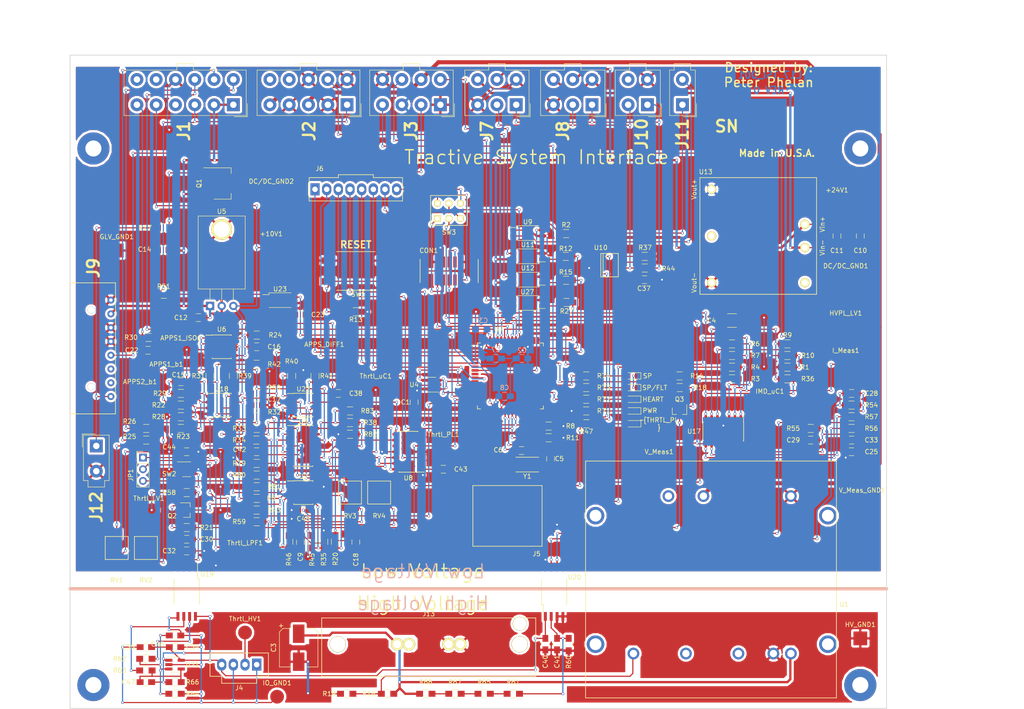
<source format=kicad_pcb>
(kicad_pcb (version 4) (host pcbnew 4.0.7)
  (title_block (title "Tractive System Interface") (rev 0.0) (company "Lafayette College") (comment 1 "Jack Plumb and Adam Ness"))
  (layers (0 F.Cu signal) (31 B.Cu signal) (34 B.Paste user) (35 F.Paste user) (36 B.SilkS user) (37 F.SilkS user) (38 B.Mask user) (39 F.Mask user) (44 Edge.Cuts user))
  (net 0 "")
  (net 1 CH_GND)
  (net 2 A1_LV)
  (net 3 A2_LV)
  (net 4 IMD_PWM)
  (net 5 /IMD)
  (net 6 "Net-(C4-Pad2)")
  (net 7 "Net-(C5-Pad1)")
  (net 8 "Net-(C6-Pad1)")
  (net 9 +24V)
  (net 10 +24V_RTN)
  (net 11 APPS1)
  (net 12 APPS2)
  (net 13 APPS1_10)
  (net 14 "Net-(C28-Pad2)")
  (net 15 "Net-(C29-Pad1)")
  (net 16 "Net-(C30-Pad1)")
  (net 17 "Net-(C31-Pad1)")
  (net 18 +5HV)
  (net 19 I/O_Ground)
  (net 20 HV-)
  (net 21 "Net-(C41-Pad1)")
  (net 22 "Net-(C46-Pad1)")
  (net 23 Throttle_HV)
  (net 24 "Net-(C47-Pad2)")
  (net 25 ~RESET_AVR)
  (net 26 TDI)
  (net 27 TMS)
  (net 28 TDO)
  (net 29 TCK)
  (net 30 "Net-(D1-Pad2)")
  (net 31 "Net-(D2-Pad2)")
  (net 32 "Net-(D3-Pad2)")
  (net 33 "Net-(D4-Pad2)")
  (net 34 CANL)
  (net 35 CANH)
  (net 36 AIRs+)
  (net 37 AIRs-)
  (net 38 IMD_Status)
  (net 39 Drive_BTN)
  (net 40 IMD_Fault_LED)
  (net 41 Drive_LED)
  (net 42 HVPL)
  (net 43 "Net-(Q1-Pad1)")
  (net 44 "Net-(Q2-Pad1)")
  (net 45 "Net-(Q2-Pad3)")
  (net 46 "Net-(Q3-Pad1)")
  (net 47 "Net-(R3-Pad1)")
  (net 48 /I_Measure)
  (net 49 SDA)
  (net 50 "Net-(R12-Pad1)")
  (net 51 "Net-(R15-Pad1)")
  (net 52 /ThrottlePlausibility/APPS1_ISO)
  (net 53 APPS2_5)
  (net 54 APPS1_RTN)
  (net 55 "Net-(R32-Pad1)")
  (net 56 "Net-(R33-Pad1)")
  (net 57 "Net-(R37-Pad1)")
  (net 58 "Net-(R38-Pad1)")
  (net 59 "Net-(R38-Pad2)")
  (net 60 "Net-(R39-Pad2)")
  (net 61 SCL)
  (net 62 BP)
  (net 63 "Net-(R57-Pad1)")
  (net 64 "Net-(R61-Pad2)")
  (net 65 "Net-(R63-Pad1)")
  (net 66 "Net-(R65-Pad2)")
  (net 67 "Net-(R67-Pad2)")
  (net 68 HV+)
  (net 69 "Net-(R79-Pad1)")
  (net 70 "Net-(R80-Pad2)")
  (net 71 /ThrottlePlausibility/Pedal_Out)
  (net 72 "Net-(U3-Pad1)")
  (net 73 "Net-(U3-Pad7)")
  (net 74 "Net-(U3-Pad8)")
  (net 75 UART_RX)
  (net 76 UART_TX)
  (net 77 Spare_OC)
  (net 78 Spare_ICP)
  (net 79 /Safety_Loop)
  (net 80 RTDS)
  (net 81 Spare_ADC_2)
  (net 82 Spare_ADC_1)
  (net 83 "Net-(C16-Pad1)")
  (net 84 "Net-(C22-Pad1)")
  (net 85 I_RTN)
  (net 86 "Net-(R2-Pad2)")
  (net 87 "Net-(R4-Pad1)")
  (net 88 /I_ENB)
  (net 89 "Net-(R16-Pad1)")
  (net 90 /ThrottlePlausibility/APPS1_b)
  (net 91 "Net-(R22-Pad2)")
  (net 92 "Net-(R31-Pad2)")
  (net 93 /ThrottlePlausibility/APPS2_b)
  (net 94 "Net-(R40-Pad1)")
  (net 95 "Net-(R41-Pad1)")
  (net 96 "Net-(R51-Pad2)")
  (net 97 /PIN55)
  (net 98 /PIN54)
  (net 99 "Net-(U3-Pad14)")
  (net 100 +5V)
  (net 101 "Net-(C15-Pad2)")
  (net 102 "Net-(R1-Pad2)")
  (net 103 "Net-(R56-Pad1)")
  (net 104 "Net-(R62-Pad1)")
  (net 105 /~SS)
  (net 106 /MISO)
  (net 107 /SCK)
  (net 108 "Net-(CON1-Pad8)")
  (net 109 "Net-(CON1-Pad7)")
  (net 110 "Net-(J5-Pad6)")
  (net 111 "Net-(J5-Pad1)")
  (net 112 "Net-(U7-Pad4)")
  (net 113 "Net-(U7-Pad6)")
  (net 114 "Net-(U7-Pad12)")
  (net 115 "Net-(U7-Pad18)")
  (net 116 "Net-(U7-Pad19)")
  (net 117 "Net-(U7-Pad27)")
  (net 118 "Net-(U7-Pad28)")
  (net 119 "Net-(U7-Pad29)")
  (net 120 "Net-(U7-Pad32)")
  (net 121 "Net-(U7-Pad33)")
  (net 122 "Net-(U7-Pad34)")
  (net 123 "Net-(U7-Pad35)")
  (net 124 "Net-(U7-Pad39)")
  (net 125 "Net-(U7-Pad40)")
  (net 126 "Net-(U7-Pad41)")
  (net 127 "Net-(U7-Pad42)")
  (net 128 "Net-(U7-Pad43)")
  (net 129 "Net-(U7-Pad45)")
  (net 130 "Net-(U7-Pad50)")
  (net 131 "Net-(U7-Pad51)")
  (net 132 "Net-(U10-Pad5)")
  (net 133 "Net-(U13-Pad4)")
  (net 134 "Net-(U13-Pad6)")
  (net 135 "Net-(R27-Pad1)")
  (net 136 "Net-(APPS_DIFF1-Pad1)")
  (net 137 /V_Measure)
  (net 138 /D_LED_CTRL)
  (net 139 /RTDS_CTRL)
  (net 140 /Throttle_PL)
  (net 141 "Net-(R25-Pad2)")
  (net 142 "Net-(R26-Pad1)")
  (net 143 "Net-(R33-Pad2)")
  (net 144 "Net-(R34-Pad1)")
  (net 145 /Throttle_SEL)
  (net 146 /Throttle_LV)
  (net 147 /Heartbeat)
  (net 148 /Spare_Red)
  (net 149 /Spare_Blue)
  (net 150 "Net-(U1-Pad2)")
  (net 151 "Net-(U1-Pad3)")
  (net 152 "Net-(U1-Pad6)")
  (net 153 /BP_uC)
  (net 154 /Throttle_uC)
  (net 155 /CANTX)
  (net 156 /CANRX)
  (net 157 "Net-(C9-Pad1)")
  (net 158 "Net-(C9-Pad2)")
  (net 159 "Net-(JP1-Pad2)")
  (net 160 "Net-(R35-Pad2)")
  (net 161 "Net-(J1-Pad11)")
  (net 162 "Net-(J1-Pad12)")
  (net 163 "Net-(J2-Pad9)")
  (net 164 "Net-(J2-Pad10)")
  (net 165 SPARE_LED)
  (net 166 "Net-(J9-Pad7)")
  (net 167 "Net-(J9-Pad6)")
  (net 168 "Net-(J10-Pad4)")
  (net 169 /SPARE_LED_CTRL)
  (net 170 "Net-(J1-Pad4)")
  (net 171 "Net-(D5-Pad2)")
  (net 172 "Net-(U7-Pad8)")
  (module Connectors_Molex:Molex_MiniFit-JR-5556-06A_2x03x4.20mm_Straight (layer F.Cu) (at 144.145 24.765 180)
    (fp_text reference J8 (at 6.35 -5.715 270) (layer F.SilkS) (effects (font (size 2.54 2.54) (thickness 0.508))))
    (fp_text value GLV_Out)
    (pad 1 thru_hole rect (at 0 0 180) (size 2.8 2.8) (drill 1.4) (layers *.Cu *.Mask) (net 35 CANH))
    (pad 2 thru_hole circle (at 4.2 0 180) (size 2.8 2.8) (drill 1.4) (layers *.Cu *.Mask) (net 34 CANL))
    (pad 3 thru_hole circle (at 8.4 0 180) (size 2.8 2.8) (drill 1.4) (layers *.Cu *.Mask) (net 1 CH_GND))
    (pad 4 thru_hole circle (at 0 5.5 180) (size 2.8 2.8) (drill 1.4) (layers *.Cu *.Mask) (net 1 CH_GND))
    (pad 5 thru_hole circle (at 4.2 5.5 180) (size 2.8 2.8) (drill 1.4) (layers *.Cu *.Mask) (net 9 +24V))
    (pad 6 thru_hole circle (at 8.4 5.5 180) (size 2.8 2.8) (drill 1.4) (layers *.Cu *.Mask) (net 10 +24V_RTN))
  )
  (module TO_SOT_Packages_SMD:SOT-223-3Lead_TabPin2 (layer F.Cu) (at 63.652 41.91)
    (fp_text reference Q1 (at -5.08 0 90) (layer F.SilkS))
    (fp_text value ZVP4525G)
    (pad 2 smd rect (at 3.15 0) (size 2 3.8) (layers F.Cu F.Paste F.Mask) (net 40 IMD_Fault_LED))
    (pad 2 smd rect (at -3.15 0) (size 2 1.5) (layers F.Cu F.Paste F.Mask) (net 40 IMD_Fault_LED))
    (pad 3 smd rect (at -3.15 2.3) (size 2 1.5) (layers F.Cu F.Paste F.Mask) (net 9 +24V))
    (pad 1 smd rect (at -3.15 -2.3) (size 2 1.5) (layers F.Cu F.Paste F.Mask) (net 43 "Net-(Q1-Pad1)"))
  )
  (module custom_footprints:RUW15 (layer F.Cu) (at 153.162 144.272 90)
    (fp_text reference U1 (at 10.7188 45.847 180) (layer F.SilkS))
    (fp_text value RUW15SL12C)
    (pad 1 thru_hole circle (at 0 0 90) (size 2.54 2.54) (drill 1.6) (layers *.Cu *.Mask) (net 89 "Net-(R16-Pad1)"))
    (pad 2 thru_hole circle (at 0 11.43 90) (size 2.54 2.54) (drill 1.6) (layers *.Cu *.Mask) (net 150 "Net-(U1-Pad2)"))
    (pad 3 thru_hole circle (at 0 22.86 90) (size 2.54 2.54) (drill 1.6) (layers *.Cu *.Mask) (net 151 "Net-(U1-Pad3)"))
    (pad 4 thru_hole circle (at 0 30.48 90) (size 2.54 2.54) (drill 1.6) (layers *.Cu *.Mask) (net 20 HV-))
    (pad 5 thru_hole circle (at 0 34.29 90) (size 2.54 2.54) (drill 1.6) (layers *.Cu *.Mask) (net 68 HV+))
    (pad 6 thru_hole circle (at 34.29 7.62 90) (size 2.54 2.54) (drill 1.6) (layers *.Cu *.Mask) (net 152 "Net-(U1-Pad6)"))
    (pad 7 thru_hole circle (at 34.29 15.24 90) (size 2.54 2.54) (drill 1.6) (layers *.Cu *.Mask) (net 42 HVPL))
    (pad 8 thru_hole circle (at 34.29 34.29 90) (size 2.54 2.54) (drill 1.6) (layers *.Cu *.Mask) (net 1 CH_GND))
    (pad "" thru_hole circle (at 2.032 -8.255 90) (size 3.81 3.81) (drill 2.5908) (layers *.Cu *.Mask))
    (pad "" thru_hole circle (at 30.0228 -8.255 90) (size 3.81 3.81) (drill 2.5908) (layers *.Cu *.Mask))
    (pad "" thru_hole circle (at 2.032 42.3418 90) (size 3.81 3.81) (drill 2.5908) (layers *.Cu *.Mask))
    (pad "" thru_hole circle (at 30.0228 42.3418 90) (size 3.81 3.81) (drill 2.5908) (layers *.Cu *.Mask))
  )
  (module custom_footprints:trim_pot (layer F.Cu) (at 91.44 109.22)
    (fp_text reference RV3 (at 0 5.08) (layer F.SilkS))
    (fp_text value 2k)
    (pad 2 smd rect (at 0 -3) (size 2 2) (layers F.Cu F.Paste F.Mask) (net 143 "Net-(R33-Pad2)"))
    (pad 3 smd rect (at -1.175 3) (size 1.6 2) (layers F.Cu F.Paste F.Mask) (net 143 "Net-(R33-Pad2)"))
    (pad 1 smd rect (at 1.175 3) (size 1.6 2) (layers F.Cu F.Paste F.Mask) (net 55 "Net-(R32-Pad1)"))
  )
  (module Housings_QFP:TQFP-64_14x14mm_Pitch0.8mm (layer F.Cu) (at 126.365 83.82)
    (fp_text reference U7 (at -2.54 -10.16) (layer F.SilkS))
    (fp_text value AT90CAN128-A)
    (pad 1 smd rect (at -7.7 -6) (size 1.5 0.55) (layers F.Cu F.Paste F.Mask))
    (pad 2 smd rect (at -7.7 -5.2) (size 1.5 0.55) (layers F.Cu F.Paste F.Mask) (net 75 UART_RX))
    (pad 3 smd rect (at -7.7 -4.4) (size 1.5 0.55) (layers F.Cu F.Paste F.Mask) (net 76 UART_TX))
    (pad 4 smd rect (at -7.7 -3.6) (size 1.5 0.55) (layers F.Cu F.Paste F.Mask) (net 112 "Net-(U7-Pad4)"))
    (pad 5 smd rect (at -7.7 -2.8) (size 1.5 0.55) (layers F.Cu F.Paste F.Mask) (net 77 Spare_OC))
    (pad 6 smd rect (at -7.7 -2) (size 1.5 0.55) (layers F.Cu F.Paste F.Mask) (net 113 "Net-(U7-Pad6)"))
    (pad 7 smd rect (at -7.7 -1.2) (size 1.5 0.55) (layers F.Cu F.Paste F.Mask) (net 79 /Safety_Loop))
    (pad 8 smd rect (at -7.7 -0.4) (size 1.5 0.55) (layers F.Cu F.Paste F.Mask) (net 172 "Net-(U7-Pad8)"))
    (pad 9 smd rect (at -7.7 0.4) (size 1.5 0.55) (layers F.Cu F.Paste F.Mask) (net 78 Spare_ICP))
    (pad 10 smd rect (at -7.7 1.2) (size 1.5 0.55) (layers F.Cu F.Paste F.Mask) (net 105 /~SS))
    (pad 11 smd rect (at -7.7 2) (size 1.5 0.55) (layers F.Cu F.Paste F.Mask) (net 107 /SCK))
    (pad 12 smd rect (at -7.7 2.8) (size 1.5 0.55) (layers F.Cu F.Paste F.Mask) (net 114 "Net-(U7-Pad12)"))
    (pad 13 smd rect (at -7.7 3.6) (size 1.5 0.55) (layers F.Cu F.Paste F.Mask) (net 106 /MISO))
    (pad 14 smd rect (at -7.7 4.4) (size 1.5 0.55) (layers F.Cu F.Paste F.Mask) (net 153 /BP_uC))
    (pad 15 smd rect (at -7.7 5.2) (size 1.5 0.55) (layers F.Cu F.Paste F.Mask) (net 140 /Throttle_PL))
    (pad 16 smd rect (at -7.7 6) (size 1.5 0.55) (layers F.Cu F.Paste F.Mask) (net 145 /Throttle_SEL))
    (pad 17 smd rect (at -6 7.7 90) (size 1.5 0.55) (layers F.Cu F.Paste F.Mask) (net 154 /Throttle_uC))
    (pad 18 smd rect (at -5.2 7.7 90) (size 1.5 0.55) (layers F.Cu F.Paste F.Mask) (net 115 "Net-(U7-Pad18)"))
    (pad 19 smd rect (at -4.4 7.7 90) (size 1.5 0.55) (layers F.Cu F.Paste F.Mask) (net 116 "Net-(U7-Pad19)"))
    (pad 20 smd rect (at -3.6 7.7 90) (size 1.5 0.55) (layers F.Cu F.Paste F.Mask) (net 25 ~RESET_AVR))
    (pad 21 smd rect (at -2.8 7.7 90) (size 1.5 0.55) (layers F.Cu F.Paste F.Mask) (net 100 +5V))
    (pad 22 smd rect (at -2 7.7 90) (size 1.5 0.55) (layers F.Cu F.Paste F.Mask) (net 1 CH_GND))
    (pad 23 smd rect (at -1.2 7.7 90) (size 1.5 0.55) (layers F.Cu F.Paste F.Mask) (net 8 "Net-(C6-Pad1)"))
    (pad 24 smd rect (at -0.4 7.7 90) (size 1.5 0.55) (layers F.Cu F.Paste F.Mask) (net 7 "Net-(C5-Pad1)"))
    (pad 25 smd rect (at 0.4 7.7 90) (size 1.5 0.55) (layers F.Cu F.Paste F.Mask) (net 61 SCL))
    (pad 26 smd rect (at 1.2 7.7 90) (size 1.5 0.55) (layers F.Cu F.Paste F.Mask) (net 49 SDA))
    (pad 27 smd rect (at 2 7.7 90) (size 1.5 0.55) (layers F.Cu F.Paste F.Mask) (net 117 "Net-(U7-Pad27)"))
    (pad 28 smd rect (at 2.8 7.7 90) (size 1.5 0.55) (layers F.Cu F.Paste F.Mask) (net 118 "Net-(U7-Pad28)"))
    (pad 29 smd rect (at 3.6 7.7 90) (size 1.5 0.55) (layers F.Cu F.Paste F.Mask) (net 119 "Net-(U7-Pad29)"))
    (pad 30 smd rect (at 4.4 7.7 90) (size 1.5 0.55) (layers F.Cu F.Paste F.Mask) (net 155 /CANTX))
    (pad 31 smd rect (at 5.2 7.7 90) (size 1.5 0.55) (layers F.Cu F.Paste F.Mask) (net 156 /CANRX))
    (pad 32 smd rect (at 6 7.7 90) (size 1.5 0.55) (layers F.Cu F.Paste F.Mask) (net 120 "Net-(U7-Pad32)"))
    (pad 33 smd rect (at 7.7 6) (size 1.5 0.55) (layers F.Cu F.Paste F.Mask) (net 121 "Net-(U7-Pad33)"))
    (pad 34 smd rect (at 7.7 5.2) (size 1.5 0.55) (layers F.Cu F.Paste F.Mask) (net 122 "Net-(U7-Pad34)"))
    (pad 35 smd rect (at 7.7 4.4) (size 1.5 0.55) (layers F.Cu F.Paste F.Mask) (net 123 "Net-(U7-Pad35)"))
    (pad 36 smd rect (at 7.7 3.6) (size 1.5 0.55) (layers F.Cu F.Paste F.Mask) (net 147 /Heartbeat))
    (pad 37 smd rect (at 7.7 2.8) (size 1.5 0.55) (layers F.Cu F.Paste F.Mask) (net 148 /Spare_Red))
    (pad 38 smd rect (at 7.7 2) (size 1.5 0.55) (layers F.Cu F.Paste F.Mask) (net 149 /Spare_Blue))
    (pad 39 smd rect (at 7.7 1.2) (size 1.5 0.55) (layers F.Cu F.Paste F.Mask) (net 124 "Net-(U7-Pad39)"))
    (pad 40 smd rect (at 7.7 0.4) (size 1.5 0.55) (layers F.Cu F.Paste F.Mask) (net 125 "Net-(U7-Pad40)"))
    (pad 41 smd rect (at 7.7 -0.4) (size 1.5 0.55) (layers F.Cu F.Paste F.Mask) (net 126 "Net-(U7-Pad41)"))
    (pad 42 smd rect (at 7.7 -1.2) (size 1.5 0.55) (layers F.Cu F.Paste F.Mask) (net 127 "Net-(U7-Pad42)"))
    (pad 43 smd rect (at 7.7 -2) (size 1.5 0.55) (layers F.Cu F.Paste F.Mask) (net 128 "Net-(U7-Pad43)"))
    (pad 44 smd rect (at 7.7 -2.8) (size 1.5 0.55) (layers F.Cu F.Paste F.Mask) (net 88 /I_ENB))
    (pad 45 smd rect (at 7.7 -3.6) (size 1.5 0.55) (layers F.Cu F.Paste F.Mask) (net 129 "Net-(U7-Pad45)"))
    (pad 46 smd rect (at 7.7 -4.4) (size 1.5 0.55) (layers F.Cu F.Paste F.Mask) (net 39 Drive_BTN))
    (pad 47 smd rect (at 7.7 -5.2) (size 1.5 0.55) (layers F.Cu F.Paste F.Mask) (net 139 /RTDS_CTRL))
    (pad 48 smd rect (at 7.7 -6) (size 1.5 0.55) (layers F.Cu F.Paste F.Mask) (net 138 /D_LED_CTRL))
    (pad 49 smd rect (at 6 -7.7 90) (size 1.5 0.55) (layers F.Cu F.Paste F.Mask) (net 169 /SPARE_LED_CTRL))
    (pad 50 smd rect (at 5.2 -7.7 90) (size 1.5 0.55) (layers F.Cu F.Paste F.Mask) (net 130 "Net-(U7-Pad50)"))
    (pad 51 smd rect (at 4.4 -7.7 90) (size 1.5 0.55) (layers F.Cu F.Paste F.Mask) (net 131 "Net-(U7-Pad51)"))
    (pad 52 smd rect (at 3.6 -7.7 90) (size 1.5 0.55) (layers F.Cu F.Paste F.Mask) (net 100 +5V))
    (pad 53 smd rect (at 2.8 -7.7 90) (size 1.5 0.55) (layers F.Cu F.Paste F.Mask) (net 1 CH_GND))
    (pad 54 smd rect (at 2 -7.7 90) (size 1.5 0.55) (layers F.Cu F.Paste F.Mask) (net 98 /PIN54))
    (pad 55 smd rect (at 1.2 -7.7 90) (size 1.5 0.55) (layers F.Cu F.Paste F.Mask) (net 97 /PIN55))
    (pad 56 smd rect (at 0.4 -7.7 90) (size 1.5 0.55) (layers F.Cu F.Paste F.Mask) (net 27 TMS))
    (pad 57 smd rect (at -0.4 -7.7 90) (size 1.5 0.55) (layers F.Cu F.Paste F.Mask) (net 29 TCK))
    (pad 58 smd rect (at -1.2 -7.7 90) (size 1.5 0.55) (layers F.Cu F.Paste F.Mask) (net 48 /I_Measure))
    (pad 59 smd rect (at -2 -7.7 90) (size 1.5 0.55) (layers F.Cu F.Paste F.Mask) (net 137 /V_Measure))
    (pad 60 smd rect (at -2.8 -7.7 90) (size 1.5 0.55) (layers F.Cu F.Paste F.Mask) (net 5 /IMD))
    (pad 61 smd rect (at -3.6 -7.7 90) (size 1.5 0.55) (layers F.Cu F.Paste F.Mask) (net 12 APPS2))
    (pad 62 smd rect (at -4.4 -7.7 90) (size 1.5 0.55) (layers F.Cu F.Paste F.Mask) (net 17 "Net-(C31-Pad1)"))
    (pad 63 smd rect (at -5.2 -7.7 90) (size 1.5 0.55) (layers F.Cu F.Paste F.Mask) (net 1 CH_GND))
    (pad 64 smd rect (at -6 -7.7 90) (size 1.5 0.55) (layers F.Cu F.Paste F.Mask) (net 100 +5V))
  )
  (module Housings_SOIC:SOIC-14_3.9x8.7mm_Pitch1.27mm (layer F.Cu) (at 104.14 100.33 180)
    (fp_text reference U8 (at 0 -5.715 180) (layer F.SilkS))
    (fp_text value 74ACT11030)
    (pad 1 smd rect (at -2.7 -3.81 180) (size 1.5 0.6) (layers F.Cu F.Paste F.Mask) (net 100 +5V))
    (pad 2 smd rect (at -2.7 -2.54 180) (size 1.5 0.6) (layers F.Cu F.Paste F.Mask) (net 100 +5V))
    (pad 3 smd rect (at -2.7 -1.27 180) (size 1.5 0.6) (layers F.Cu F.Paste F.Mask) (net 94 "Net-(R40-Pad1)"))
    (pad 4 smd rect (at -2.7 0 180) (size 1.5 0.6) (layers F.Cu F.Paste F.Mask) (net 1 CH_GND))
    (pad 5 smd rect (at -2.7 1.27 180) (size 1.5 0.6) (layers F.Cu F.Paste F.Mask) (net 140 /Throttle_PL))
    (pad 6 smd rect (at -2.7 2.54 180) (size 1.5 0.6) (layers F.Cu F.Paste F.Mask))
    (pad 7 smd rect (at -2.7 3.81 180) (size 1.5 0.6) (layers F.Cu F.Paste F.Mask))
    (pad 8 smd rect (at 2.7 3.81 180) (size 1.5 0.6) (layers F.Cu F.Paste F.Mask) (net 95 "Net-(R41-Pad1)"))
    (pad 9 smd rect (at 2.7 2.54 180) (size 1.5 0.6) (layers F.Cu F.Paste F.Mask) (net 72 "Net-(U3-Pad1)"))
    (pad 10 smd rect (at 2.7 1.27 180) (size 1.5 0.6) (layers F.Cu F.Paste F.Mask))
    (pad 11 smd rect (at 2.7 0 180) (size 1.5 0.6) (layers F.Cu F.Paste F.Mask) (net 100 +5V))
    (pad 12 smd rect (at 2.7 -1.27 180) (size 1.5 0.6) (layers F.Cu F.Paste F.Mask) (net 73 "Net-(U3-Pad7)"))
    (pad 13 smd rect (at 2.7 -2.54 180) (size 1.5 0.6) (layers F.Cu F.Paste F.Mask) (net 74 "Net-(U3-Pad8)"))
    (pad 14 smd rect (at 2.7 -3.81 180) (size 1.5 0.6) (layers F.Cu F.Paste F.Mask) (net 99 "Net-(U3-Pad14)"))
  )
  (module Housings_SOIC:SOIC-8_3.9x4.9mm_Pitch1.27mm (layer F.Cu) (at 63.5 77.47)
    (fp_text reference U6 (at 0 -3.81) (layer F.SilkS))
    (fp_text value TS912)
    (pad 1 smd rect (at -2.7 -1.905) (size 1.55 0.6) (layers F.Cu F.Paste F.Mask) (net 90 /ThrottlePlausibility/APPS1_b))
    (pad 2 smd rect (at -2.7 -0.635) (size 1.55 0.6) (layers F.Cu F.Paste F.Mask) (net 90 /ThrottlePlausibility/APPS1_b))
    (pad 3 smd rect (at -2.7 0.635) (size 1.55 0.6) (layers F.Cu F.Paste F.Mask) (net 84 "Net-(C22-Pad1)"))
    (pad 4 smd rect (at -2.7 1.905) (size 1.55 0.6) (layers F.Cu F.Paste F.Mask) (net 1 CH_GND))
    (pad 5 smd rect (at 2.7 1.905) (size 1.55 0.6) (layers F.Cu F.Paste F.Mask) (net 83 "Net-(C16-Pad1)"))
    (pad 6 smd rect (at 2.7 0.635) (size 1.55 0.6) (layers F.Cu F.Paste F.Mask) (net 93 /ThrottlePlausibility/APPS2_b))
    (pad 7 smd rect (at 2.7 -0.635) (size 1.55 0.6) (layers F.Cu F.Paste F.Mask) (net 93 /ThrottlePlausibility/APPS2_b))
    (pad 8 smd rect (at 2.7 -1.905) (size 1.55 0.6) (layers F.Cu F.Paste F.Mask) (net 13 APPS1_10))
  )
  (module Capacitors_SMD:C_0805_HandSoldering (layer F.Cu) (at 136.525 142.22 270)
    (fp_text reference C41 (at 3.81 0 270) (layer F.SilkS))
    (fp_text value 100p)
    (pad 1 smd rect (at -1.25 0 270) (size 1.5 1.25) (layers F.Cu F.Paste F.Mask) (net 21 "Net-(C41-Pad1)"))
    (pad 2 smd rect (at 1.25 0 270) (size 1.5 1.25) (layers F.Cu F.Paste F.Mask) (net 20 HV-))
  )
  (module custom_footprints:Iso_Diff_Amp_ACPL (layer F.Cu) (at 135.89 130.81 90)
    (fp_text reference U20 (at 3.175 4.445 180) (layer F.SilkS))
    (fp_text value ACPL-C870)
    (pad 1 smd rect (at -5.3725 -1.905 90) (size 1.905 0.64) (layers F.Cu F.Paste F.Mask) (net 18 +5HV))
    (pad 2 smd rect (at -5.3725 -0.635 90) (size 1.905 0.64) (layers F.Cu F.Paste F.Mask) (net 21 "Net-(C41-Pad1)"))
    (pad 3 smd rect (at -5.3725 0.635 90) (size 1.905 0.64) (layers F.Cu F.Paste F.Mask) (net 20 HV-))
    (pad 4 smd rect (at -5.3725 1.905 90) (size 1.905 0.64) (layers F.Cu F.Paste F.Mask) (net 20 HV-))
    (pad 5 smd rect (at 5.3725 1.905 90) (size 1.905 0.65) (layers F.Cu F.Paste F.Mask) (net 1 CH_GND))
    (pad 6 smd rect (at 5.3725 0.635 90) (size 1.905 0.65) (layers F.Cu F.Paste F.Mask) (net 63 "Net-(R57-Pad1)"))
    (pad 7 smd rect (at 5.3725 -0.635 90) (size 1.905 0.64) (layers F.Cu F.Paste F.Mask) (net 103 "Net-(R56-Pad1)"))
    (pad 8 smd rect (at 5.3725 -1.905 90) (size 1.905 0.64) (layers F.Cu F.Paste F.Mask) (net 100 +5V))
  )
  (module Capacitors_SMD:C_1210_HandSoldering (layer F.Cu) (at 174.625 71.755)
    (fp_text reference C4 (at -4.445 0) (layer F.SilkS))
    (fp_text value 47u)
    (pad 1 smd rect (at -2 0) (size 2 2.5) (layers F.Cu F.Paste F.Mask) (net 5 /IMD))
    (pad 2 smd rect (at 2 0) (size 2 2.5) (layers F.Cu F.Paste F.Mask) (net 6 "Net-(C4-Pad2)"))
  )
  (module Capacitors_SMD:C_0805_HandSoldering (layer F.Cu) (at 135.128 101.854 270)
    (fp_text reference C5 (at 0 -1.905 360) (layer F.SilkS))
    (fp_text value 10p)
    (pad 1 smd rect (at -1.25 0 270) (size 1.5 1.25) (layers F.Cu F.Paste F.Mask) (net 7 "Net-(C5-Pad1)"))
    (pad 2 smd rect (at 1.25 0 270) (size 1.5 1.25) (layers F.Cu F.Paste F.Mask) (net 1 CH_GND))
  )
  (module Capacitors_SMD:C_0805_HandSoldering (layer F.Cu) (at 128.778 100.076)
    (fp_text reference C6 (at -5.08 -0.127) (layer F.SilkS))
    (fp_text value 10p)
    (pad 1 smd rect (at -1.25 0) (size 1.5 1.25) (layers F.Cu F.Paste F.Mask) (net 8 "Net-(C6-Pad1)"))
    (pad 2 smd rect (at 1.25 0) (size 1.5 1.25) (layers F.Cu F.Paste F.Mask) (net 1 CH_GND))
  )
  (module Capacitors_SMD:C_0805_HandSoldering (layer F.Cu) (at 202.565 53.34 270)
    (fp_text reference C10 (at 3.175 0 360) (layer F.SilkS))
    (fp_text value 10uF)
    (pad 1 smd rect (at -1.25 0 270) (size 1.5 1.25) (layers F.Cu F.Paste F.Mask) (net 9 +24V))
    (pad 2 smd rect (at 1.25 0 270) (size 1.5 1.25) (layers F.Cu F.Paste F.Mask) (net 10 +24V_RTN))
  )
  (module Capacitors_SMD:C_0805_HandSoldering (layer F.Cu) (at 197.485 53.34 270)
    (fp_text reference C11 (at 3.175 0 360) (layer F.SilkS))
    (fp_text value 10uF)
    (pad 1 smd rect (at -1.25 0 270) (size 1.5 1.25) (layers F.Cu F.Paste F.Mask) (net 9 +24V))
    (pad 2 smd rect (at 1.25 0 270) (size 1.5 1.25) (layers F.Cu F.Paste F.Mask) (net 10 +24V_RTN))
  )
  (module Capacitors_SMD:C_0805_HandSoldering (layer F.Cu) (at 58.42 71.12 180)
    (fp_text reference C12 (at 3.81 0 180) (layer F.SilkS))
    (fp_text value 0.1u)
    (pad 1 smd rect (at -1.25 0 180) (size 1.5 1.25) (layers F.Cu F.Paste F.Mask) (net 9 +24V))
    (pad 2 smd rect (at 1.25 0 180) (size 1.5 1.25) (layers F.Cu F.Paste F.Mask) (net 1 CH_GND))
  )
  (module Capacitors_SMD:C_0805_HandSoldering (layer F.Cu) (at 50.78 56.388 180)
    (fp_text reference C14 (at 4.064 0.127 180) (layer F.SilkS))
    (fp_text value 0.1u)
    (pad 1 smd rect (at -1.25 0 180) (size 1.5 1.25) (layers F.Cu F.Paste F.Mask) (net 9 +24V))
    (pad 2 smd rect (at 1.25 0 180) (size 1.5 1.25) (layers F.Cu F.Paste F.Mask) (net 1 CH_GND))
  )
  (module Capacitors_SMD:C_0805_HandSoldering (layer F.Cu) (at 54.61 85.09 180)
    (fp_text reference C15 (at 0.508 1.524 180) (layer F.SilkS))
    (fp_text value 0.1u)
    (pad 1 smd rect (at -1.25 0 180) (size 1.5 1.25) (layers F.Cu F.Paste F.Mask) (net 52 /ThrottlePlausibility/APPS1_ISO))
    (pad 2 smd rect (at 1.25 0 180) (size 1.5 1.25) (layers F.Cu F.Paste F.Mask) (net 101 "Net-(C15-Pad2)"))
  )
  (module Capacitors_SMD:C_0805_HandSoldering (layer F.Cu) (at 71.12 77.47)
    (fp_text reference C16 (at 3.81 0) (layer F.SilkS))
    (fp_text value 0.1u)
    (pad 1 smd rect (at -1.25 0) (size 1.5 1.25) (layers F.Cu F.Paste F.Mask) (net 83 "Net-(C16-Pad1)"))
    (pad 2 smd rect (at 1.25 0) (size 1.5 1.25) (layers F.Cu F.Paste F.Mask) (net 1 CH_GND))
  )
  (module Capacitors_SMD:C_0805_HandSoldering (layer F.Cu) (at 71.12 90.17)
    (fp_text reference C17 (at 3.81 -1.27) (layer F.SilkS))
    (fp_text value 0.1u)
    (pad 1 smd rect (at -1.25 0) (size 1.5 1.25) (layers F.Cu F.Paste F.Mask) (net 13 APPS1_10))
    (pad 2 smd rect (at 1.25 0) (size 1.5 1.25) (layers F.Cu F.Paste F.Mask) (net 1 CH_GND))
  )
  (module Capacitors_SMD:C_0805_HandSoldering (layer F.Cu) (at 92.71 119.995 90)
    (fp_text reference C18 (at -3.83 0 90) (layer F.SilkS))
    (fp_text value 0.1u)
    (pad 1 smd rect (at -1.25 0 90) (size 1.5 1.25) (layers F.Cu F.Paste F.Mask) (net 100 +5V))
    (pad 2 smd rect (at 1.25 0 90) (size 1.5 1.25) (layers F.Cu F.Paste F.Mask) (net 1 CH_GND))
  )
  (module Capacitors_SMD:C_0805_HandSoldering (layer F.Cu) (at 47.478 78.232 180)
    (fp_text reference C22 (at 3.556 0 180) (layer F.SilkS))
    (fp_text value 0.1u)
    (pad 1 smd rect (at -1.25 0 180) (size 1.5 1.25) (layers F.Cu F.Paste F.Mask) (net 84 "Net-(C22-Pad1)"))
    (pad 2 smd rect (at 1.25 0 180) (size 1.5 1.25) (layers F.Cu F.Paste F.Mask) (net 1 CH_GND))
  )
  (module Capacitors_SMD:C_0805_HandSoldering (layer F.Cu) (at 80.645 70.485)
    (fp_text reference C23 (at 3.81 0) (layer F.SilkS))
    (fp_text value 0.1u)
    (pad 1 smd rect (at -1.25 0) (size 1.5 1.25) (layers F.Cu F.Paste F.Mask) (net 13 APPS1_10))
    (pad 2 smd rect (at 1.25 0) (size 1.5 1.25) (layers F.Cu F.Paste F.Mask) (net 1 CH_GND))
  )
  (module Capacitors_SMD:C_0805_HandSoldering (layer F.Cu) (at 200.64 100.33)
    (fp_text reference C25 (at 4.338 0 180) (layer F.SilkS))
    (fp_text value 0.1u)
    (pad 1 smd rect (at -1.25 0) (size 1.5 1.25) (layers F.Cu F.Paste F.Mask) (net 100 +5V))
    (pad 2 smd rect (at 1.25 0) (size 1.5 1.25) (layers F.Cu F.Paste F.Mask) (net 1 CH_GND))
  )
  (module Capacitors_SMD:C_0805_HandSoldering (layer F.Cu) (at 200.66 87.63)
    (fp_text reference C28 (at 4.318 0) (layer F.SilkS))
    (fp_text value 100p)
    (pad 1 smd rect (at -1.25 0) (size 1.5 1.25) (layers F.Cu F.Paste F.Mask) (net 137 /V_Measure))
    (pad 2 smd rect (at 1.25 0) (size 1.5 1.25) (layers F.Cu F.Paste F.Mask) (net 14 "Net-(C28-Pad2)"))
  )
  (module Capacitors_SMD:C_0805_HandSoldering (layer F.Cu) (at 191.77 97.79 180)
    (fp_text reference C29 (at 3.81 0 180) (layer F.SilkS))
    (fp_text value 100p)
    (pad 1 smd rect (at -1.25 0 180) (size 1.5 1.25) (layers F.Cu F.Paste F.Mask) (net 15 "Net-(C29-Pad1)"))
    (pad 2 smd rect (at 1.25 0 180) (size 1.5 1.25) (layers F.Cu F.Paste F.Mask) (net 1 CH_GND))
  )
  (module Capacitors_SMD:C_0805_HandSoldering (layer F.Cu) (at 55.88 119.38 180)
    (fp_text reference C30 (at -4.318 0 180) (layer F.SilkS))
    (fp_text value 100p)
    (pad 1 smd rect (at -1.25 0 180) (size 1.5 1.25) (layers F.Cu F.Paste F.Mask) (net 16 "Net-(C30-Pad1)"))
    (pad 2 smd rect (at 1.25 0 180) (size 1.5 1.25) (layers F.Cu F.Paste F.Mask) (net 1 CH_GND))
  )
  (module Capacitors_SMD:C_0805_HandSoldering (layer B.Cu) (at 120.015 73.66 180)
    (fp_text reference C31 (at 0 1.905 180) (layer B.SilkS) (effects (justify mirror)))
    (fp_text value 0.1u)
    (pad 1 smd rect (at -1.25 0 180) (size 1.5 1.25) (layers B.Cu B.Paste B.Mask) (net 17 "Net-(C31-Pad1)"))
    (pad 2 smd rect (at 1.25 0 180) (size 1.5 1.25) (layers B.Cu B.Paste B.Mask) (net 1 CH_GND))
  )
  (module Capacitors_SMD:C_0805_HandSoldering (layer F.Cu) (at 55.88 121.92 180)
    (fp_text reference C32 (at 3.81 0 180) (layer F.SilkS))
    (fp_text value 0.1u)
    (pad 1 smd rect (at -1.25 0 180) (size 1.5 1.25) (layers F.Cu F.Paste F.Mask) (net 100 +5V))
    (pad 2 smd rect (at 1.25 0 180) (size 1.5 1.25) (layers F.Cu F.Paste F.Mask) (net 1 CH_GND))
  )
  (module Capacitors_SMD:C_0805_HandSoldering (layer F.Cu) (at 200.66 97.79)
    (fp_text reference C33 (at 4.318 0) (layer F.SilkS))
    (fp_text value 0.1u)
    (pad 1 smd rect (at -1.25 0) (size 1.5 1.25) (layers F.Cu F.Paste F.Mask) (net 100 +5V))
    (pad 2 smd rect (at 1.25 0) (size 1.5 1.25) (layers F.Cu F.Paste F.Mask) (net 1 CH_GND))
  )
  (module Capacitors_SMD:C_0805_HandSoldering (layer F.Cu) (at 53.34 142.875)
    (fp_text reference C34 (at 3.81 0) (layer F.SilkS))
    (fp_text value 0.1u)
    (pad 1 smd rect (at -1.25 0) (size 1.5 1.25) (layers F.Cu F.Paste F.Mask) (net 18 +5HV))
    (pad 2 smd rect (at 1.25 0) (size 1.5 1.25) (layers F.Cu F.Paste F.Mask) (net 19 I/O_Ground))
  )
  (module Capacitors_SMD:C_0805_HandSoldering (layer F.Cu) (at 46.99 142.875 180)
    (fp_text reference C35 (at 3.81 0 180) (layer F.SilkS))
    (fp_text value 0.1u)
    (pad 1 smd rect (at -1.25 0 180) (size 1.5 1.25) (layers F.Cu F.Paste F.Mask) (net 18 +5HV))
    (pad 2 smd rect (at 1.25 0 180) (size 1.5 1.25) (layers F.Cu F.Paste F.Mask) (net 19 I/O_Ground))
  )
  (module Capacitors_SMD:C_0805_HandSoldering (layer F.Cu) (at 155.575 62.865 180)
    (fp_text reference C37 (at 0.127 -1.905 360) (layer F.SilkS))
    (fp_text value 0.1u)
    (pad 1 smd rect (at -1.25 0 180) (size 1.5 1.25) (layers F.Cu F.Paste F.Mask) (net 100 +5V))
    (pad 2 smd rect (at 1.25 0 180) (size 1.5 1.25) (layers F.Cu F.Paste F.Mask) (net 1 CH_GND))
  )
  (module Capacitors_SMD:C_0805_HandSoldering (layer F.Cu) (at 88.9 87.63)
    (fp_text reference C38 (at 3.81 0) (layer F.SilkS))
    (fp_text value 0.1u)
    (pad 1 smd rect (at -1.25 0) (size 1.5 1.25) (layers F.Cu F.Paste F.Mask) (net 13 APPS1_10))
    (pad 2 smd rect (at 1.25 0) (size 1.5 1.25) (layers F.Cu F.Paste F.Mask) (net 1 CH_GND))
  )
  (module Capacitors_SMD:C_0805_HandSoldering (layer F.Cu) (at 133.985 142.22 270)
    (fp_text reference C40 (at 3.83 0 270) (layer F.SilkS))
    (fp_text value 0.1u)
    (pad 1 smd rect (at -1.25 0 270) (size 1.5 1.25) (layers F.Cu F.Paste F.Mask) (net 18 +5HV))
    (pad 2 smd rect (at 1.25 0 270) (size 1.5 1.25) (layers F.Cu F.Paste F.Mask) (net 20 HV-))
  )
  (module Capacitors_SMD:C_0805_HandSoldering (layer F.Cu) (at 71.12 100.33 180)
    (fp_text reference C42 (at 3.7338 0.4826 180) (layer F.SilkS))
    (fp_text value 0.1u)
    (pad 1 smd rect (at -1.25 0 180) (size 1.5 1.25) (layers F.Cu F.Paste F.Mask) (net 100 +5V))
    (pad 2 smd rect (at 1.25 0 180) (size 1.5 1.25) (layers F.Cu F.Paste F.Mask) (net 1 CH_GND))
  )
  (module Capacitors_SMD:C_0805_HandSoldering (layer F.Cu) (at 111.76 104.14)
    (fp_text reference C43 (at 3.81 0) (layer F.SilkS))
    (fp_text value 0.1u)
    (pad 1 smd rect (at -1.25 0) (size 1.5 1.25) (layers F.Cu F.Paste F.Mask) (net 100 +5V))
    (pad 2 smd rect (at 1.25 0) (size 1.5 1.25) (layers F.Cu F.Paste F.Mask) (net 1 CH_GND))
  )
  (module Capacitors_SMD:C_0805_HandSoldering (layer F.Cu) (at 55.88 100.33 180)
    (fp_text reference C44 (at 3.81 1.016 180) (layer F.SilkS))
    (fp_text value 0.1u)
    (pad 1 smd rect (at -1.25 0 180) (size 1.5 1.25) (layers F.Cu F.Paste F.Mask) (net 100 +5V))
    (pad 2 smd rect (at 1.25 0 180) (size 1.5 1.25) (layers F.Cu F.Paste F.Mask) (net 1 CH_GND))
  )
  (module Capacitors_SMD:C_0805_HandSoldering (layer F.Cu) (at 81.28 113.03)
    (fp_text reference C45 (at 0 1.905) (layer F.SilkS))
    (fp_text value 0.1u)
    (pad 1 smd rect (at -1.25 0) (size 1.5 1.25) (layers F.Cu F.Paste F.Mask) (net 100 +5V))
    (pad 2 smd rect (at 1.25 0) (size 1.5 1.25) (layers F.Cu F.Paste F.Mask) (net 1 CH_GND))
  )
  (module Capacitors_SMD:C_0805_HandSoldering (layer F.Cu) (at 53.34 140.335)
    (fp_text reference C46 (at -3.81 1.905) (layer F.SilkS))
    (fp_text value 100p)
    (pad 1 smd rect (at -1.25 0) (size 1.5 1.25) (layers F.Cu F.Paste F.Mask) (net 22 "Net-(C46-Pad1)"))
    (pad 2 smd rect (at 1.25 0) (size 1.5 1.25) (layers F.Cu F.Paste F.Mask) (net 19 I/O_Ground))
  )
  (module Capacitors_SMD:C_0805_HandSoldering (layer F.Cu) (at 46.99 150.495 180)
    (fp_text reference C47 (at 3.81 0 180) (layer F.SilkS))
    (fp_text value 100p)
    (pad 1 smd rect (at -1.25 0 180) (size 1.5 1.25) (layers F.Cu F.Paste F.Mask) (net 23 Throttle_HV))
    (pad 2 smd rect (at 1.25 0 180) (size 1.5 1.25) (layers F.Cu F.Paste F.Mask) (net 24 "Net-(C47-Pad2)"))
  )
  (module custom_footprints:JTAG (layer F.Cu) (at 113.03 60.96 180)
    (fp_text reference CON1 (at 4.445 4.445 180) (layer F.SilkS))
    (fp_text value AVR-JTAG-10)
    (pad 4 smd rect (at 1.27 1.95 180) (size 0.76 2.4) (layers F.Cu F.Paste F.Mask) (net 100 +5V))
    (pad 6 smd rect (at 0 1.95 180) (size 0.76 2.4) (layers F.Cu F.Paste F.Mask) (net 25 ~RESET_AVR))
    (pad 2 smd rect (at 2.54 1.95 180) (size 0.76 2.4) (layers F.Cu F.Paste F.Mask) (net 1 CH_GND))
    (pad 10 smd rect (at -2.54 1.95 180) (size 0.76 2.4) (layers F.Cu F.Paste F.Mask) (net 1 CH_GND))
    (pad 8 smd rect (at -1.27 1.95 180) (size 0.76 2.4) (layers F.Cu F.Paste F.Mask) (net 108 "Net-(CON1-Pad8)"))
    (pad 9 smd rect (at -2.54 -1.95 180) (size 0.76 2.4) (layers F.Cu F.Paste F.Mask) (net 26 TDI))
    (pad 7 smd rect (at -1.27 -1.95 180) (size 0.76 2.4) (layers F.Cu F.Paste F.Mask) (net 109 "Net-(CON1-Pad7)"))
    (pad 5 smd rect (at 0 -1.95 180) (size 0.76 2.4) (layers F.Cu F.Paste F.Mask) (net 27 TMS))
    (pad 3 smd rect (at 1.27 -1.95 180) (size 0.76 2.4) (layers F.Cu F.Paste F.Mask) (net 28 TDO))
    (pad 1 smd rect (at 2.54 -1.95 180) (size 0.76 2.4) (layers F.Cu F.Paste F.Mask) (net 29 TCK))
  )
  (module LEDs:LED_0805 (layer F.Cu) (at 152.992 91.44 180)
    (fp_text reference D1 hide)
    (fp_text value Power)
    (pad 2 smd rect (at 1.1 0) (size 1.2 1.2) (layers F.Cu F.Paste F.Mask) (net 30 "Net-(D1-Pad2)"))
    (pad 1 smd rect (at -1.1 0) (size 1.2 1.2) (layers F.Cu F.Paste F.Mask) (net 1 CH_GND))
  )
  (module LEDs:LED_0805 (layer F.Cu) (at 152.992 88.9 180)
    (fp_text reference D2 hide)
    (fp_text value Heartbeat)
    (pad 2 smd rect (at 1.1 0) (size 1.2 1.2) (layers F.Cu F.Paste F.Mask) (net 31 "Net-(D2-Pad2)"))
    (pad 1 smd rect (at -1.1 0) (size 1.2 1.2) (layers F.Cu F.Paste F.Mask) (net 1 CH_GND))
  )
  (module LEDs:LED_0805 (layer F.Cu) (at 152.992 86.36 180)
    (fp_text reference D3 hide)
    (fp_text value Spare/Fault)
    (pad 2 smd rect (at 1.1 0) (size 1.2 1.2) (layers F.Cu F.Paste F.Mask) (net 32 "Net-(D3-Pad2)"))
    (pad 1 smd rect (at -1.1 0) (size 1.2 1.2) (layers F.Cu F.Paste F.Mask) (net 1 CH_GND))
  )
  (module LEDs:LED_0805 (layer F.Cu) (at 152.992 83.82 180)
    (fp_text reference D4 hide)
    (fp_text value Spare)
    (pad 2 smd rect (at 1.1 0) (size 1.2 1.2) (layers F.Cu F.Paste F.Mask) (net 33 "Net-(D4-Pad2)"))
    (pad 1 smd rect (at -1.1 0) (size 1.2 1.2) (layers F.Cu F.Paste F.Mask) (net 1 CH_GND))
  )
  (module custom_footprints:MOLEX_RJ11 (layer F.Cu) (at 125.73 114.3 90)
    (fp_text reference J5 (at -8.255 6.35 180) (layer F.SilkS))
    (fp_text value RJ12)
    (pad 6 smd rect (at -3.175 7.9 90) (size 0.76 5) (layers F.Cu F.Paste F.Mask) (net 110 "Net-(J5-Pad6)"))
    (pad 1 smd rect (at 3.175 7.9 90) (size 0.76 5) (layers F.Cu F.Paste F.Mask) (net 111 "Net-(J5-Pad1)"))
    (pad 2 smd rect (at 1.905 7.9 90) (size 0.76 5) (layers F.Cu F.Paste F.Mask) (net 2 A1_LV))
    (pad 3 smd rect (at 0.635 7.9 90) (size 0.76 5) (layers F.Cu F.Paste F.Mask) (net 3 A2_LV))
    (pad 4 smd rect (at -0.635 7.9 90) (size 0.76 5) (layers F.Cu F.Paste F.Mask) (net 85 I_RTN))
    (pad 0 smd rect (at 0 -8.15 90) (size 8.8 4.5) (layers F.Cu F.Paste F.Mask))
    (pad 5 smd rect (at -1.905 7.9 90) (size 0.76 5) (layers F.Cu F.Paste F.Mask) (net 100 +5V))
  )
  (module TO_SOT_Packages_SMD:SOT-23 (layer F.Cu) (at 55.88 113.03)
    (fp_text reference Q2 (at -3.175 1.27 180) (layer F.SilkS))
    (fp_text value MMBF170)
    (pad 1 smd rect (at -1 -0.95) (size 0.9 0.8) (layers F.Cu F.Paste F.Mask) (net 44 "Net-(Q2-Pad1)"))
    (pad 2 smd rect (at -1 0.95) (size 0.9 0.8) (layers F.Cu F.Paste F.Mask) (net 1 CH_GND))
    (pad 3 smd rect (at 1 0) (size 0.9 0.8) (layers F.Cu F.Paste F.Mask) (net 45 "Net-(Q2-Pad3)"))
  )
  (module TO_SOT_Packages_SMD:SOT-23 (layer F.Cu) (at 163.195 91.44 270)
    (fp_text reference Q3 (at -2.54 0 360) (layer F.SilkS))
    (fp_text value MMBF170)
    (pad 1 smd rect (at -1 -0.95 270) (size 0.9 0.8) (layers F.Cu F.Paste F.Mask) (net 46 "Net-(Q3-Pad1)"))
    (pad 2 smd rect (at -1 0.95 270) (size 0.9 0.8) (layers F.Cu F.Paste F.Mask) (net 1 CH_GND))
    (pad 3 smd rect (at 1 0 270) (size 0.9 0.8) (layers F.Cu F.Paste F.Mask) (net 85 I_RTN))
  )
  (module Resistors_SMD:R_0805_HandSoldering (layer F.Cu) (at 186.69 81.915)
    (fp_text reference R1 (at 3.81 0) (layer F.SilkS))
    (fp_text value 665k)
    (pad 1 smd rect (at -1.35 0) (size 1.5 1.3) (layers F.Cu F.Paste F.Mask) (net 1 CH_GND))
    (pad 2 smd rect (at 1.35 0) (size 1.5 1.3) (layers F.Cu F.Paste F.Mask) (net 102 "Net-(R1-Pad2)"))
  )
  (module Resistors_SMD:R_0805_HandSoldering (layer F.Cu) (at 138.51 52.832 180)
    (fp_text reference R2 (at 0 1.905 180) (layer F.SilkS))
    (fp_text value 250k)
    (pad 1 smd rect (at -1.35 0 180) (size 1.5 1.3) (layers F.Cu F.Paste F.Mask) (net 36 AIRs+))
    (pad 2 smd rect (at 1.35 0 180) (size 1.5 1.3) (layers F.Cu F.Paste F.Mask) (net 86 "Net-(R2-Pad2)"))
  )
  (module Resistors_SMD:R_0805_HandSoldering (layer F.Cu) (at 174.625 84.455 180)
    (fp_text reference R3 (at -5.08 0 180) (layer F.SilkS))
    (fp_text value 10k)
    (pad 1 smd rect (at -1.35 0 180) (size 1.5 1.3) (layers F.Cu F.Paste F.Mask) (net 47 "Net-(R3-Pad1)"))
    (pad 2 smd rect (at 1.35 0 180) (size 1.5 1.3) (layers F.Cu F.Paste F.Mask) (net 2 A1_LV))
  )
  (module Resistors_SMD:R_0805_HandSoldering (layer F.Cu) (at 174.625 81.915 180)
    (fp_text reference R4 (at -5.08 0 180) (layer F.SilkS))
    (fp_text value 10k)
    (pad 1 smd rect (at -1.35 0 180) (size 1.5 1.3) (layers F.Cu F.Paste F.Mask) (net 87 "Net-(R4-Pad1)"))
    (pad 2 smd rect (at 1.35 0 180) (size 1.5 1.3) (layers F.Cu F.Paste F.Mask) (net 3 A2_LV))
  )
  (module Resistors_SMD:R_0805_HandSoldering (layer F.Cu) (at 174.625 76.835)
    (fp_text reference R6 (at 5.08 0) (layer F.SilkS))
    (fp_text value 10k)
    (pad 1 smd rect (at -1.35 0) (size 1.5 1.3) (layers F.Cu F.Paste F.Mask) (net 1 CH_GND))
    (pad 2 smd rect (at 1.35 0) (size 1.5 1.3) (layers F.Cu F.Paste F.Mask) (net 47 "Net-(R3-Pad1)"))
  )
  (module Resistors_SMD:R_0805_HandSoldering (layer F.Cu) (at 174.625 79.375 180)
    (fp_text reference R7 (at -5.08 0 180) (layer F.SilkS))
    (fp_text value 10k)
    (pad 1 smd rect (at -1.35 0 180) (size 1.5 1.3) (layers F.Cu F.Paste F.Mask) (net 48 /I_Measure))
    (pad 2 smd rect (at 1.35 0 180) (size 1.5 1.3) (layers F.Cu F.Paste F.Mask) (net 87 "Net-(R4-Pad1)"))
  )
  (module Resistors_SMD:R_0805_HandSoldering (layer F.Cu) (at 134.7 94.742)
    (fp_text reference R8 (at 4.746 0 180) (layer F.SilkS))
    (fp_text value 10k)
    (pad 1 smd rect (at -1.35 0) (size 1.5 1.3) (layers F.Cu F.Paste F.Mask) (net 49 SDA))
    (pad 2 smd rect (at 1.35 0) (size 1.5 1.3) (layers F.Cu F.Paste F.Mask) (net 100 +5V))
  )
  (module Resistors_SMD:R_0805_HandSoldering (layer F.Cu) (at 186.69 76.835)
    (fp_text reference R9 (at 0 -1.905) (layer F.SilkS))
    (fp_text value 665k)
    (pad 1 smd rect (at -1.35 0) (size 1.5 1.3) (layers F.Cu F.Paste F.Mask) (net 6 "Net-(C4-Pad2)"))
    (pad 2 smd rect (at 1.35 0) (size 1.5 1.3) (layers F.Cu F.Paste F.Mask) (net 4 IMD_PWM))
  )
  (module Resistors_SMD:R_0805_HandSoldering (layer F.Cu) (at 186.69 79.375)
    (fp_text reference R10 (at 4.445 0) (layer F.SilkS))
    (fp_text value 137k)
    (pad 1 smd rect (at -1.35 0) (size 1.5 1.3) (layers F.Cu F.Paste F.Mask) (net 100 +5V))
    (pad 2 smd rect (at 1.35 0) (size 1.5 1.3) (layers F.Cu F.Paste F.Mask) (net 102 "Net-(R1-Pad2)"))
  )
  (module Resistors_SMD:R_0805_HandSoldering (layer F.Cu) (at 134.7 97.282)
    (fp_text reference R11 (at 5.254 0 180) (layer F.SilkS))
    (fp_text value 10k)
    (pad 1 smd rect (at -1.35 0) (size 1.5 1.3) (layers F.Cu F.Paste F.Mask) (net 61 SCL))
    (pad 2 smd rect (at 1.35 0) (size 1.5 1.3) (layers F.Cu F.Paste F.Mask) (net 100 +5V))
  )
  (module Resistors_SMD:R_0805_HandSoldering (layer F.Cu) (at 138.43 57.785)
    (fp_text reference R12 (at 0 -1.7) (layer F.SilkS))
    (fp_text value 150)
    (pad 1 smd rect (at -1.35 0) (size 1.5 1.3) (layers F.Cu F.Paste F.Mask) (net 50 "Net-(R12-Pad1)"))
    (pad 2 smd rect (at 1.35 0) (size 1.5 1.3) (layers F.Cu F.Paste F.Mask) (net 138 /D_LED_CTRL))
  )
  (module Resistors_SMD:R_0805_HandSoldering (layer F.Cu) (at 92.71 69.85 180)
    (fp_text reference R13 (at 0 -1.7 180) (layer F.SilkS))
    (fp_text value 10k)
    (pad 1 smd rect (at -1.35 0 180) (size 1.5 1.3) (layers F.Cu F.Paste F.Mask) (net 100 +5V))
    (pad 2 smd rect (at 1.35 0 180) (size 1.5 1.3) (layers F.Cu F.Paste F.Mask) (net 25 ~RESET_AVR))
  )
  (module Resistors_SMD:R_0805_HandSoldering (layer F.Cu) (at 163.195 83.82 180)
    (fp_text reference R14 (at -3.81 0 180) (layer F.SilkS))
    (fp_text value 10k)
    (pad 1 smd rect (at -1.35 0 180) (size 1.5 1.3) (layers F.Cu F.Paste F.Mask) (net 46 "Net-(Q3-Pad1)"))
    (pad 2 smd rect (at 1.35 0 180) (size 1.5 1.3) (layers F.Cu F.Paste F.Mask) (net 88 /I_ENB))
  )
  (module Resistors_SMD:R_0805_HandSoldering (layer F.Cu) (at 138.51 62.992)
    (fp_text reference R15 (at -0.08 -1.778) (layer F.SilkS))
    (fp_text value 150)
    (pad 1 smd rect (at -1.35 0) (size 1.5 1.3) (layers F.Cu F.Paste F.Mask) (net 51 "Net-(R15-Pad1)"))
    (pad 2 smd rect (at 1.35 0) (size 1.5 1.3) (layers F.Cu F.Paste F.Mask) (net 139 /RTDS_CTRL))
  )
  (module Resistors_SMD:R_0805_HandSoldering (layer F.Cu) (at 99.615 153.035)
    (fp_text reference R16 (at -4.064 0) (layer F.SilkS))
    (fp_text value 250K)
    (pad 1 smd rect (at -1.35 0) (size 1.5 1.3) (layers F.Cu F.Paste F.Mask) (net 89 "Net-(R16-Pad1)"))
    (pad 2 smd rect (at 1.35 0) (size 1.5 1.3) (layers F.Cu F.Paste F.Mask) (net 68 HV+))
  )
  (module Resistors_SMD:R_0805_HandSoldering (layer F.Cu) (at 163.242 86.36)
    (fp_text reference R18 (at 4.445 0) (layer F.SilkS))
    (fp_text value 10k)
    (pad 1 smd rect (at -1.35 0) (size 1.5 1.3) (layers F.Cu F.Paste F.Mask) (net 1 CH_GND))
    (pad 2 smd rect (at 1.35 0) (size 1.5 1.3) (layers F.Cu F.Paste F.Mask) (net 46 "Net-(Q3-Pad1)"))
  )
  (module Resistors_SMD:R_0805_HandSoldering (layer F.Cu) (at 90.725 153.035 180)
    (fp_text reference R19 (at 3.81 0 180) (layer F.SilkS))
    (fp_text value 4.3k)
    (pad 1 smd rect (at -1.35 0 180) (size 1.5 1.3) (layers F.Cu F.Paste F.Mask) (net 89 "Net-(R16-Pad1)"))
    (pad 2 smd rect (at 1.35 0 180) (size 1.5 1.3) (layers F.Cu F.Paste F.Mask) (net 20 HV-))
  )
  (module Resistors_SMD:R_0805_HandSoldering (layer F.Cu) (at 54.61 90.17)
    (fp_text reference R22 (at -4.826 0) (layer F.SilkS))
    (fp_text value 10k)
    (pad 1 smd rect (at -1.35 0) (size 1.5 1.3) (layers F.Cu F.Paste F.Mask) (net 90 /ThrottlePlausibility/APPS1_b))
    (pad 2 smd rect (at 1.35 0) (size 1.5 1.3) (layers F.Cu F.Paste F.Mask) (net 91 "Net-(R22-Pad2)"))
  )
  (module Resistors_SMD:R_0805_HandSoldering (layer F.Cu) (at 54.61 95.25)
    (fp_text reference R23 (at 0.508 1.778) (layer F.SilkS))
    (fp_text value 10k)
    (pad 1 smd rect (at -1.35 0) (size 1.5 1.3) (layers F.Cu F.Paste F.Mask) (net 100 +5V))
    (pad 2 smd rect (at 1.35 0) (size 1.5 1.3) (layers F.Cu F.Paste F.Mask) (net 101 "Net-(C15-Pad2)"))
  )
  (module Resistors_SMD:R_0805_HandSoldering (layer F.Cu) (at 71.12 74.93 180)
    (fp_text reference R24 (at -4.064 0 180) (layer F.SilkS))
    (fp_text value 100k)
    (pad 1 smd rect (at -1.35 0 180) (size 1.5 1.3) (layers F.Cu F.Paste F.Mask) (net 12 APPS2))
    (pad 2 smd rect (at 1.35 0 180) (size 1.5 1.3) (layers F.Cu F.Paste F.Mask) (net 83 "Net-(C16-Pad1)"))
  )
  (module Resistors_SMD:R_0805_HandSoldering (layer F.Cu) (at 47.07 97.79)
    (fp_text reference R25 (at -3.636 -0.762 180) (layer F.SilkS))
    (fp_text value 4k)
    (pad 1 smd rect (at -1.35 0) (size 1.5 1.3) (layers F.Cu F.Paste F.Mask) (net 53 APPS2_5))
    (pad 2 smd rect (at 1.35 0) (size 1.5 1.3) (layers F.Cu F.Paste F.Mask) (net 141 "Net-(R25-Pad2)"))
  )
  (module Resistors_SMD:R_0805_HandSoldering (layer F.Cu) (at 47.07 95.25 180)
    (fp_text reference R26 (at 3.636 1.524 360) (layer F.SilkS))
    (fp_text value 4k)
    (pad 1 smd rect (at -1.35 0 180) (size 1.5 1.3) (layers F.Cu F.Paste F.Mask) (net 142 "Net-(R26-Pad1)"))
    (pad 2 smd rect (at 1.35 0 180) (size 1.5 1.3) (layers F.Cu F.Paste F.Mask) (net 54 APPS1_RTN))
  )
  (module Resistors_SMD:R_0805_HandSoldering (layer F.Cu) (at 54.61 92.71)
    (fp_text reference R28 (at -4.826 0) (layer F.SilkS))
    (fp_text value 10k)
    (pad 1 smd rect (at -1.35 0) (size 1.5 1.3) (layers F.Cu F.Paste F.Mask) (net 1 CH_GND))
    (pad 2 smd rect (at 1.35 0) (size 1.5 1.3) (layers F.Cu F.Paste F.Mask) (net 91 "Net-(R22-Pad2)"))
  )
  (module Resistors_SMD:R_0805_HandSoldering (layer F.Cu) (at 54.61 87.63)
    (fp_text reference R29 (at -4.572 0) (layer F.SilkS))
    (fp_text value 10k)
    (pad 1 smd rect (at -1.35 0) (size 1.5 1.3) (layers F.Cu F.Paste F.Mask) (net 101 "Net-(C15-Pad2)"))
    (pad 2 smd rect (at 1.35 0) (size 1.5 1.3) (layers F.Cu F.Paste F.Mask) (net 52 /ThrottlePlausibility/APPS1_ISO))
  )
  (module Resistors_SMD:R_0805_HandSoldering (layer F.Cu) (at 47.578 75.438)
    (fp_text reference R30 (at -3.81 0) (layer F.SilkS))
    (fp_text value 100k)
    (pad 1 smd rect (at -1.35 0) (size 1.5 1.3) (layers F.Cu F.Paste F.Mask) (net 11 APPS1))
    (pad 2 smd rect (at 1.35 0) (size 1.5 1.3) (layers F.Cu F.Paste F.Mask) (net 84 "Net-(C22-Pad1)"))
  )
  (module Resistors_SMD:R_0805_HandSoldering (layer F.Cu) (at 60.96 83.82 270)
    (fp_text reference R31 (at 0 2.54 540) (layer F.SilkS))
    (fp_text value 10k)
    (pad 1 smd rect (at -1.35 0 270) (size 1.5 1.3) (layers F.Cu F.Paste F.Mask) (net 90 /ThrottlePlausibility/APPS1_b))
    (pad 2 smd rect (at 1.35 0 270) (size 1.5 1.3) (layers F.Cu F.Paste F.Mask) (net 92 "Net-(R31-Pad2)"))
  )
  (module Resistors_SMD:R_0805_HandSoldering (layer F.Cu) (at 71.12 92.71 180)
    (fp_text reference R32 (at -3.8608 1.016 180) (layer F.SilkS))
    (fp_text value 4k)
    (pad 1 smd rect (at -1.35 0 180) (size 1.5 1.3) (layers F.Cu F.Paste F.Mask) (net 55 "Net-(R32-Pad1)"))
    (pad 2 smd rect (at 1.35 0 180) (size 1.5 1.3) (layers F.Cu F.Paste F.Mask) (net 13 APPS1_10))
  )
  (module Resistors_SMD:R_0805_HandSoldering (layer F.Cu) (at 71.12 95.25)
    (fp_text reference R33 (at -3.81 0) (layer F.SilkS))
    (fp_text value 499)
    (pad 1 smd rect (at -1.35 0) (size 1.5 1.3) (layers F.Cu F.Paste F.Mask) (net 56 "Net-(R33-Pad1)"))
    (pad 2 smd rect (at 1.35 0) (size 1.5 1.3) (layers F.Cu F.Paste F.Mask) (net 143 "Net-(R33-Pad2)"))
  )
  (module Resistors_SMD:R_0805_HandSoldering (layer F.Cu) (at 71.04 97.79 180)
    (fp_text reference R34 (at 3.73 0 180) (layer F.SilkS))
    (fp_text value 4k)
    (pad 1 smd rect (at -1.35 0 180) (size 1.5 1.3) (layers F.Cu F.Paste F.Mask) (net 144 "Net-(R34-Pad1)"))
    (pad 2 smd rect (at 1.35 0 180) (size 1.5 1.3) (layers F.Cu F.Paste F.Mask) (net 56 "Net-(R33-Pad1)"))
  )
  (module Resistors_SMD:R_0805_HandSoldering (layer F.Cu) (at 186.69 84.455)
    (fp_text reference R36 (at 4.445 0) (layer F.SilkS))
    (fp_text value 137k)
    (pad 1 smd rect (at -1.35 0) (size 1.5 1.3) (layers F.Cu F.Paste F.Mask) (net 6 "Net-(C4-Pad2)"))
    (pad 2 smd rect (at 1.35 0) (size 1.5 1.3) (layers F.Cu F.Paste F.Mask) (net 5 /IMD))
  )
  (module Resistors_SMD:R_0805_HandSoldering (layer F.Cu) (at 155.622 57.785)
    (fp_text reference R37 (at 0.08 -1.905) (layer F.SilkS))
    (fp_text value 1k)
    (pad 1 smd rect (at -1.35 0) (size 1.5 1.3) (layers F.Cu F.Paste F.Mask) (net 57 "Net-(R37-Pad1)"))
    (pad 2 smd rect (at 1.35 0) (size 1.5 1.3) (layers F.Cu F.Paste F.Mask) (net 1 CH_GND))
  )
  (module Resistors_SMD:R_0805_HandSoldering (layer F.Cu) (at 91.44 93.98 180)
    (fp_text reference R38 (at -4.445 0 180) (layer F.SilkS))
    (fp_text value 9.31k)
    (pad 1 smd rect (at -1.35 0 180) (size 1.5 1.3) (layers F.Cu F.Paste F.Mask) (net 58 "Net-(R38-Pad1)"))
    (pad 2 smd rect (at 1.35 0 180) (size 1.5 1.3) (layers F.Cu F.Paste F.Mask) (net 59 "Net-(R38-Pad2)"))
  )
  (module Resistors_SMD:R_0805_HandSoldering (layer F.Cu) (at 66.04 83.82 270)
    (fp_text reference R39 (at 0 -2.54 360) (layer F.SilkS))
    (fp_text value 10k)
    (pad 1 smd rect (at -1.35 0 270) (size 1.5 1.3) (layers F.Cu F.Paste F.Mask) (net 93 /ThrottlePlausibility/APPS2_b))
    (pad 2 smd rect (at 1.35 0 270) (size 1.5 1.3) (layers F.Cu F.Paste F.Mask) (net 60 "Net-(R39-Pad2)"))
  )
  (module Resistors_SMD:R_0805_HandSoldering (layer F.Cu) (at 78.74 83.82 90)
    (fp_text reference R40 (at 3.175 0 180) (layer F.SilkS))
    (fp_text value 10k)
    (pad 1 smd rect (at -1.35 0 90) (size 1.5 1.3) (layers F.Cu F.Paste F.Mask) (net 94 "Net-(R40-Pad1)"))
    (pad 2 smd rect (at 1.35 0 90) (size 1.5 1.3) (layers F.Cu F.Paste F.Mask) (net 100 +5V))
  )
  (module Resistors_SMD:R_0805_HandSoldering (layer F.Cu) (at 83.82 83.82 90)
    (fp_text reference R41 (at 0 2.54 180) (layer F.SilkS))
    (fp_text value 10k)
    (pad 1 smd rect (at -1.35 0 90) (size 1.5 1.3) (layers F.Cu F.Paste F.Mask) (net 95 "Net-(R41-Pad1)"))
    (pad 2 smd rect (at 1.35 0 90) (size 1.5 1.3) (layers F.Cu F.Paste F.Mask) (net 100 +5V))
  )
  (module Resistors_SMD:R_0805_HandSoldering (layer F.Cu) (at 71.12 81.28)
    (fp_text reference R42 (at 3.81 0) (layer F.SilkS))
    (fp_text value 10k)
    (pad 1 smd rect (at -1.35 0) (size 1.5 1.3) (layers F.Cu F.Paste F.Mask) (net 92 "Net-(R31-Pad2)"))
    (pad 2 smd rect (at 1.35 0) (size 1.5 1.3) (layers F.Cu F.Paste F.Mask) (net 1 CH_GND))
  )
  (module Resistors_SMD:R_0805_HandSoldering (layer F.Cu) (at 71.12 113.03 180)
    (fp_text reference R43 (at -3.81 0 180) (layer F.SilkS))
    (fp_text value 10k)
    (pad 1 smd rect (at -1.35 0 180) (size 1.5 1.3) (layers F.Cu F.Paste F.Mask) (net 145 /Throttle_SEL))
    (pad 2 smd rect (at 1.35 0 180) (size 1.5 1.3) (layers F.Cu F.Paste F.Mask) (net 1 CH_GND))
  )
  (module Resistors_SMD:R_0805_HandSoldering (layer F.Cu) (at 155.622 60.325)
    (fp_text reference R44 (at 5.16 0.127) (layer F.SilkS))
    (fp_text value 120)
    (pad 1 smd rect (at -1.35 0) (size 1.5 1.3) (layers F.Cu F.Paste F.Mask) (net 34 CANL))
    (pad 2 smd rect (at 1.35 0) (size 1.5 1.3) (layers F.Cu F.Paste F.Mask) (net 35 CANH))
  )
  (module Resistors_SMD:R_0805_HandSoldering (layer F.Cu) (at 71.12 87.63)
    (fp_text reference R50 (at 3.81 -1.27) (layer F.SilkS))
    (fp_text value 10k)
    (pad 1 smd rect (at -1.35 0) (size 1.5 1.3) (layers F.Cu F.Paste F.Mask) (net 60 "Net-(R39-Pad2)"))
    (pad 2 smd rect (at 1.35 0) (size 1.5 1.3) (layers F.Cu F.Paste F.Mask) (net 136 "Net-(APPS_DIFF1-Pad1)"))
  )
  (module Resistors_SMD:R_0805_HandSoldering (layer F.Cu) (at 200.66 90.17)
    (fp_text reference R54 (at 4.318 0) (layer F.SilkS))
    (fp_text value 24.9k)
    (pad 1 smd rect (at -1.35 0) (size 1.5 1.3) (layers F.Cu F.Paste F.Mask) (net 137 /V_Measure))
    (pad 2 smd rect (at 1.35 0) (size 1.5 1.3) (layers F.Cu F.Paste F.Mask) (net 14 "Net-(C28-Pad2)"))
  )
  (module Resistors_SMD:R_0805_HandSoldering (layer F.Cu) (at 191.77 95.25)
    (fp_text reference R55 (at -3.81 0) (layer F.SilkS))
    (fp_text value 24.9k)
    (pad 1 smd rect (at -1.35 0) (size 1.5 1.3) (layers F.Cu F.Paste F.Mask) (net 1 CH_GND))
    (pad 2 smd rect (at 1.35 0) (size 1.5 1.3) (layers F.Cu F.Paste F.Mask) (net 15 "Net-(C29-Pad1)"))
  )
  (module Resistors_SMD:R_0805_HandSoldering (layer F.Cu) (at 200.66 95.25)
    (fp_text reference R56 (at 4.318 0) (layer F.SilkS))
    (fp_text value 10k)
    (pad 1 smd rect (at -1.35 0) (size 1.5 1.3) (layers F.Cu F.Paste F.Mask) (net 103 "Net-(R56-Pad1)"))
    (pad 2 smd rect (at 1.35 0) (size 1.5 1.3) (layers F.Cu F.Paste F.Mask) (net 15 "Net-(C29-Pad1)"))
  )
  (module Resistors_SMD:R_0805_HandSoldering (layer F.Cu) (at 200.66 92.71 180)
    (fp_text reference R57 (at -4.318 0 180) (layer F.SilkS))
    (fp_text value 10k)
    (pad 1 smd rect (at -1.35 0 180) (size 1.5 1.3) (layers F.Cu F.Paste F.Mask) (net 63 "Net-(R57-Pad1)"))
    (pad 2 smd rect (at 1.35 0 180) (size 1.5 1.3) (layers F.Cu F.Paste F.Mask) (net 14 "Net-(C28-Pad2)"))
  )
  (module Resistors_SMD:R_0805_HandSoldering (layer F.Cu) (at 55.88 109.22)
    (fp_text reference R58 (at -3.81 0) (layer F.SilkS))
    (fp_text value 15k)
    (pad 1 smd rect (at -1.35 0) (size 1.5 1.3) (layers F.Cu F.Paste F.Mask) (net 146 /Throttle_LV))
    (pad 2 smd rect (at 1.35 0) (size 1.5 1.3) (layers F.Cu F.Paste F.Mask) (net 16 "Net-(C30-Pad1)"))
  )
  (module Resistors_SMD:R_0805_HandSoldering (layer F.Cu) (at 71.12 115.57)
    (fp_text reference R59 (at -3.81 0) (layer F.SilkS))
    (fp_text value 10k)
    (pad 1 smd rect (at -1.35 0) (size 1.5 1.3) (layers F.Cu F.Paste F.Mask) (net 1 CH_GND))
    (pad 2 smd rect (at 1.35 0) (size 1.5 1.3) (layers F.Cu F.Paste F.Mask) (net 16 "Net-(C30-Pad1)"))
  )
  (module Resistors_SMD:R_0805_HandSoldering (layer F.Cu) (at 139.065 142.32 90)
    (fp_text reference R60 (at -3.81 0 90) (layer F.SilkS))
    (fp_text value 10k)
    (pad 1 smd rect (at -1.35 0 90) (size 1.5 1.3) (layers F.Cu F.Paste F.Mask) (net 20 HV-))
    (pad 2 smd rect (at 1.35 0 90) (size 1.5 1.3) (layers F.Cu F.Paste F.Mask) (net 21 "Net-(C41-Pad1)"))
  )
  (module Resistors_SMD:R_0805_HandSoldering (layer F.Cu) (at 127 153.035 180)
    (fp_text reference R61 (at 0 2.54 180) (layer F.SilkS))
    (fp_text value 150k)
    (pad 1 smd rect (at -1.35 0 180) (size 1.5 1.3) (layers F.Cu F.Paste F.Mask) (net 21 "Net-(C41-Pad1)"))
    (pad 2 smd rect (at 1.35 0 180) (size 1.5 1.3) (layers F.Cu F.Paste F.Mask) (net 64 "Net-(R61-Pad2)"))
  )
  (module Resistors_SMD:R_0805_HandSoldering (layer F.Cu) (at 46.99 145.415 180)
    (fp_text reference R62 (at 5.715 0 180) (layer F.SilkS))
    (fp_text value 10k)
    (pad 1 smd rect (at -1.35 0 180) (size 1.5 1.3) (layers F.Cu F.Paste F.Mask) (net 104 "Net-(R62-Pad1)"))
    (pad 2 smd rect (at 1.35 0 180) (size 1.5 1.3) (layers F.Cu F.Paste F.Mask) (net 22 "Net-(C46-Pad1)"))
  )
  (module Resistors_SMD:R_0805_HandSoldering (layer F.Cu) (at 46.99 147.955)
    (fp_text reference R63 (at -5.715 0) (layer F.SilkS))
    (fp_text value 10k)
    (pad 1 smd rect (at -1.35 0) (size 1.5 1.3) (layers F.Cu F.Paste F.Mask) (net 65 "Net-(R63-Pad1)"))
    (pad 2 smd rect (at 1.35 0) (size 1.5 1.3) (layers F.Cu F.Paste F.Mask) (net 24 "Net-(C47-Pad2)"))
  )
  (module Resistors_SMD:R_0805_HandSoldering (layer F.Cu) (at 53.34 153.035 180)
    (fp_text reference R64 (at -3.81 0 180) (layer F.SilkS))
    (fp_text value 24.9k)
    (pad 1 smd rect (at -1.35 0 180) (size 1.5 1.3) (layers F.Cu F.Paste F.Mask) (net 19 I/O_Ground))
    (pad 2 smd rect (at 1.35 0 180) (size 1.5 1.3) (layers F.Cu F.Paste F.Mask) (net 22 "Net-(C46-Pad1)"))
  )
  (module Resistors_SMD:R_0805_HandSoldering (layer F.Cu) (at 120.65 153.035 180)
    (fp_text reference R65 (at 0 2.54 180) (layer F.SilkS))
    (fp_text value 150k)
    (pad 1 smd rect (at -1.35 0 180) (size 1.5 1.3) (layers F.Cu F.Paste F.Mask) (net 64 "Net-(R61-Pad2)"))
    (pad 2 smd rect (at 1.35 0 180) (size 1.5 1.3) (layers F.Cu F.Paste F.Mask) (net 66 "Net-(R65-Pad2)"))
  )
  (module Resistors_SMD:R_0805_HandSoldering (layer F.Cu) (at 53.34 150.495)
    (fp_text reference R66 (at 3.81 0) (layer F.SilkS))
    (fp_text value 24.9k)
    (pad 1 smd rect (at -1.35 0) (size 1.5 1.3) (layers F.Cu F.Paste F.Mask) (net 23 Throttle_HV))
    (pad 2 smd rect (at 1.35 0) (size 1.5 1.3) (layers F.Cu F.Paste F.Mask) (net 24 "Net-(C47-Pad2)"))
  )
  (module Resistors_SMD:R_0805_HandSoldering (layer F.Cu) (at 114.3 153.035 180)
    (fp_text reference R67 (at 0 2.54 180) (layer F.SilkS))
    (fp_text value 150k)
    (pad 1 smd rect (at -1.35 0 180) (size 1.5 1.3) (layers F.Cu F.Paste F.Mask) (net 66 "Net-(R65-Pad2)"))
    (pad 2 smd rect (at 1.35 0 180) (size 1.5 1.3) (layers F.Cu F.Paste F.Mask) (net 67 "Net-(R67-Pad2)"))
  )
  (module Resistors_SMD:R_0805_HandSoldering (layer F.Cu) (at 107.95 153.035 180)
    (fp_text reference R68 (at 0 2.54 180) (layer F.SilkS))
    (fp_text value 150k)
    (pad 1 smd rect (at -1.35 0 180) (size 1.5 1.3) (layers F.Cu F.Paste F.Mask) (net 67 "Net-(R67-Pad2)"))
    (pad 2 smd rect (at 1.35 0 180) (size 1.5 1.3) (layers F.Cu F.Paste F.Mask) (net 68 HV+))
  )
  (module Resistors_SMD:R_0805_HandSoldering (layer F.Cu) (at 71.12 102.87 180)
    (fp_text reference R79 (at 3.81 0 180) (layer F.SilkS))
    (fp_text value 499)
    (pad 1 smd rect (at -1.35 0 180) (size 1.5 1.3) (layers F.Cu F.Paste F.Mask) (net 69 "Net-(R79-Pad1)"))
    (pad 2 smd rect (at 1.35 0 180) (size 1.5 1.3) (layers F.Cu F.Paste F.Mask) (net 100 +5V))
  )
  (module Resistors_SMD:R_0805_HandSoldering (layer F.Cu) (at 71.12 105.41 180)
    (fp_text reference R80 (at 3.81 0 180) (layer F.SilkS))
    (fp_text value 9.31k)
    (pad 1 smd rect (at -1.35 0 180) (size 1.5 1.3) (layers F.Cu F.Paste F.Mask) (net 69 "Net-(R79-Pad1)"))
    (pad 2 smd rect (at 1.35 0 180) (size 1.5 1.3) (layers F.Cu F.Paste F.Mask) (net 70 "Net-(R80-Pad2)"))
  )
  (module Resistors_SMD:R_0805_HandSoldering (layer F.Cu) (at 71.12 107.95)
    (fp_text reference R81 (at 3.81 0) (layer F.SilkS))
    (fp_text value 499)
    (pad 1 smd rect (at -1.35 0) (size 1.5 1.3) (layers F.Cu F.Paste F.Mask) (net 1 CH_GND))
    (pad 2 smd rect (at 1.35 0) (size 1.5 1.3) (layers F.Cu F.Paste F.Mask) (net 70 "Net-(R80-Pad2)"))
  )
  (module Resistors_SMD:R_0805_HandSoldering (layer F.Cu) (at 91.44 96.52 180)
    (fp_text reference R82 (at -4.445 0 180) (layer F.SilkS))
    (fp_text value 499)
    (pad 1 smd rect (at -1.35 0 180) (size 1.5 1.3) (layers F.Cu F.Paste F.Mask) (net 58 "Net-(R38-Pad1)"))
    (pad 2 smd rect (at 1.35 0 180) (size 1.5 1.3) (layers F.Cu F.Paste F.Mask) (net 100 +5V))
  )
  (module Resistors_SMD:R_0805_HandSoldering (layer F.Cu) (at 91.44 91.44 180)
    (fp_text reference R83 (at -3.81 0 180) (layer F.SilkS))
    (fp_text value 499)
    (pad 1 smd rect (at -1.35 0 180) (size 1.5 1.3) (layers F.Cu F.Paste F.Mask) (net 1 CH_GND))
    (pad 2 smd rect (at 1.35 0 180) (size 1.5 1.3) (layers F.Cu F.Paste F.Mask) (net 59 "Net-(R38-Pad2)"))
  )
  (module Housings_SOIC:SOIC-14_3.9x8.7mm_Pitch1.27mm (layer F.Cu) (at 81.28 99.06)
    (fp_text reference U3 (at 0 -5.375) (layer F.SilkS))
    (fp_text value MCP6004)
    (pad 1 smd rect (at -2.7 -3.81) (size 1.5 0.6) (layers F.Cu F.Paste F.Mask) (net 72 "Net-(U3-Pad1)"))
    (pad 2 smd rect (at -2.7 -2.54) (size 1.5 0.6) (layers F.Cu F.Paste F.Mask) (net 52 /ThrottlePlausibility/APPS1_ISO))
    (pad 3 smd rect (at -2.7 -1.27) (size 1.5 0.6) (layers F.Cu F.Paste F.Mask) (net 69 "Net-(R79-Pad1)"))
    (pad 4 smd rect (at -2.7 0) (size 1.5 0.6) (layers F.Cu F.Paste F.Mask) (net 100 +5V))
    (pad 5 smd rect (at -2.7 1.27) (size 1.5 0.6) (layers F.Cu F.Paste F.Mask) (net 52 /ThrottlePlausibility/APPS1_ISO))
    (pad 6 smd rect (at -2.7 2.54) (size 1.5 0.6) (layers F.Cu F.Paste F.Mask) (net 70 "Net-(R80-Pad2)"))
    (pad 7 smd rect (at -2.7 3.81) (size 1.5 0.6) (layers F.Cu F.Paste F.Mask) (net 73 "Net-(U3-Pad7)"))
    (pad 8 smd rect (at 2.7 3.81) (size 1.5 0.6) (layers F.Cu F.Paste F.Mask) (net 74 "Net-(U3-Pad8)"))
    (pad 9 smd rect (at 2.7 2.54) (size 1.5 0.6) (layers F.Cu F.Paste F.Mask) (net 93 /ThrottlePlausibility/APPS2_b))
    (pad 10 smd rect (at 2.7 1.27) (size 1.5 0.6) (layers F.Cu F.Paste F.Mask) (net 58 "Net-(R38-Pad1)"))
    (pad 11 smd rect (at 2.7 0) (size 1.5 0.6) (layers F.Cu F.Paste F.Mask) (net 1 CH_GND))
    (pad 12 smd rect (at 2.7 -1.27) (size 1.5 0.6) (layers F.Cu F.Paste F.Mask) (net 93 /ThrottlePlausibility/APPS2_b))
    (pad 13 smd rect (at 2.7 -2.54) (size 1.5 0.6) (layers F.Cu F.Paste F.Mask) (net 59 "Net-(R38-Pad2)"))
    (pad 14 smd rect (at 2.7 -3.81) (size 1.5 0.6) (layers F.Cu F.Paste F.Mask) (net 99 "Net-(U3-Pad14)"))
  )
  (module Housings_SSOP:SOP-4_4.4x2.8mm_Pitch1.27mm (layer F.Cu) (at 130.15 52.7)
    (fp_text reference U9 (at 0 -2.4) (layer F.SilkS))
    (fp_text value TLP293)
    (pad 1 smd rect (at -3.15 -0.64) (size 1.3 0.8) (layers F.Cu F.Paste F.Mask) (net 86 "Net-(R2-Pad2)"))
    (pad 2 smd rect (at -3.15 0.64) (size 1.3 0.8) (layers F.Cu F.Paste F.Mask) (net 37 AIRs-))
    (pad 3 smd rect (at 3.15 0.64) (size 1.3 0.8) (layers F.Cu F.Paste F.Mask) (net 1 CH_GND))
    (pad 4 smd rect (at 3.15 -0.64) (size 1.3 0.8) (layers F.Cu F.Paste F.Mask) (net 79 /Safety_Loop))
  )
  (module Housings_SSOP:SOP-4_4.4x2.8mm_Pitch1.27mm (layer F.Cu) (at 130.15 57.78 180)
    (fp_text reference U11 (at 0 2.54 180) (layer F.SilkS))
    (fp_text value TLP293)
    (pad 1 smd rect (at -3.15 -0.64 180) (size 1.3 0.8) (layers F.Cu F.Paste F.Mask) (net 50 "Net-(R12-Pad1)"))
    (pad 2 smd rect (at -3.15 0.64 180) (size 1.3 0.8) (layers F.Cu F.Paste F.Mask) (net 1 CH_GND))
    (pad 3 smd rect (at 3.15 0.64 180) (size 1.3 0.8) (layers F.Cu F.Paste F.Mask) (net 41 Drive_LED))
    (pad 4 smd rect (at 3.15 -0.64 180) (size 1.3 0.8) (layers F.Cu F.Paste F.Mask) (net 9 +24V))
  )
  (module Housings_SSOP:SOP-4_4.4x2.8mm_Pitch1.27mm (layer F.Cu) (at 130.15 62.86 180)
    (fp_text reference U12 (at 0 2.54 180) (layer F.SilkS))
    (fp_text value TLP293)
    (pad 1 smd rect (at -3.15 -0.64 180) (size 1.3 0.8) (layers F.Cu F.Paste F.Mask) (net 51 "Net-(R15-Pad1)"))
    (pad 2 smd rect (at -3.15 0.64 180) (size 1.3 0.8) (layers F.Cu F.Paste F.Mask) (net 1 CH_GND))
    (pad 3 smd rect (at 3.15 0.64 180) (size 1.3 0.8) (layers F.Cu F.Paste F.Mask) (net 80 RTDS))
    (pad 4 smd rect (at 3.15 -0.64 180) (size 1.3 0.8) (layers F.Cu F.Paste F.Mask) (net 9 +24V))
  )
  (module custom_footprints:PDQ_DCDC (layer F.Cu) (at 180.34 53.34 270)
    (fp_text reference U13 (at -13.97 11.43 360) (layer F.SilkS))
    (fp_text value PDQ10-D)
    (fp_text user Vin- (at 2.54 -13.97 270) (layer F.SilkS))
    (fp_text user Vin+ (at -2.54 -13.97 270) (layer F.SilkS))
    (fp_text user Vout- (at 10.16 13.97 270) (layer F.SilkS))
    (fp_text user Vout+ (at -10.16 13.97 270) (layer F.SilkS))
    (pad 4 thru_hole circle (at 0 10.16 270) (size 2 2) (drill 1.3) (layers *.Cu *.Mask F.SilkS) (net 133 "Net-(U13-Pad4)"))
    (pad 5 thru_hole circle (at 10.16 10.16 270) (size 2 2) (drill 1.3) (layers *.Cu *.Mask F.SilkS) (net 1 CH_GND))
    (pad 3 thru_hole circle (at -10.16 10.16 270) (size 2 2) (drill 1.3) (layers *.Cu *.Mask F.SilkS) (net 100 +5V))
    (pad 6 thru_hole circle (at 10.16 -10.16 270) (size 2 2) (drill 1.3) (layers *.Cu *.Mask F.SilkS) (net 134 "Net-(U13-Pad6)"))
    (pad 2 thru_hole circle (at 2.54 -10.16 270) (size 2 2) (drill 1.3) (layers *.Cu *.Mask F.SilkS) (net 10 +24V_RTN))
    (pad 1 thru_hole circle (at -2.54 -10.16 270) (size 2 2) (drill 1.3) (layers *.Cu *.Mask F.SilkS) (net 9 +24V))
  )
  (module Housings_SOIC:SOIC-14_3.9x8.7mm_Pitch1.27mm (layer F.Cu) (at 172.72 95.885 270)
    (fp_text reference U17 (at 0 6.35 360) (layer F.SilkS))
    (fp_text value MCP6004)
    (pad 1 smd rect (at -2.7 -3.81 270) (size 1.5 0.6) (layers F.Cu F.Paste F.Mask) (net 48 /I_Measure))
    (pad 2 smd rect (at -2.7 -2.54 270) (size 1.5 0.6) (layers F.Cu F.Paste F.Mask) (net 87 "Net-(R4-Pad1)"))
    (pad 3 smd rect (at -2.7 -1.27 270) (size 1.5 0.6) (layers F.Cu F.Paste F.Mask) (net 47 "Net-(R3-Pad1)"))
    (pad 4 smd rect (at -2.7 0 270) (size 1.5 0.6) (layers F.Cu F.Paste F.Mask) (net 100 +5V))
    (pad 5 smd rect (at -2.7 1.27 270) (size 1.5 0.6) (layers F.Cu F.Paste F.Mask) (net 102 "Net-(R1-Pad2)"))
    (pad 6 smd rect (at -2.7 2.54 270) (size 1.5 0.6) (layers F.Cu F.Paste F.Mask) (net 6 "Net-(C4-Pad2)"))
    (pad 7 smd rect (at -2.7 3.81 270) (size 1.5 0.6) (layers F.Cu F.Paste F.Mask) (net 5 /IMD))
    (pad 8 smd rect (at 2.7 3.81 270) (size 1.5 0.6) (layers F.Cu F.Paste F.Mask) (net 137 /V_Measure))
    (pad 9 smd rect (at 2.7 2.54 270) (size 1.5 0.6) (layers F.Cu F.Paste F.Mask) (net 14 "Net-(C28-Pad2)"))
    (pad 10 smd rect (at 2.7 1.27 270) (size 1.5 0.6) (layers F.Cu F.Paste F.Mask) (net 15 "Net-(C29-Pad1)"))
    (pad 11 smd rect (at 2.7 0 270) (size 1.5 0.6) (layers F.Cu F.Paste F.Mask) (net 1 CH_GND))
    (pad 12 smd rect (at 2.7 -1.27 270) (size 1.5 0.6) (layers F.Cu F.Paste F.Mask))
    (pad 13 smd rect (at 2.7 -2.54 270) (size 1.5 0.6) (layers F.Cu F.Paste F.Mask))
    (pad 14 smd rect (at 2.7 -3.81 270) (size 1.5 0.6) (layers F.Cu F.Paste F.Mask))
  )
  (module TO_SOT_Packages_SMD:SOT-23-5_HandSoldering (layer F.Cu) (at 53.34 146.685)
    (fp_text reference U21 (at 3.81 0) (layer F.SilkS))
    (fp_text value MCP6001)
    (pad 1 smd rect (at -1.35 -0.95) (size 1.56 0.65) (layers F.Cu F.Paste F.Mask) (net 23 Throttle_HV))
    (pad 2 smd rect (at -1.35 0) (size 1.56 0.65) (layers F.Cu F.Paste F.Mask) (net 19 I/O_Ground))
    (pad 3 smd rect (at -1.35 0.95) (size 1.56 0.65) (layers F.Cu F.Paste F.Mask) (net 22 "Net-(C46-Pad1)"))
    (pad 4 smd rect (at 1.35 0.95) (size 1.56 0.65) (layers F.Cu F.Paste F.Mask) (net 24 "Net-(C47-Pad2)"))
    (pad 5 smd rect (at 1.35 -0.95) (size 1.56 0.65) (layers F.Cu F.Paste F.Mask) (net 18 +5HV))
  )
  (module Power_Integrations:SO-8 (layer F.Cu) (at 147.955 59.69 270)
    (fp_text reference U10 (at -3.81 1.905 360) (layer F.SilkS))
    (fp_text value MCP2551-I/SN)
    (pad 1 smd oval (at -1.905 2.794 270) (size 0.6096 1.4732) (layers F.Cu F.Paste F.Mask) (net 155 /CANTX))
    (pad 2 smd oval (at -0.635 2.794 270) (size 0.6096 1.4732) (layers F.Cu F.Paste F.Mask) (net 1 CH_GND))
    (pad 3 smd oval (at 0.635 2.794 270) (size 0.6096 1.4732) (layers F.Cu F.Paste F.Mask) (net 100 +5V))
    (pad 4 smd oval (at 1.905 2.794 270) (size 0.6096 1.4732) (layers F.Cu F.Paste F.Mask) (net 156 /CANRX))
    (pad 5 smd oval (at 1.905 -2.794 270) (size 0.6096 1.4732) (layers F.Cu F.Paste F.Mask) (net 132 "Net-(U10-Pad5)"))
    (pad 6 smd oval (at 0.635 -2.794 270) (size 0.6096 1.4732) (layers F.Cu F.Paste F.Mask) (net 34 CANL))
    (pad 7 smd oval (at -0.635 -2.794 270) (size 0.6096 1.4732) (layers F.Cu F.Paste F.Mask) (net 35 CANH))
    (pad 8 smd oval (at -1.905 -2.794 270) (size 0.6096 1.4732) (layers F.Cu F.Paste F.Mask) (net 57 "Net-(R37-Pad1)"))
  )
  (module custom_footprints:Iso_Diff_Amp_ACPL (layer F.Cu) (at 55.88 130.81 270)
    (fp_text reference U19 (at -3.81 -4.445 360) (layer F.SilkS))
    (fp_text value ACPL-C870)
    (pad 1 smd rect (at -5.3725 -1.905 270) (size 1.905 0.64) (layers F.Cu F.Paste F.Mask) (net 100 +5V))
    (pad 2 smd rect (at -5.3725 -0.635 270) (size 1.905 0.64) (layers F.Cu F.Paste F.Mask) (net 16 "Net-(C30-Pad1)"))
    (pad 3 smd rect (at -5.3725 0.635 270) (size 1.905 0.64) (layers F.Cu F.Paste F.Mask) (net 1 CH_GND))
    (pad 4 smd rect (at -5.3725 1.905 270) (size 1.905 0.64) (layers F.Cu F.Paste F.Mask) (net 1 CH_GND))
    (pad 5 smd rect (at 5.3725 1.905 270) (size 1.905 0.65) (layers F.Cu F.Paste F.Mask) (net 19 I/O_Ground))
    (pad 6 smd rect (at 5.3725 0.635 270) (size 1.905 0.65) (layers F.Cu F.Paste F.Mask) (net 65 "Net-(R63-Pad1)"))
    (pad 7 smd rect (at 5.3725 -0.635 270) (size 1.905 0.64) (layers F.Cu F.Paste F.Mask) (net 104 "Net-(R62-Pad1)"))
    (pad 8 smd rect (at 5.3725 -1.905 270) (size 1.905 0.64) (layers F.Cu F.Paste F.Mask) (net 18 +5HV))
  )
  (module Resistors_SMD:R_0805_HandSoldering (layer F.Cu) (at 142.875 91.44)
    (fp_text reference R71 (at 3.81 0) (layer F.SilkS))
    (fp_text value 330)
    (pad 1 smd rect (at -1.35 0) (size 1.5 1.3) (layers F.Cu F.Paste F.Mask) (net 100 +5V))
    (pad 2 smd rect (at 1.35 0) (size 1.5 1.3) (layers F.Cu F.Paste F.Mask) (net 30 "Net-(D1-Pad2)"))
  )
  (module Resistors_SMD:R_0805_HandSoldering (layer F.Cu) (at 142.875 88.9)
    (fp_text reference R72 (at 3.81 0) (layer F.SilkS))
    (fp_text value 330)
    (pad 1 smd rect (at -1.35 0) (size 1.5 1.3) (layers F.Cu F.Paste F.Mask) (net 147 /Heartbeat))
    (pad 2 smd rect (at 1.35 0) (size 1.5 1.3) (layers F.Cu F.Paste F.Mask) (net 31 "Net-(D2-Pad2)"))
  )
  (module Resistors_SMD:R_0805_HandSoldering (layer F.Cu) (at 142.875 86.36)
    (fp_text reference R73 (at 3.81 0) (layer F.SilkS))
    (fp_text value 330)
    (pad 1 smd rect (at -1.35 0) (size 1.5 1.3) (layers F.Cu F.Paste F.Mask) (net 148 /Spare_Red))
    (pad 2 smd rect (at 1.35 0) (size 1.5 1.3) (layers F.Cu F.Paste F.Mask) (net 32 "Net-(D3-Pad2)"))
  )
  (module Resistors_SMD:R_0805_HandSoldering (layer F.Cu) (at 142.875 83.82)
    (fp_text reference R74 (at 3.81 0) (layer F.SilkS))
    (fp_text value 330)
    (pad 1 smd rect (at -1.35 0) (size 1.5 1.3) (layers F.Cu F.Paste F.Mask) (net 149 /Spare_Blue))
    (pad 2 smd rect (at 1.35 0) (size 1.5 1.3) (layers F.Cu F.Paste F.Mask) (net 33 "Net-(D4-Pad2)"))
  )
  (module custom_footprints:SW_RACON_8 (layer F.Cu) (at 92.71 60.96 180)
    (fp_text reference SW1 (at -0.508 -5.08 180) (layer F.SilkS))
    (fp_text value SW_PUSH)
    (pad 2 smd rect (at -6 2.25 180) (size 2.825 1.4) (layers F.Cu F.Paste F.Mask) (net 1 CH_GND))
    (pad 1 smd rect (at -6 -2.25 180) (size 2.825 1.4) (layers F.Cu F.Paste F.Mask) (net 25 ~RESET_AVR))
    (pad 1 smd rect (at 6 -2.25 180) (size 2.825 1.4) (layers F.Cu F.Paste F.Mask) (net 25 ~RESET_AVR))
    (pad 2 smd rect (at 6 2.25 180) (size 2.825 1.4) (layers F.Cu F.Paste F.Mask) (net 1 CH_GND))
  )
  (module TO_SOT_Packages_SMD:SOT-23-6_Handsoldering (layer F.Cu) (at 55.88 104.14)
    (fp_text reference SW2 (at -3.81 1.016) (layer F.SilkS))
    (fp_text value TS5A3159-Q1)
    (pad 1 smd rect (at -1.35 -0.95) (size 1.56 0.65) (layers F.Cu F.Paste F.Mask) (net 159 "Net-(JP1-Pad2)"))
    (pad 2 smd rect (at -1.35 0) (size 1.56 0.65) (layers F.Cu F.Paste F.Mask) (net 1 CH_GND))
    (pad 3 smd rect (at -1.35 0.95) (size 1.56 0.65) (layers F.Cu F.Paste F.Mask) (net 1 CH_GND))
    (pad 4 smd rect (at 1.35 0.95) (size 1.56 0.65) (layers F.Cu F.Paste F.Mask) (net 146 /Throttle_LV))
    (pad 6 smd rect (at 1.35 -0.95) (size 1.56 0.65) (layers F.Cu F.Paste F.Mask) (net 145 /Throttle_SEL))
    (pad 5 smd rect (at 1.35 0) (size 1.56 0.65) (layers F.Cu F.Paste F.Mask) (net 100 +5V))
  )
  (module custom_footprints:CK_DPDT_Switch (layer F.Cu) (at 110.49 49.53)
    (fp_text reference SW3 (at 2.5 3) (layer F.SilkS))
    (fp_text value JS202011CQN)
    (pad 1 thru_hole rect (at 0 0) (size 1.524 1.524) (drill 0.9) (layers *.Cu *.Mask F.SilkS) (net 28 TDO))
    (pad 2 thru_hole circle (at 2.5 0) (size 1.524 1.524) (drill 0.9) (layers *.Cu *.Mask F.SilkS) (net 97 /PIN55))
    (pad 3 thru_hole circle (at 5 0) (size 1.524 1.524) (drill 0.9) (layers *.Cu *.Mask F.SilkS) (net 82 Spare_ADC_1))
    (pad 4 thru_hole circle (at 0 -3.3) (size 1.524 1.524) (drill 0.9) (layers *.Cu *.Mask F.SilkS) (net 26 TDI))
    (pad 5 thru_hole circle (at 2.5 -3.3) (size 1.524 1.524) (drill 0.9) (layers *.Cu *.Mask F.SilkS) (net 98 /PIN54))
    (pad 6 thru_hole circle (at 5 -3.3) (size 1.524 1.524) (drill 0.9) (layers *.Cu *.Mask F.SilkS) (net 81 Spare_ADC_2))
  )
  (module Housings_SOIC:SOIC-8_3.9x4.9mm_Pitch1.27mm (layer F.Cu) (at 63.5 90.17)
    (fp_text reference U18 (at 0 -3.5) (layer F.SilkS))
    (fp_text value TS912)
    (pad 1 smd rect (at -2.7 -1.905) (size 1.55 0.6) (layers F.Cu F.Paste F.Mask) (net 52 /ThrottlePlausibility/APPS1_ISO))
    (pad 2 smd rect (at -2.7 -0.635) (size 1.55 0.6) (layers F.Cu F.Paste F.Mask) (net 101 "Net-(C15-Pad2)"))
    (pad 3 smd rect (at -2.7 0.635) (size 1.55 0.6) (layers F.Cu F.Paste F.Mask) (net 91 "Net-(R22-Pad2)"))
    (pad 4 smd rect (at -2.7 1.905) (size 1.55 0.6) (layers F.Cu F.Paste F.Mask) (net 1 CH_GND))
    (pad 5 smd rect (at 2.7 1.905) (size 1.55 0.6) (layers F.Cu F.Paste F.Mask) (net 92 "Net-(R31-Pad2)"))
    (pad 6 smd rect (at 2.7 0.635) (size 1.55 0.6) (layers F.Cu F.Paste F.Mask) (net 60 "Net-(R39-Pad2)"))
    (pad 7 smd rect (at 2.7 -0.635) (size 1.55 0.6) (layers F.Cu F.Paste F.Mask) (net 136 "Net-(APPS_DIFF1-Pad1)"))
    (pad 8 smd rect (at 2.7 -1.905) (size 1.55 0.6) (layers F.Cu F.Paste F.Mask) (net 13 APPS1_10))
  )
  (module Housings_SOIC:SOIC-8_3.9x4.9mm_Pitch1.27mm (layer F.Cu) (at 81.28 90.17)
    (fp_text reference U22 (at 0 -3.5) (layer F.SilkS))
    (fp_text value TS372)
    (pad 1 smd rect (at -2.7 -1.905) (size 1.55 0.6) (layers F.Cu F.Paste F.Mask) (net 94 "Net-(R40-Pad1)"))
    (pad 2 smd rect (at -2.7 -0.635) (size 1.55 0.6) (layers F.Cu F.Paste F.Mask) (net 136 "Net-(APPS_DIFF1-Pad1)"))
    (pad 3 smd rect (at -2.7 0.635) (size 1.55 0.6) (layers F.Cu F.Paste F.Mask) (net 143 "Net-(R33-Pad2)"))
    (pad 4 smd rect (at -2.7 1.905) (size 1.55 0.6) (layers F.Cu F.Paste F.Mask) (net 1 CH_GND))
    (pad 5 smd rect (at 2.7 1.905) (size 1.55 0.6) (layers F.Cu F.Paste F.Mask) (net 136 "Net-(APPS_DIFF1-Pad1)"))
    (pad 6 smd rect (at 2.7 0.635) (size 1.55 0.6) (layers F.Cu F.Paste F.Mask) (net 56 "Net-(R33-Pad1)"))
    (pad 7 smd rect (at 2.7 -0.635) (size 1.55 0.6) (layers F.Cu F.Paste F.Mask) (net 95 "Net-(R41-Pad1)"))
    (pad 8 smd rect (at 2.7 -1.905) (size 1.55 0.6) (layers F.Cu F.Paste F.Mask) (net 13 APPS1_10))
  )
  (module Housings_SSOP:SOP-4_4.4x2.8mm_Pitch1.27mm (layer F.Cu) (at 76.2 67.31)
    (fp_text reference U23 (at 0 -2.4) (layer F.SilkS))
    (fp_text value TLP293)
    (pad 1 smd rect (at -3.15 -0.64) (size 1.3 0.8) (layers F.Cu F.Paste F.Mask) (net 96 "Net-(R51-Pad2)"))
    (pad 2 smd rect (at -3.15 0.64) (size 1.3 0.8) (layers F.Cu F.Paste F.Mask) (net 1 CH_GND))
    (pad 3 smd rect (at 3.15 0.64) (size 1.3 0.8) (layers F.Cu F.Paste F.Mask) (net 1 CH_GND))
    (pad 4 smd rect (at 3.15 -0.64) (size 1.3 0.8) (layers F.Cu F.Paste F.Mask) (net 153 /BP_uC))
  )
  (module Housings_SOIC:SOIC-8_3.9x4.9mm_Pitch1.27mm (layer F.Cu) (at 81.28 109.22)
    (fp_text reference U2 (at 0 -3.5) (layer F.SilkS))
    (fp_text value MCP6002)
    (pad 1 smd rect (at -2.7 -1.905) (size 1.55 0.6) (layers F.Cu F.Paste F.Mask) (net 71 /ThrottlePlausibility/Pedal_Out))
    (pad 2 smd rect (at -2.7 -0.635) (size 1.55 0.6) (layers F.Cu F.Paste F.Mask) (net 71 /ThrottlePlausibility/Pedal_Out))
    (pad 3 smd rect (at -2.7 0.635) (size 1.55 0.6) (layers F.Cu F.Paste F.Mask) (net 45 "Net-(Q2-Pad3)"))
    (pad 4 smd rect (at -2.7 1.905) (size 1.55 0.6) (layers F.Cu F.Paste F.Mask) (net 1 CH_GND))
    (pad 5 smd rect (at 2.7 1.905) (size 1.55 0.6) (layers F.Cu F.Paste F.Mask) (net 160 "Net-(R35-Pad2)"))
    (pad 6 smd rect (at 2.7 0.635) (size 1.55 0.6) (layers F.Cu F.Paste F.Mask) (net 158 "Net-(C9-Pad2)"))
    (pad 7 smd rect (at 2.7 -0.635) (size 1.55 0.6) (layers F.Cu F.Paste F.Mask) (net 157 "Net-(C9-Pad1)"))
    (pad 8 smd rect (at 2.7 -1.905) (size 1.55 0.6) (layers F.Cu F.Paste F.Mask) (net 100 +5V))
  )
  (module Resistors_SMD:R_0805_HandSoldering (layer F.Cu) (at 50.88 51.562 180)
    (fp_text reference R17 (at 4.064 0 180) (layer F.SilkS))
    (fp_text value 10k)
    (pad 1 smd rect (at -1.35 0 180) (size 1.5 1.3) (layers F.Cu F.Paste F.Mask) (net 43 "Net-(Q1-Pad1)"))
    (pad 2 smd rect (at 1.35 0 180) (size 1.5 1.3) (layers F.Cu F.Paste F.Mask) (net 38 IMD_Status))
  )
  (module custom_footprints:crystal_TXC_7A (layer F.Cu) (at 130.048 103.124 180)
    (fp_text reference Y1 (at 0 -2.54 180) (layer F.SilkS))
    (fp_text value 10MHz)
    (pad 1 smd rect (at -2.25 0 180) (size 2.5 2.5) (layers F.Cu F.Paste F.Mask) (net 7 "Net-(C5-Pad1)"))
    (pad 2 smd rect (at 2.25 0 180) (size 2.5 2.5) (layers F.Cu F.Paste F.Mask) (net 8 "Net-(C6-Pad1)"))
  )
  (module Resistors_SMD:R_0805_HandSoldering (layer F.Cu) (at 71.12 110.49)
    (fp_text reference R5 (at 3.175 0) (layer F.SilkS))
    (fp_text value 10k)
    (pad 1 smd rect (at -1.35 0) (size 1.5 1.3) (layers F.Cu F.Paste F.Mask) (net 93 /ThrottlePlausibility/APPS2_b))
    (pad 2 smd rect (at 1.35 0) (size 1.5 1.3) (layers F.Cu F.Paste F.Mask) (net 45 "Net-(Q2-Pad3)"))
  )
  (module Resistors_SMD:R_0805_HandSoldering (layer F.Cu) (at 55.88 116.84)
    (fp_text reference R21 (at 4.318 0) (layer F.SilkS))
    (fp_text value 10k)
    (pad 1 smd rect (at -1.35 0) (size 1.5 1.3) (layers F.Cu F.Paste F.Mask) (net 44 "Net-(Q2-Pad1)"))
    (pad 2 smd rect (at 1.35 0) (size 1.5 1.3) (layers F.Cu F.Paste F.Mask) (net 140 /Throttle_PL))
  )
  (module Capacitors_SMD:C_0805_HandSoldering (layer F.Cu) (at 105.41 89.535 270)
    (fp_text reference C1 (at 0 1.905 360) (layer F.SilkS))
    (fp_text value 0.1u)
    (pad 1 smd rect (at -1.25 0 270) (size 1.5 1.25) (layers F.Cu F.Paste F.Mask) (net 100 +5V))
    (pad 2 smd rect (at 1.25 0 270) (size 1.5 1.25) (layers F.Cu F.Paste F.Mask) (net 1 CH_GND))
  )
  (module TO_SOT_Packages_SMD:SOT-23-5_HandSoldering (layer F.Cu) (at 109.22 85.725 180)
    (fp_text reference U4 (at 3.81 0 180) (layer F.SilkS))
    (fp_text value LM95071-Q1)
    (pad 1 smd rect (at -1.35 -0.95 180) (size 1.56 0.65) (layers F.Cu F.Paste F.Mask) (net 105 /~SS))
    (pad 2 smd rect (at -1.35 0 180) (size 1.56 0.65) (layers F.Cu F.Paste F.Mask) (net 1 CH_GND))
    (pad 3 smd rect (at -1.35 0.95 180) (size 1.56 0.65) (layers F.Cu F.Paste F.Mask) (net 106 /MISO))
    (pad 4 smd rect (at 1.35 0.95 180) (size 1.56 0.65) (layers F.Cu F.Paste F.Mask) (net 107 /SCK))
    (pad 5 smd rect (at 1.35 -0.95 180) (size 1.56 0.65) (layers F.Cu F.Paste F.Mask) (net 100 +5V))
  )
  (module Measurement_Points:Measurement_Point_Round-SMD-Pad_Big (layer F.Cu) (at 74.295 55.88)
    (fp_text reference +10V1 (at 0 -3) (layer F.SilkS))
    (fp_text value +10V)
    (pad 1 smd circle (at 0 0) (size 3 3) (layers F.Cu F.Mask) (net 13 APPS1_10))
  )
  (module Measurement_Points:Measurement_Point_Round-SMD-Pad_Big (layer F.Cu) (at 197.485 46.355)
    (fp_text reference +24V1 (at 0 -3) (layer F.SilkS))
    (fp_text value +24V)
    (pad 1 smd circle (at 0 0) (size 3 3) (layers F.Cu F.Mask) (net 9 +24V))
  )
  (module Measurement_Points:Measurement_Point_Square-SMD-Pad_Big (layer F.Cu) (at 199.39 62.865)
    (fp_text reference DC/DC_GND1 (at 0 -3) (layer F.SilkS))
    (fp_text value +5DC/DC_GND)
    (pad 1 smd rect (at 0 0) (size 3 3) (layers F.Cu F.Mask) (net 1 CH_GND))
  )
  (module Measurement_Points:Measurement_Point_Square-SMD-Pad_Big (layer F.Cu) (at 40.64 56.515)
    (fp_text reference GLV_GND1 (at 0 -3) (layer F.SilkS))
    (fp_text value GLV_GND)
    (pad 1 smd rect (at 0 0) (size 3 3) (layers F.Cu F.Mask) (net 1 CH_GND))
  )
  (module Measurement_Points:Measurement_Point_Round-SMD-Pad_Big (layer F.Cu) (at 199.39 73.152)
    (fp_text reference HVPL_LV1 (at 0 -3) (layer F.SilkS))
    (fp_text value HVPL_LV)
    (pad 1 smd circle (at 0 0) (size 3 3) (layers F.Cu F.Mask) (net 42 HVPL))
  )
  (module Measurement_Points:Measurement_Point_Square-SMD-Pad_Big (layer F.Cu) (at 202.565 140.97)
    (fp_text reference HV_GND1 (at 0 -3) (layer F.SilkS))
    (fp_text value HV_GND)
    (pad 1 smd rect (at 0 0) (size 3 3) (layers F.Cu F.Mask) (net 20 HV-))
  )
  (module Measurement_Points:Measurement_Point_Round-SMD-Pad_Big (layer F.Cu) (at 75.565 153.67)
    (fp_text reference IO_GND1 (at 0 -3) (layer F.SilkS))
    (fp_text value I/O_Ground)
    (pad 1 smd circle (at 0 0) (size 3 3) (layers F.Cu F.Mask) (net 19 I/O_Ground))
  )
  (module Measurement_Points:Measurement_Point_Round-SMD-Pad_Big (layer F.Cu) (at 199.39 81.28)
    (fp_text reference I_Meas1 (at 0 -3) (layer F.SilkS))
    (fp_text value I_Meas)
    (pad 1 smd circle (at 0 0) (size 3 3) (layers F.Cu F.Mask) (net 48 /I_Measure))
  )
  (module Measurement_Points:Measurement_Point_Round-SMD-Pad_Big (layer F.Cu) (at 68.58 139.7)
    (fp_text reference Thrtl_HV1 (at 0 -3) (layer F.SilkS))
    (fp_text value Throttle_HV)
    (pad 1 smd circle (at 0 0) (size 3 3) (layers F.Cu F.Mask) (net 23 Throttle_HV))
  )
  (module Measurement_Points:Measurement_Point_Round-SMD-Pad_Big (layer F.Cu) (at 48.26 113.03)
    (fp_text reference Thrtl_LV1 (at -0.635 -2.54) (layer F.SilkS))
    (fp_text value Throttle_LV)
    (pad 1 smd circle (at 0 0) (size 3 3) (layers F.Cu F.Mask) (net 146 /Throttle_LV))
  )
  (module Measurement_Points:Measurement_Point_Round-SMD-Pad_Big (layer F.Cu) (at 158.75 97.79)
    (fp_text reference V_Meas1 (at 0 2.54) (layer F.SilkS))
    (fp_text value V_Measure)
    (pad 1 smd circle (at 0 0) (size 3 3) (layers F.Cu F.Mask) (net 137 /V_Measure))
  )
  (module Measurement_Points:Measurement_Point_Square-SMD-Pad_Big (layer F.Cu) (at 201.93 111.76)
    (fp_text reference V_Meas_GND1 (at 1.016 -3.048) (layer F.SilkS))
    (fp_text value V_Meas_GND)
    (pad 1 smd rect (at 0 0) (size 3 3) (layers F.Cu F.Mask) (net 1 CH_GND))
  )
  (module custom_footprints:Molex_4x1_2.54mm (layer F.Cu) (at 67.31 146.685 180)
    (fp_text reference J4 (at 0 -5.08 180) (layer F.SilkS))
    (fp_text value Motor_Ctrl)
    (pad 1 thru_hole rect (at -3.81 0 180) (size 2 2.6) (drill 1.2) (layers *.Cu *.Mask) (net 19 I/O_Ground))
    (pad 2 thru_hole oval (at -1.27 0 180) (size 2 2.6) (drill 1.2) (layers *.Cu *.Mask) (net 23 Throttle_HV))
    (pad 3 thru_hole oval (at 1.27 0 180) (size 2 2.6) (drill 1.2) (layers *.Cu *.Mask) (net 19 I/O_Ground))
    (pad 4 thru_hole oval (at 3.81 0 180) (size 2 2.6) (drill 1.2) (layers *.Cu *.Mask) (net 18 +5HV))
  )
  (module Measurement_Points:Measurement_Point_Round-SMD-Pad_Big (layer F.Cu) (at 45.72 81.915)
    (fp_text reference APPS1_b1 (at 5.715 -0.635) (layer F.SilkS))
    (fp_text value APPS1_b)
    (pad 1 smd circle (at 0 0) (size 3 3) (layers F.Cu F.Mask) (net 90 /ThrottlePlausibility/APPS1_b))
  )
  (module Measurement_Points:Measurement_Point_Round-SMD-Pad_Big (layer F.Cu) (at 45.72 87.63)
    (fp_text reference APPS2_b1 (at 0 -2.54) (layer F.SilkS))
    (fp_text value APPS2_b)
    (pad 1 smd circle (at 0 0) (size 3 3) (layers F.Cu F.Mask) (net 93 /ThrottlePlausibility/APPS2_b))
  )
  (module Capacitors_SMD:C_0805_HandSoldering (layer B.Cu) (at 128.905 80.01 180)
    (fp_text reference C2 (at 0 1.75 180) (layer B.SilkS) (effects (justify mirror)))
    (fp_text value 0.1u)
    (pad 1 smd rect (at -1.25 0 180) (size 1.5 1.25) (layers B.Cu B.Paste B.Mask) (net 100 +5V))
    (pad 2 smd rect (at 1.25 0 180) (size 1.5 1.25) (layers B.Cu B.Paste B.Mask) (net 1 CH_GND))
  )
  (module Capacitors_SMD:C_0805_HandSoldering (layer B.Cu) (at 123.19 80.01)
    (fp_text reference C7 (at 0 -1.905) (layer B.SilkS) (effects (justify mirror)))
    (fp_text value 0.1u)
    (pad 1 smd rect (at -1.25 0) (size 1.5 1.25) (layers B.Cu B.Paste B.Mask) (net 100 +5V))
    (pad 2 smd rect (at 1.25 0) (size 1.5 1.25) (layers B.Cu B.Paste B.Mask) (net 1 CH_GND))
  )
  (module Capacitors_SMD:C_0805_HandSoldering (layer B.Cu) (at 125.095 88.265)
    (fp_text reference C8 (at 0 -1.905) (layer B.SilkS) (effects (justify mirror)))
    (fp_text value 0.1u)
    (pad 1 smd rect (at -1.25 0) (size 1.5 1.25) (layers B.Cu B.Paste B.Mask) (net 100 +5V))
    (pad 2 smd rect (at 1.25 0) (size 1.5 1.25) (layers B.Cu B.Paste B.Mask) (net 1 CH_GND))
  )
  (module Resistors_SMD:R_0805_HandSoldering (layer F.Cu) (at 138.604 67.818)
    (fp_text reference R27 (at 0 1.905) (layer F.SilkS))
    (fp_text value 150)
    (pad 1 smd rect (at -1.35 0) (size 1.5 1.3) (layers F.Cu F.Paste F.Mask) (net 135 "Net-(R27-Pad1)"))
    (pad 2 smd rect (at 1.35 0) (size 1.5 1.3) (layers F.Cu F.Paste F.Mask) (net 169 /SPARE_LED_CTRL))
  )
  (module Mounting_Holes:MountingHole_3.5mm_Pad (layer F.Cu) (at 202.565 151.13)
    (fp_text reference U14 hide)
    (fp_text value Mounting_hole)
    (pad 1 thru_hole circle (at 0 0) (size 7 7) (drill 3.5) (layers *.Cu *.Mask))
  )
  (module Mounting_Holes:MountingHole_3.5mm_Pad (layer F.Cu) (at 35.56 151.13)
    (fp_text reference U15 hide)
    (fp_text value Mounting_hole)
    (pad 1 thru_hole circle (at 0 0) (size 7 7) (drill 3.5) (layers *.Cu *.Mask))
  )
  (module Mounting_Holes:MountingHole_3.5mm_Pad (layer F.Cu) (at 35.56 34.29)
    (fp_text reference U25 hide)
    (fp_text value Mounting_hole)
    (pad 1 thru_hole circle (at 0 0) (size 7 7) (drill 3.5) (layers *.Cu *.Mask))
  )
  (module Mounting_Holes:MountingHole_3.5mm_Pad (layer F.Cu) (at 202.565 34.29)
    (fp_text reference U26 hide)
    (fp_text value Mounting_hole)
    (pad 1 thru_hole circle (at 0 0) (size 7 7) (drill 3.5) (layers *.Cu *.Mask))
  )
  (module Housings_SSOP:SOP-4_4.4x2.8mm_Pitch1.27mm (layer F.Cu) (at 130.15 67.94 180)
    (fp_text reference U27 (at 0.102 2.408 180) (layer F.SilkS))
    (fp_text value TLP293)
    (pad 1 smd rect (at -3.15 -0.64 180) (size 1.3 0.8) (layers F.Cu F.Paste F.Mask) (net 135 "Net-(R27-Pad1)"))
    (pad 2 smd rect (at -3.15 0.64 180) (size 1.3 0.8) (layers F.Cu F.Paste F.Mask) (net 1 CH_GND))
    (pad 3 smd rect (at 3.15 0.64 180) (size 1.3 0.8) (layers F.Cu F.Paste F.Mask) (net 165 SPARE_LED))
    (pad 4 smd rect (at 3.15 -0.64 180) (size 1.3 0.8) (layers F.Cu F.Paste F.Mask) (net 9 +24V))
  )
  (module custom_footprints:TO-220_Horizontal_Plated_Hole (layer F.Cu) (at 60.96 68.58)
    (fp_text reference U5 (at 2.54 -20.58) (layer F.SilkS))
    (fp_text value LM7810CT)
    (pad 0 thru_hole circle (at 2.54 -16.66) (size 4.5 4.5) (drill 3.5) (layers *.Cu *.Mask F.SilkS) (net 1 CH_GND))
    (pad 1 thru_hole rect (at 0 0) (size 1.8 1.8) (drill 1) (layers *.Cu *.Mask) (net 9 +24V))
    (pad 2 thru_hole oval (at 2.54 0) (size 1.8 1.8) (drill 1) (layers *.Cu *.Mask) (net 1 CH_GND))
    (pad 3 thru_hole oval (at 5.08 0) (size 1.8 1.8) (drill 1) (layers *.Cu *.Mask) (net 13 APPS1_10))
  )
  (module Measurement_Points:Measurement_Point_Round-SMD-Pad_Big (layer F.Cu) (at 55.88 78.105)
    (fp_text reference APPS1_ISO1 (at -1.27 -2.54) (layer F.SilkS))
    (fp_text value APPS1_ISO)
    (pad 1 smd circle (at 0 0) (size 3 3) (layers F.Cu F.Mask) (net 52 /ThrottlePlausibility/APPS1_ISO))
  )
  (module Measurement_Points:Measurement_Point_Round-SMD-Pad_Big (layer F.Cu) (at 79.502 76.962)
    (fp_text reference APPS_DIFF1 (at 6.35 0) (layer F.SilkS))
    (fp_text value APPS_DIFF)
    (pad 1 smd circle (at 0 0) (size 3 3) (layers F.Cu F.Mask) (net 136 "Net-(APPS_DIFF1-Pad1)"))
  )
  (module custom_footprints:trim_pot (layer F.Cu) (at 40.64 121.285)
    (fp_text reference RV1 (at 0 7) (layer F.SilkS))
    (fp_text value 2k)
    (pad 2 smd rect (at 0 -3) (size 2 2) (layers F.Cu F.Paste F.Mask) (net 141 "Net-(R25-Pad2)"))
    (pad 3 smd rect (at -1.175 3) (size 1.6 2) (layers F.Cu F.Paste F.Mask) (net 141 "Net-(R25-Pad2)"))
    (pad 1 smd rect (at 1.175 3) (size 1.6 2) (layers F.Cu F.Paste F.Mask) (net 13 APPS1_10))
  )
  (module custom_footprints:trim_pot (layer F.Cu) (at 46.99 121.285)
    (fp_text reference RV2 (at 0 7) (layer F.SilkS))
    (fp_text value 2k)
    (pad 2 smd rect (at 0 -3) (size 2 2) (layers F.Cu F.Paste F.Mask) (net 1 CH_GND))
    (pad 3 smd rect (at -1.175 3) (size 1.6 2) (layers F.Cu F.Paste F.Mask) (net 1 CH_GND))
    (pad 1 smd rect (at 1.175 3) (size 1.6 2) (layers F.Cu F.Paste F.Mask) (net 142 "Net-(R26-Pad1)"))
  )
  (module custom_footprints:trim_pot (layer F.Cu) (at 97.79 109.22)
    (fp_text reference RV4 (at 0 5.08) (layer F.SilkS))
    (fp_text value 2k)
    (pad 2 smd rect (at 0 -3) (size 2 2) (layers F.Cu F.Paste F.Mask) (net 1 CH_GND))
    (pad 3 smd rect (at -1.175 3) (size 1.6 2) (layers F.Cu F.Paste F.Mask) (net 1 CH_GND))
    (pad 1 smd rect (at 1.175 3) (size 1.6 2) (layers F.Cu F.Paste F.Mask) (net 144 "Net-(R34-Pad1)"))
  )
  (module Measurement_Points:Measurement_Point_Round-SMD-Pad_Big (layer F.Cu) (at 182.88 90.17)
    (fp_text reference IMD_uC1 (at 0 -3) (layer F.SilkS))
    (fp_text value IMD_uC)
    (pad 1 smd circle (at 0 0) (size 3 3) (layers F.Cu F.Mask) (net 5 /IMD))
  )
  (module Capacitors_SMD:C_0805_HandSoldering (layer F.Cu) (at 80.645 120.035 90)
    (fp_text reference C9 (at -3.195 0 90) (layer F.SilkS))
    (fp_text value 0.1u)
    (pad 1 smd rect (at -1.25 0 90) (size 1.5 1.25) (layers F.Cu F.Paste F.Mask) (net 157 "Net-(C9-Pad1)"))
    (pad 2 smd rect (at 1.25 0 90) (size 1.5 1.25) (layers F.Cu F.Paste F.Mask) (net 158 "Net-(C9-Pad2)"))
  )
  (module Pin_Headers:Pin_Header_Straight_1x03_Pitch2.54mm (layer F.Cu) (at 46.355 101.6)
    (fp_text reference JP1 (at -2.667 3.81 90) (layer F.SilkS))
    (fp_text value Jumper_NC_Dual)
    (pad 1 thru_hole rect (at 0 0) (size 1.7 1.7) (drill 1) (layers *.Cu *.Mask) (net 157 "Net-(C9-Pad1)"))
    (pad 2 thru_hole oval (at 0 2.54) (size 1.7 1.7) (drill 1) (layers *.Cu *.Mask) (net 159 "Net-(JP1-Pad2)"))
    (pad 3 thru_hole oval (at 0 5.08) (size 1.7 1.7) (drill 1) (layers *.Cu *.Mask) (net 71 /ThrottlePlausibility/Pedal_Out))
  )
  (module Resistors_SMD:R_0805_HandSoldering (layer F.Cu) (at 88.265 119.935 90)
    (fp_text reference R20 (at -3.73 0 270) (layer F.SilkS))
    (fp_text value 16k)
    (pad 1 smd rect (at -1.35 0 90) (size 1.5 1.3) (layers F.Cu F.Paste F.Mask) (net 158 "Net-(C9-Pad2)"))
    (pad 2 smd rect (at 1.35 0 90) (size 1.5 1.3) (layers F.Cu F.Paste F.Mask) (net 154 /Throttle_uC))
  )
  (module Resistors_SMD:R_0805_HandSoldering (layer F.Cu) (at 85.725 119.935 270)
    (fp_text reference R35 (at 3.81 0 270) (layer F.SilkS))
    (fp_text value 16k)
    (pad 1 smd rect (at -1.35 0 270) (size 1.5 1.3) (layers F.Cu F.Paste F.Mask) (net 100 +5V))
    (pad 2 smd rect (at 1.35 0 270) (size 1.5 1.3) (layers F.Cu F.Paste F.Mask) (net 160 "Net-(R35-Pad2)"))
  )
  (module Resistors_SMD:R_0805_HandSoldering (layer F.Cu) (at 83.185 119.935 90)
    (fp_text reference R45 (at -3.89 0 90) (layer F.SilkS))
    (fp_text value 16k)
    (pad 1 smd rect (at -1.35 0 90) (size 1.5 1.3) (layers F.Cu F.Paste F.Mask) (net 160 "Net-(R35-Pad2)"))
    (pad 2 smd rect (at 1.35 0 90) (size 1.5 1.3) (layers F.Cu F.Paste F.Mask) (net 1 CH_GND))
  )
  (module Resistors_SMD:R_0805_HandSoldering (layer F.Cu) (at 78.105 119.935 90)
    (fp_text reference R46 (at -3.81 0 90) (layer F.SilkS))
    (fp_text value 16k)
    (pad 1 smd rect (at -1.35 0 90) (size 1.5 1.3) (layers F.Cu F.Paste F.Mask) (net 157 "Net-(C9-Pad1)"))
    (pad 2 smd rect (at 1.35 0 90) (size 1.5 1.3) (layers F.Cu F.Paste F.Mask) (net 158 "Net-(C9-Pad2)"))
  )
  (module Measurement_Points:Measurement_Point_Round-SMD-Pad_Big (layer F.Cu) (at 111.76 99.568)
    (fp_text reference Thrtl_PL1 (at 0 -3) (layer F.SilkS))
    (fp_text value Throttle_PL)
    (pad 1 smd circle (at 0 0) (size 3 3) (layers F.Cu F.Mask) (net 140 /Throttle_PL))
  )
  (module Measurement_Points:Measurement_Point_Square-SMD-Pad_Big (layer F.Cu) (at 74.295 44.45)
    (fp_text reference DC/DC_GND2 (at 0 -3) (layer F.SilkS))
    (fp_text value +5DC/DC_GND)
    (pad 1 smd rect (at 0 0) (size 3 3) (layers F.Cu F.Mask) (net 1 CH_GND))
  )
  (module Connectors_Molex:Molex_MiniFit-JR-5556-12A_2x06x4.20mm_Straight (layer F.Cu) (at 66.04 24.765 180)
    (fp_text reference J1 (at 10.795 -5.715 270) (layer F.SilkS) (effects (font (size 2.54 2.54) (thickness 0.508))))
    (fp_text value Pedal_Cluster)
    (pad 1 thru_hole rect (at 0 0 180) (size 2.8 2.8) (drill 1.4) (layers *.Cu *.Mask) (net 9 +24V))
    (pad 2 thru_hole circle (at 4.2 0 180) (size 2.8 2.8) (drill 1.4) (layers *.Cu *.Mask) (net 9 +24V))
    (pad 3 thru_hole circle (at 8.4 0 180) (size 2.8 2.8) (drill 1.4) (layers *.Cu *.Mask) (net 62 BP))
    (pad 4 thru_hole circle (at 12.6 0 180) (size 2.8 2.8) (drill 1.4) (layers *.Cu *.Mask) (net 170 "Net-(J1-Pad4)"))
    (pad 5 thru_hole circle (at 16.8 0 180) (size 2.8 2.8) (drill 1.4) (layers *.Cu *.Mask) (net 13 APPS1_10))
    (pad 6 thru_hole circle (at 21 0 180) (size 2.8 2.8) (drill 1.4) (layers *.Cu *.Mask) (net 11 APPS1))
    (pad 7 thru_hole circle (at 0 5.5 180) (size 2.8 2.8) (drill 1.4) (layers *.Cu *.Mask) (net 54 APPS1_RTN))
    (pad 8 thru_hole circle (at 4.2 5.5 180) (size 2.8 2.8) (drill 1.4) (layers *.Cu *.Mask) (net 53 APPS2_5))
    (pad 9 thru_hole circle (at 8.4 5.5 180) (size 2.8 2.8) (drill 1.4) (layers *.Cu *.Mask) (net 12 APPS2))
    (pad 10 thru_hole circle (at 12.6 5.5 180) (size 2.8 2.8) (drill 1.4) (layers *.Cu *.Mask) (net 1 CH_GND))
    (pad 11 thru_hole circle (at 16.8 5.5 180) (size 2.8 2.8) (drill 1.4) (layers *.Cu *.Mask) (net 161 "Net-(J1-Pad11)"))
    (pad 12 thru_hole circle (at 21 5.5 180) (size 2.8 2.8) (drill 1.4) (layers *.Cu *.Mask) (net 162 "Net-(J1-Pad12)"))
  )
  (module Connectors_Molex:Molex_MiniFit-JR-5556-10A_2x05x4.20mm_Straight (layer F.Cu) (at 90.805 24.765 180)
    (fp_text reference J2 (at 8.255 -5.715 270) (layer F.SilkS) (effects (font (size 2.54 2.54) (thickness 0.508))))
    (fp_text value Lights)
    (pad 1 thru_hole rect (at 0 0 180) (size 2.8 2.8) (drill 1.4) (layers *.Cu *.Mask) (net 62 BP))
    (pad 2 thru_hole circle (at 4.2 0 180) (size 2.8 2.8) (drill 1.4) (layers *.Cu *.Mask) (net 1 CH_GND))
    (pad 3 thru_hole circle (at 8.4 0 180) (size 2.8 2.8) (drill 1.4) (layers *.Cu *.Mask) (net 42 HVPL))
    (pad 4 thru_hole circle (at 12.6 0 180) (size 2.8 2.8) (drill 1.4) (layers *.Cu *.Mask) (net 1 CH_GND))
    (pad 5 thru_hole circle (at 16.8 0 180) (size 2.8 2.8) (drill 1.4) (layers *.Cu *.Mask) (net 42 HVPL))
    (pad 6 thru_hole circle (at 0 5.5 180) (size 2.8 2.8) (drill 1.4) (layers *.Cu *.Mask) (net 1 CH_GND))
    (pad 7 thru_hole circle (at 4.2 5.5 180) (size 2.8 2.8) (drill 1.4) (layers *.Cu *.Mask) (net 80 RTDS))
    (pad 8 thru_hole circle (at 8.4 5.5 180) (size 2.8 2.8) (drill 1.4) (layers *.Cu *.Mask) (net 1 CH_GND))
    (pad 9 thru_hole circle (at 12.6 5.5 180) (size 2.8 2.8) (drill 1.4) (layers *.Cu *.Mask) (net 163 "Net-(J2-Pad9)"))
    (pad 10 thru_hole circle (at 16.8 5.5 180) (size 2.8 2.8) (drill 1.4) (layers *.Cu *.Mask) (net 164 "Net-(J2-Pad10)"))
  )
  (module Connectors_Molex:Molex_MiniFit-JR-5556-08A_2x04x4.20mm_Straight (layer F.Cu) (at 111.125 24.765 180)
    (fp_text reference J3 (at 6.35 -5.715 270) (layer F.SilkS) (effects (font (size 2.54 2.54) (thickness 0.508))))
    (fp_text value Cockpit)
    (pad 1 thru_hole rect (at 0 0 180) (size 2.8 2.8) (drill 1.4) (layers *.Cu *.Mask) (net 1 CH_GND))
    (pad 2 thru_hole circle (at 4.2 0 180) (size 2.8 2.8) (drill 1.4) (layers *.Cu *.Mask) (net 40 IMD_Fault_LED))
    (pad 3 thru_hole circle (at 8.4 0 180) (size 2.8 2.8) (drill 1.4) (layers *.Cu *.Mask) (net 100 +5V))
    (pad 4 thru_hole circle (at 12.6 0 180) (size 2.8 2.8) (drill 1.4) (layers *.Cu *.Mask) (net 39 Drive_BTN))
    (pad 5 thru_hole circle (at 0 5.5 180) (size 2.8 2.8) (drill 1.4) (layers *.Cu *.Mask) (net 41 Drive_LED))
    (pad 6 thru_hole circle (at 4.2 5.5 180) (size 2.8 2.8) (drill 1.4) (layers *.Cu *.Mask) (net 42 HVPL))
    (pad 7 thru_hole circle (at 8.4 5.5 180) (size 2.8 2.8) (drill 1.4) (layers *.Cu *.Mask) (net 165 SPARE_LED))
    (pad 8 thru_hole circle (at 12.6 5.5 180) (size 2.8 2.8) (drill 1.4) (layers *.Cu *.Mask) (net 1 CH_GND))
  )
  (module custom_footprints:Molex_8x1_2.54mm (layer F.Cu) (at 83.82 43.18)
    (fp_text reference J6 (at 1 -4.5) (layer F.SilkS))
    (fp_text value Spare_Conns)
    (pad 1 thru_hole rect (at 0 0) (size 2 2.6) (drill 1.2) (layers *.Cu *.Mask) (net 75 UART_RX))
    (pad 2 thru_hole oval (at 2.54 0) (size 2 2.6) (drill 1.2) (layers *.Cu *.Mask) (net 76 UART_TX))
    (pad 3 thru_hole oval (at 5.08 0) (size 2 2.6) (drill 1.2) (layers *.Cu *.Mask) (net 61 SCL))
    (pad 4 thru_hole oval (at 7.62 0) (size 2 2.6) (drill 1.2) (layers *.Cu *.Mask) (net 49 SDA))
    (pad 5 thru_hole oval (at 10.16 0) (size 2 2.6) (drill 1.2) (layers *.Cu *.Mask) (net 77 Spare_OC))
    (pad 6 thru_hole oval (at 12.7 0) (size 2 2.6) (drill 1.2) (layers *.Cu *.Mask) (net 78 Spare_ICP))
    (pad 7 thru_hole oval (at 15.24 0) (size 2 2.6) (drill 1.2) (layers *.Cu *.Mask) (net 82 Spare_ADC_1))
    (pad 8 thru_hole oval (at 17.78 0) (size 2 2.6) (drill 1.2) (layers *.Cu *.Mask) (net 81 Spare_ADC_2))
  )
  (module Connectors_Molex:Molex_MiniFit-JR-5556-06A_2x03x4.20mm_Straight (layer F.Cu) (at 127.635 24.765 180)
    (fp_text reference J7 (at 6.35 -5.715 270) (layer F.SilkS) (effects (font (size 2.54 2.54) (thickness 0.508))))
    (fp_text value GLV_In)
    (pad 1 thru_hole rect (at 0 0 180) (size 2.8 2.8) (drill 1.4) (layers *.Cu *.Mask) (net 35 CANH))
    (pad 2 thru_hole circle (at 4.2 0 180) (size 2.8 2.8) (drill 1.4) (layers *.Cu *.Mask) (net 34 CANL))
    (pad 3 thru_hole circle (at 8.4 0 180) (size 2.8 2.8) (drill 1.4) (layers *.Cu *.Mask) (net 1 CH_GND))
    (pad 4 thru_hole circle (at 0 5.5 180) (size 2.8 2.8) (drill 1.4) (layers *.Cu *.Mask) (net 1 CH_GND))
    (pad 5 thru_hole circle (at 4.2 5.5 180) (size 2.8 2.8) (drill 1.4) (layers *.Cu *.Mask) (net 9 +24V))
    (pad 6 thru_hole circle (at 8.4 5.5 180) (size 2.8 2.8) (drill 1.4) (layers *.Cu *.Mask) (net 10 +24V_RTN))
  )
  (module custom_footprints:IMD_Header (layer F.Cu) (at 39.37 67.31 270)
    (fp_text reference J9 (at -6.985 3.81 450) (layer F.SilkS) (effects (font (size 2.54 2.54) (thickness 0.508))))
    (fp_text value IMD)
    (pad "" thru_hole circle (at 18.85 4.32 270) (size 1.5 1.5) (drill 1.5) (layers *.Cu *.Mask))
    (pad 8 thru_hole circle (at 21 0 270) (size 1.524 1.524) (drill 0.762) (layers *.Cu *.Mask) (net 38 IMD_Status))
    (pad 7 thru_hole circle (at 18 0 270) (size 1.524 1.524) (drill 0.762) (layers *.Cu *.Mask) (net 166 "Net-(J9-Pad7)"))
    (pad 6 thru_hole circle (at 15 0 270) (size 1.524 1.524) (drill 0.762) (layers *.Cu *.Mask) (net 167 "Net-(J9-Pad6)"))
    (pad 5 thru_hole circle (at 12 0 270) (size 1.524 1.524) (drill 0.762) (layers *.Cu *.Mask) (net 4 IMD_PWM))
    (pad 4 thru_hole circle (at 9 0 270) (size 1.524 1.524) (drill 0.762) (layers *.Cu *.Mask) (net 1 CH_GND))
    (pad 3 thru_hole circle (at 6 0 270) (size 1.524 1.524) (drill 0.762) (layers *.Cu *.Mask) (net 1 CH_GND))
    (pad 2 thru_hole circle (at 3 0 270) (size 1.524 1.524) (drill 0.762) (layers *.Cu *.Mask) (net 9 +24V))
    (pad "" thru_hole circle (at 2.15 4.32 270) (size 1.5 1.5) (drill 1.5) (layers *.Cu *.Mask))
    (pad 1 thru_hole circle (at 0 0 270) (size 1.524 1.524) (drill 0.762) (layers *.Cu *.Mask) (net 1 CH_GND))
  )
  (module Connectors_Molex:Molex_MiniFit-JR-5556-02A_2x01x4.20mm_Straight (layer F.Cu) (at 163.83 24.765 180)
    (fp_text reference J11 (at 0 -6.35 270) (layer F.SilkS) (effects (font (size 2.54 2.54) (thickness 0.508))))
    (fp_text value AIRs)
    (pad 1 thru_hole rect (at 0 0 180) (size 2.8 2.8) (drill 1.4) (layers *.Cu *.Mask) (net 36 AIRs+))
    (pad 2 thru_hole circle (at 0 5.5 180) (size 2.8 2.8) (drill 1.4) (layers *.Cu *.Mask) (net 37 AIRs-))
  )
  (module Connectors_Molex:Molex_MiniFit-JR-5556-02A_2x01x4.20mm_Straight (layer F.Cu) (at 36.195 99.06)
    (fp_text reference J12 (at 0 13.335 90) (layer F.SilkS) (effects (font (size 2.54 2.54) (thickness 0.508))))
    (fp_text value IMD_Relay)
    (pad 1 thru_hole rect (at 0 0) (size 2.8 2.8) (drill 1.4) (layers *.Cu *.Mask) (net 38 IMD_Status))
    (pad 2 thru_hole circle (at 0 5.5) (size 2.8 2.8) (drill 1.4) (layers *.Cu *.Mask) (net 1 CH_GND))
  )
  (module custom_footprints:AMPCONN_2 (layer F.Cu) (at 108.585 142.24 180)
    (fp_text reference J13 (at 0 6.604 180) (layer F.SilkS))
    (fp_text value TSV)
    (pad 1 thru_hole circle (at -6.86 0 180) (size 2.75 2.75) (drill 1.8) (layers *.Cu *.Mask F.SilkS) (net 20 HV-))
    (pad 1 thru_hole circle (at -4.32 0 180) (size 2.75 2.75) (drill 1.8) (layers *.Cu *.Mask F.SilkS) (net 20 HV-))
    (pad 2 thru_hole circle (at 6.86 0 180) (size 2.75 2.75) (drill 1.8) (layers *.Cu *.Mask F.SilkS) (net 68 HV+))
    (pad 2 thru_hole circle (at 4.32 0 180) (size 2.75 2.75) (drill 1.8) (layers *.Cu *.Mask F.SilkS) (net 68 HV+))
    (pad 0 thru_hole circle (at -19.81 0 180) (size 3.5 3.5) (drill 3.3) (layers *.Cu *.Mask F.SilkS))
    (pad 0 thru_hole circle (at 19.81 0 180) (size 3.5 3.5) (drill 3.3) (layers *.Cu *.Mask F.SilkS))
    (pad 0 thru_hole circle (at -19.81 4.45 180) (size 3 3) (drill 2.79) (layers *.Cu *.Mask F.SilkS))
  )
  (module Measurement_Points:Measurement_Point_Square-SMD-Pad_Big (layer F.Cu) (at 68.58 123.19)
    (fp_text reference Thrtl_LPF1 (at 0 -3) (layer F.SilkS))
    (fp_text value Throttle_LPF)
    (pad 1 smd rect (at 0 0) (size 3 3) (layers F.Cu F.Mask) (net 157 "Net-(C9-Pad1)"))
  )
  (module Measurement_Points:Measurement_Point_Square-SMD-Pad_Big (layer F.Cu) (at 97.028 86.868)
    (fp_text reference Thrtl_uC1 (at 0 -3) (layer F.SilkS))
    (fp_text value Throttle_uC)
    (pad 1 smd rect (at 0 0) (size 3 3) (layers F.Cu F.Mask) (net 154 /Throttle_uC))
  )
  (module Connectors_Molex:Molex_MiniFit-JR-5556-04A_2x02x4.20mm_Straight (layer F.Cu) (at 156.21 24.765 180)
    (fp_text reference J10 (at 1.27 -6.35 270) (layer F.SilkS) (effects (font (size 2.54 2.54) (thickness 0.508))))
    (fp_text value Can_Iso)
    (pad 1 thru_hole rect (at 0 0 180) (size 2.8 2.8) (drill 1.4) (layers *.Cu *.Mask) (net 35 CANH))
    (pad 2 thru_hole circle (at 4.2 0 180) (size 2.8 2.8) (drill 1.4) (layers *.Cu *.Mask) (net 34 CANL))
    (pad 3 thru_hole circle (at 0 5.5 180) (size 2.8 2.8) (drill 1.4) (layers *.Cu *.Mask) (net 1 CH_GND))
    (pad 4 thru_hole circle (at 4.2 5.5 180) (size 2.8 2.8) (drill 1.4) (layers *.Cu *.Mask) (net 168 "Net-(J10-Pad4)"))
  )
  (module Resistors_SMD:R_0805_HandSoldering (layer F.Cu) (at 142.922 94.234 180)
    (fp_text reference R47 (at 0 -1.7 180) (layer F.SilkS))
    (fp_text value 1k)
    (pad 1 smd rect (at -1.35 0 180) (size 1.5 1.3) (layers F.Cu F.Paste F.Mask) (net 171 "Net-(D5-Pad2)"))
    (pad 2 smd rect (at 1.35 0 180) (size 1.5 1.3) (layers F.Cu F.Paste F.Mask) (net 140 /Throttle_PL))
  )
  (module Resistors_SMD:R_0805_HandSoldering (layer F.Cu) (at 50.88 66.04)
    (fp_text reference R51 (at 0 -1.7) (layer F.SilkS))
    (fp_text value 250k)
    (pad 1 smd rect (at -1.35 0) (size 1.5 1.3) (layers F.Cu F.Paste F.Mask) (net 62 BP))
    (pad 2 smd rect (at 1.35 0) (size 1.5 1.3) (layers F.Cu F.Paste F.Mask) (net 96 "Net-(R51-Pad2)"))
  )
  (module Capacitors_SMD:CP_Elec_8x10 (layer F.Cu) (at 80.264 143.004 270)
    (fp_text reference C3 (at 0 5.45 270) (layer F.SilkS))
    (fp_text value 10uF)
    (fp_text user + (at -4.78 3.9 270) (layer F.SilkS))
    (pad 1 smd rect (at -3.05 0 90) (size 4 2.5) (layers F.Cu F.Paste F.Mask) (net 68 HV+))
    (pad 2 smd rect (at 3.05 0 90) (size 4 2.5) (layers F.Cu F.Paste F.Mask) (net 20 HV-))
  )
  (module LEDs:LED_0805 (layer F.Cu) (at 152.992 94.234 180)
    (fp_text reference D5 hide)
    (fp_text value ~Throttle_PL)
    (pad 2 smd rect (at 1.1 0) (size 1.2 1.2) (layers F.Cu F.Paste F.Mask) (net 171 "Net-(D5-Pad2)"))
    (pad 1 smd rect (at -1.1 0) (size 1.2 1.2) (layers F.Cu F.Paste F.Mask) (net 1 CH_GND))
  )
  (gr_text "~THRTL_PL\n" (at 158.75 94.234) (layer F.SilkS) (effects (font (size 1 1))))
  (gr_line (start 30.48 13.97) (end 30.48 15.24) (layer Edge.Cuts) (width 0.15))
  (gr_line (start 208.28 13.97) (end 30.48 13.97) (layer Edge.Cuts) (width 0.15))
  (gr_line (start 208.28 15.24) (end 208.28 13.97) (layer Edge.Cuts) (width 0.15))
  (gr_line (start 208.28 15.24) (end 208.28 29.21) (angle 90) (layer Edge.Cuts) (width 0.15))
  (gr_line (start 30.48 29.21) (end 30.48 15.24) (angle 90) (layer Edge.Cuts) (width 0.15))
  (gr_text "REV 0" (at 182.626 21.59) (layer B.Cu) (effects (font (size 1.5 1.5) (thickness 0.3)) (justify mirror)))
  (gr_text L17_TSI_001 (at 182.88 18.288) (layer B.Cu) (effects (font (size 1.5 1.5) (thickness 0.3)) (justify mirror)))
  (gr_text SN (at 173.482 29.464) (layer F.SilkS) (effects (font (size 2.54 2.54) (thickness 0.508))))
  (gr_text "High Voltage" (at 107.315 133.35) (layer B.SilkS) (effects (font (size 3 3) (thickness 0.3)) (justify mirror)))
  (gr_text "Low Voltage" (at 107.315 126.365) (layer B.SilkS) (effects (font (size 3 3) (thickness 0.3)) (justify mirror)))
  (gr_line (start 208.28 130.175) (end 30.48 130.175) (angle 90) (layer B.SilkS) (width 0.7))
  (gr_text "Designed by:\nPeter Phelan" (at 182.626 18.288) (layer F.SilkS) (effects (font (size 2 2) (thickness 0.3))))
  (gr_text SP (at 156.21 83.82) (layer F.SilkS) (effects (font (size 1 1))))
  (gr_text SP/FLT (at 157.8102 86.3854) (layer F.SilkS) (effects (font (size 1 1))))
  (gr_text HEART (at 157.4292 88.9254) (layer F.SilkS) (effects (font (size 1 1))))
  (gr_text PWR (at 156.7434 91.3638) (layer F.SilkS) (effects (font (size 1 1))))
  (gr_text RESET (at 92.71 55.245) (layer F.SilkS) (effects (font (size 1.5 1.5) (thickness 0.3))))
  (gr_text "Low Voltage" (at 107.315 126.365) (layer F.SilkS) (effects (font (size 3 3) (thickness 0.3))))
  (gr_text "High Voltage" (at 107.315 133.35) (layer F.SilkS) (effects (font (size 3 3) (thickness 0.3))))
  (gr_line (start 208.28 130.175) (end 30.48 130.175) (angle 90) (layer F.SilkS) (width 0.7))
  (gr_text "Tractive System Interface" (at 132.08 36.195) (layer F.SilkS) (effects (font (size 3 3) (thickness 0.3))))
  (gr_line (start 30.48 156.21) (end 208.28 156.21) (angle 90) (layer Edge.Cuts) (width 0.15))
  (gr_line (start 30.48 156.21) (end 30.48 29.21) (angle 90) (layer Edge.Cuts) (width 0.15))
  (gr_line (start 208.28 156.21) (end 208.28 29.21) (angle 90) (layer Edge.Cuts) (width 0.15))
  (gr_text "Made in U.S.A." (at 184.404 35.306) (layer F.SilkS) (effects (font (size 1.5 1.5) (thickness 0.3))))
  (segment (start 67.945 96.52) (end 63.5 96.52) (width 0.25) (layer F.Cu) (net 0))
  (via (at 63.5 96.52) (size 0.6) (drill 0.4) (layers F.Cu B.Cu) (net 0))
  (segment (start 80.3318 93.3518) (end 80.772 93.3518) (width 0.25) (layer F.Cu) (net 0))
  (segment (start 73.914 90.17) (end 72.37 90.17) (width 0.25) (layer F.Cu) (net 1))
  (segment (start 73.914 82.804) (end 73.914 90.17) (width 0.25) (layer B.Cu) (net 1))
  (via (at 73.914 90.17) (size 0.6) (drill 0.4) (layers F.Cu B.Cu) (net 1))
  (segment (start 72.47 81.28) (end 72.47 81.36) (width 0.25) (layer F.Cu) (net 1))
  (segment (start 72.47 81.36) (end 73.914 82.804) (width 0.25) (layer F.Cu) (net 1))
  (via (at 73.914 82.804) (size 0.6) (drill 0.4) (layers F.Cu B.Cu) (net 1))
  (segment (start 127.635 19.265) (end 125.609999 21.290001) (width 0.25) (layer B.Cu) (net 1))
  (segment (start 125.609999 21.290001) (end 122.709999 21.290001) (width 0.25) (layer B.Cu) (net 1))
  (segment (start 122.709999 21.290001) (end 120.634999 23.365001) (width 0.25) (layer B.Cu) (net 1))
  (segment (start 120.634999 23.365001) (end 119.235 24.765) (width 0.25) (layer B.Cu) (net 1))
  (segment (start 153.162 86.36) (end 154.092 86.36) (width 0.25) (layer F.Cu) (net 1))
  (segment (start 153.162 83.82) (end 153.162 86.36) (width 0.25) (layer B.Cu) (net 1))
  (via (at 153.162 86.36) (size 0.6) (drill 0.4) (layers F.Cu B.Cu) (net 1))
  (segment (start 154.092 83.82) (end 153.162 83.82) (width 0.25) (layer F.Cu) (net 1))
  (via (at 153.162 83.82) (size 0.6) (drill 0.4) (layers F.Cu B.Cu) (net 1))
  (segment (start 78.74 92.964) (end 79.1278 93.3518) (width 0.25) (layer B.Cu) (net 1))
  (segment (start 79.1278 93.3518) (end 80.772 93.3518) (width 0.25) (layer B.Cu) (net 1))
  (segment (start 78.58 92.075) (end 78.58 92.804) (width 0.25) (layer F.Cu) (net 1))
  (segment (start 78.58 92.804) (end 78.74 92.964) (width 0.25) (layer F.Cu) (net 1))
  (via (at 78.74 92.964) (size 0.6) (drill 0.4) (layers F.Cu B.Cu) (net 1))
  (segment (start 80.772 97.79) (end 82.042 99.06) (width 0.25) (layer F.Cu) (net 1))
  (segment (start 82.042 99.06) (end 83.98 99.06) (width 0.25) (layer F.Cu) (net 1))
  (segment (start 80.772 93.3518) (end 80.772 97.79) (width 0.25) (layer B.Cu) (net 1))
  (via (at 80.772 97.79) (size 0.6) (drill 0.4) (layers F.Cu B.Cu) (net 1))
  (segment (start 78.58 92.075) (end 79.055 92.075) (width 0.25) (layer F.Cu) (net 1))
  (segment (start 83.98 99.06) (end 83.53 99.06) (width 0.25) (layer F.Cu) (net 1))
  (segment (start 134.62 57.15) (end 133.31 57.15) (width 0.25) (layer F.Cu) (net 1))
  (segment (start 133.31 57.15) (end 133.3 57.14) (width 0.25) (layer F.Cu) (net 1))
  (segment (start 134.366 53.34) (end 134.366 56.896) (width 0.25) (layer B.Cu) (net 1))
  (segment (start 134.366 56.896) (end 134.62 57.15) (width 0.25) (layer B.Cu) (net 1))
  (via (at 134.62 57.15) (size 0.6) (drill 0.4) (layers F.Cu B.Cu) (net 1))
  (segment (start 133.3 53.34) (end 134.366 53.34) (width 0.25) (layer F.Cu) (net 1))
  (via (at 134.366 53.34) (size 0.6) (drill 0.4) (layers F.Cu B.Cu) (net 1))
  (segment (start 109.413 85.852) (end 104.902 85.852) (width 0.25) (layer F.Cu) (net 1))
  (segment (start 110.57 85.725) (end 109.54 85.725) (width 0.25) (layer F.Cu) (net 1))
  (segment (start 109.54 85.725) (end 109.413 85.852) (width 0.25) (layer F.Cu) (net 1))
  (segment (start 181.61 71.12) (end 181.61 70.358) (width 0.25) (layer F.Cu) (net 1))
  (segment (start 181.61 81.788) (end 181.61 71.12) (width 0.25) (layer B.Cu) (net 1))
  (via (at 181.61 71.12) (size 0.6) (drill 0.4) (layers F.Cu B.Cu) (net 1))
  (segment (start 185.34 81.915) (end 181.737 81.915) (width 0.25) (layer F.Cu) (net 1))
  (segment (start 181.737 81.915) (end 181.61 81.788) (width 0.25) (layer F.Cu) (net 1))
  (via (at 181.61 81.788) (size 0.6) (drill 0.4) (layers F.Cu B.Cu) (net 1))
  (segment (start 119.888 81.28) (end 123.045 81.28) (width 0.25) (layer B.Cu) (net 1))
  (segment (start 123.045 81.28) (end 124.315 80.01) (width 0.25) (layer B.Cu) (net 1))
  (segment (start 124.315 80.01) (end 124.44 80.01) (width 0.25) (layer B.Cu) (net 1))
  (segment (start 118.765 80.157) (end 119.888 81.28) (width 0.25) (layer B.Cu) (net 1))
  (segment (start 118.765 73.66) (end 118.765 80.157) (width 0.25) (layer B.Cu) (net 1))
  (segment (start 124.46 90.17) (end 124.46 91.425) (width 0.25) (layer F.Cu) (net 1))
  (segment (start 124.46 91.425) (end 124.365 91.52) (width 0.25) (layer F.Cu) (net 1))
  (segment (start 126.345 88.265) (end 126.22 88.265) (width 0.25) (layer B.Cu) (net 1))
  (segment (start 126.22 88.265) (end 124.46 90.025) (width 0.25) (layer B.Cu) (net 1))
  (segment (start 124.46 90.025) (end 124.46 90.17) (width 0.25) (layer B.Cu) (net 1))
  (via (at 124.46 90.17) (size 0.6) (drill 0.4) (layers F.Cu B.Cu) (net 1))
  (segment (start 126.345 88.265) (end 126.345 81.195) (width 0.25) (layer B.Cu) (net 1))
  (segment (start 126.345 81.195) (end 127.53 80.01) (width 0.25) (layer B.Cu) (net 1))
  (segment (start 127.53 80.01) (end 127.655 80.01) (width 0.25) (layer B.Cu) (net 1))
  (segment (start 118.872 69.85) (end 119.171999 69.550001) (width 0.25) (layer F.Cu) (net 1))
  (segment (start 118.765 73.66) (end 118.765 69.957) (width 0.25) (layer B.Cu) (net 1))
  (segment (start 118.765 69.957) (end 118.872 69.85) (width 0.25) (layer B.Cu) (net 1))
  (via (at 118.872 69.85) (size 0.6) (drill 0.4) (layers F.Cu B.Cu) (net 1))
  (segment (start 121.158 77.724) (end 121.457999 78.023999) (width 0.25) (layer B.Cu) (net 1))
  (segment (start 121.457999 78.023999) (end 122.328999 78.023999) (width 0.25) (layer B.Cu) (net 1))
  (segment (start 122.328999 78.023999) (end 124.315 80.01) (width 0.25) (layer B.Cu) (net 1))
  (segment (start 121.165 76.12) (end 121.165 77.717) (width 0.25) (layer F.Cu) (net 1))
  (segment (start 121.165 77.717) (end 121.158 77.724) (width 0.25) (layer F.Cu) (net 1))
  (via (at 121.158 77.724) (size 0.6) (drill 0.4) (layers F.Cu B.Cu) (net 1))
  (segment (start 129.032 78.232) (end 129.032 76.253) (width 0.25) (layer F.Cu) (net 1))
  (segment (start 129.032 76.253) (end 129.165 76.12) (width 0.25) (layer F.Cu) (net 1))
  (segment (start 127.655 80.01) (end 127.655 79.609) (width 0.25) (layer B.Cu) (net 1))
  (segment (start 127.655 79.609) (end 129.032 78.232) (width 0.25) (layer B.Cu) (net 1))
  (via (at 129.032 78.232) (size 0.6) (drill 0.4) (layers F.Cu B.Cu) (net 1))
  (segment (start 124.44 80.01) (end 125.44 80.01) (width 0.25) (layer B.Cu) (net 1))
  (segment (start 125.44 80.01) (end 127.655 80.01) (width 0.25) (layer B.Cu) (net 1))
  (segment (start 60.8 92.075) (end 59.775 92.075) (width 0.25) (layer F.Cu) (net 1))
  (segment (start 59.775 92.075) (end 59.431799 91.731799) (width 0.25) (layer F.Cu) (net 1))
  (segment (start 59.431799 91.731799) (end 54.338201 91.731799) (width 0.25) (layer F.Cu) (net 1))
  (segment (start 54.338201 91.731799) (end 53.36 92.71) (width 0.25) (layer F.Cu) (net 1))
  (segment (start 53.36 92.71) (end 53.26 92.71) (width 0.25) (layer F.Cu) (net 1))
  (segment (start 51.562 92.71) (end 53.26 92.71) (width 0.25) (layer F.Cu) (net 1))
  (segment (start 52.07 97.282) (end 51.562 96.774) (width 0.25) (layer B.Cu) (net 1))
  (segment (start 51.562 96.774) (end 51.562 92.71) (width 0.25) (layer B.Cu) (net 1))
  (via (at 51.562 92.71) (size 0.6) (drill 0.4) (layers F.Cu B.Cu) (net 1))
  (segment (start 52.07 97.536) (end 52.07 97.282) (width 0.25) (layer B.Cu) (net 1))
  (segment (start 52.07 100.33) (end 52.07 97.536) (width 0.25) (layer B.Cu) (net 1))
  (segment (start 52.07 100.33) (end 54.63 100.33) (width 0.25) (layer F.Cu) (net 1))
  (segment (start 52.07 104.14) (end 52.07 100.33) (width 0.25) (layer B.Cu) (net 1))
  (via (at 52.07 100.33) (size 0.6) (drill 0.4) (layers F.Cu B.Cu) (net 1))
  (segment (start 54.53 104.14) (end 52.07 104.14) (width 0.25) (layer F.Cu) (net 1))
  (via (at 52.07 104.14) (size 0.6) (drill 0.4) (layers F.Cu B.Cu) (net 1))
  (segment (start 54.53 105.09) (end 54.53 104.14) (width 0.25) (layer F.Cu) (net 1))
  (segment (start 63.246 100.33) (end 63.246 107.95) (width 0.25) (layer B.Cu) (net 1))
  (segment (start 69.87 100.33) (end 63.246 100.33) (width 0.25) (layer F.Cu) (net 1))
  (via (at 63.246 100.33) (size 0.6) (drill 0.4) (layers F.Cu B.Cu) (net 1))
  (segment (start 63.246 113.03) (end 69.77 113.03) (width 0.25) (layer F.Cu) (net 1))
  (segment (start 63.246 107.95) (end 63.246 113.03) (width 0.25) (layer B.Cu) (net 1))
  (via (at 63.246 113.03) (size 0.6) (drill 0.4) (layers F.Cu B.Cu) (net 1))
  (segment (start 69.77 107.95) (end 63.246 107.95) (width 0.25) (layer F.Cu) (net 1))
  (via (at 63.246 107.95) (size 0.6) (drill 0.4) (layers F.Cu B.Cu) (net 1))
  (segment (start 52.07 30.226) (end 52.369999 30.525999) (width 0.25) (layer F.Cu) (net 1))
  (segment (start 53.44 19.265) (end 51.711799 20.993201) (width 0.25) (layer B.Cu) (net 1))
  (via (at 52.07 30.226) (size 0.6) (drill 0.4) (layers F.Cu B.Cu) (net 1))
  (segment (start 51.711799 20.993201) (end 51.711799 29.867799) (width 0.25) (layer B.Cu) (net 1))
  (segment (start 51.711799 29.867799) (end 52.07 30.226) (width 0.25) (layer B.Cu) (net 1))
  (segment (start 81.283202 113.03) (end 82.53 113.03) (width 0.25) (layer F.Cu) (net 1))
  (segment (start 82.296 117.602) (end 82.296 114.042798) (width 0.25) (layer B.Cu) (net 1))
  (segment (start 82.296 114.042798) (end 81.283202 113.03) (width 0.25) (layer B.Cu) (net 1))
  (via (at 81.283202 113.03) (size 0.6) (drill 0.4) (layers F.Cu B.Cu) (net 1))
  (segment (start 82.55 123.444) (end 82.296 123.19) (width 0.25) (layer F.Cu) (net 1))
  (segment (start 82.296 117.602) (end 82.296 123.19) (width 0.25) (layer B.Cu) (net 1))
  (via (at 82.296 123.19) (size 0.6) (drill 0.4) (layers F.Cu B.Cu) (net 1))
  (segment (start 83.185 118.585) (end 83.185 118.491) (width 0.25) (layer F.Cu) (net 1))
  (segment (start 83.185 118.491) (end 82.296 117.602) (width 0.25) (layer F.Cu) (net 1))
  (via (at 82.296 117.602) (size 0.6) (drill 0.4) (layers F.Cu B.Cu) (net 1))
  (segment (start 80.137 111.125) (end 80.264 111.252) (width 0.25) (layer F.Cu) (net 1))
  (segment (start 78.58 111.125) (end 80.137 111.125) (width 0.25) (layer F.Cu) (net 1))
  (segment (start 167.64 106.934) (end 147.066 106.934) (width 0.25) (layer F.Cu) (net 2))
  (segment (start 147.066 106.934) (end 143.51 110.49) (width 0.25) (layer F.Cu) (net 2))
  (segment (start 167.64 88.9) (end 167.64 106.934) (width 0.25) (layer B.Cu) (net 2))
  (via (at 167.64 106.934) (size 0.6) (drill 0.4) (layers F.Cu B.Cu) (net 2))
  (segment (start 143.51 110.49) (end 141.605 112.395) (width 0.25) (layer F.Cu) (net 2))
  (segment (start 141.605 112.395) (end 133.63 112.395) (width 0.25) (layer F.Cu) (net 2))
  (segment (start 167.64 84.455) (end 167.64 88.9) (width 0.25) (layer B.Cu) (net 2))
  (via (at 167.64 84.455) (size 0.6) (drill 0.4) (layers F.Cu B.Cu) (net 2))
  (segment (start 173.275 84.455) (end 167.64 84.455) (width 0.25) (layer F.Cu) (net 2))
  (segment (start 149.86 111.125) (end 144.472062 111.125) (width 0.25) (layer F.Cu) (net 3))
  (segment (start 144.472062 111.125) (end 141.932062 113.665) (width 0.25) (layer F.Cu) (net 3))
  (segment (start 141.932062 113.665) (end 133.63 113.665) (width 0.25) (layer F.Cu) (net 3))
  (via (at 149.86 111.125) (size 0.6) (drill 0.4) (layers F.Cu B.Cu) (net 3))
  (segment (start 149.86 81.915) (end 149.86 111.125) (width 0.25) (layer B.Cu) (net 3))
  (segment (start 173.275 81.915) (end 149.86 81.915) (width 0.25) (layer F.Cu) (net 3))
  (via (at 149.86 81.915) (size 0.6) (drill 0.4) (layers F.Cu B.Cu) (net 3))
  (segment (start 185.42 75.184) (end 187.289 75.184) (width 0.25) (layer F.Cu) (net 4))
  (segment (start 187.289 75.184) (end 188.04 75.935) (width 0.25) (layer F.Cu) (net 4))
  (segment (start 188.04 75.935) (end 188.04 76.835) (width 0.25) (layer F.Cu) (net 4))
  (via (at 185.42 75.184) (size 0.6) (drill 0.4) (layers F.Cu B.Cu) (net 4))
  (segment (start 185.42 35.306) (end 185.42 75.184) (width 0.25) (layer B.Cu) (net 4))
  (segment (start 44.196 35.306) (end 185.42 35.306) (width 0.25) (layer F.Cu) (net 4))
  (via (at 185.42 35.306) (size 0.6) (drill 0.4) (layers F.Cu B.Cu) (net 4))
  (via (at 44.196 35.306) (size 0.6) (drill 0.4) (layers F.Cu B.Cu) (net 4))
  (segment (start 44.196 55.250935) (end 44.196 35.306) (width 0.25) (layer B.Cu) (net 4))
  (segment (start 44.196 79.248) (end 44.196 55.250935) (width 0.25) (layer B.Cu) (net 4))
  (segment (start 39.37 79.31) (end 44.134 79.31) (width 0.25) (layer F.Cu) (net 4))
  (segment (start 44.134 79.31) (end 44.196 79.248) (width 0.25) (layer F.Cu) (net 4))
  (via (at 44.196 79.248) (size 0.6) (drill 0.4) (layers F.Cu B.Cu) (net 4))
  (segment (start 123.656797 74.93) (end 123.656797 70.145203) (width 0.25) (layer B.Cu) (net 5))
  (segment (start 123.656797 70.145203) (end 123.698 70.104) (width 0.25) (layer B.Cu) (net 5))
  (segment (start 123.565 76.12) (end 123.565 75.021797) (width 0.25) (layer F.Cu) (net 5))
  (segment (start 123.565 75.021797) (end 123.656797 74.93) (width 0.25) (layer F.Cu) (net 5))
  (via (at 123.656797 74.93) (size 0.6) (drill 0.4) (layers F.Cu B.Cu) (net 5))
  (segment (start 168.91 70.104) (end 123.698 70.104) (width 0.25) (layer F.Cu) (net 5))
  (via (at 123.698 70.104) (size 0.6) (drill 0.4) (layers F.Cu B.Cu) (net 5))
  (via (at 168.91 70.104) (size 0.6) (drill 0.4) (layers F.Cu B.Cu) (net 5))
  (segment (start 168.91 71.755) (end 168.91 70.104) (width 0.25) (layer B.Cu) (net 5))
  (segment (start 182.88 87.63) (end 182.88 90.17) (width 0.25) (layer F.Cu) (net 5))
  (segment (start 123.565 77.21) (end 123.565 76.12) (width 0.25) (layer F.Cu) (net 5))
  (segment (start 123.825 77.47) (end 123.565 77.21) (width 0.25) (layer F.Cu) (net 5))
  (via (at 123.825 77.47) (size 0.6) (drill 0.4) (layers F.Cu B.Cu) (net 5))
  (segment (start 188.04 84.455) (end 188.04 85.645) (width 0.25) (layer F.Cu) (net 5))
  (via (at 168.91 87.63) (size 0.6) (drill 0.4) (layers F.Cu B.Cu) (net 5))
  (segment (start 187.96 87.63) (end 182.88 87.63) (width 0.25) (layer F.Cu) (net 5))
  (segment (start 182.88 87.63) (end 168.91 87.63) (width 0.25) (layer F.Cu) (net 5))
  (via (at 187.96 87.63) (size 0.6) (drill 0.4) (layers F.Cu B.Cu) (net 5))
  (segment (start 187.96 85.725) (end 187.96 87.63) (width 0.25) (layer B.Cu) (net 5))
  (via (at 187.96 85.725) (size 0.6) (drill 0.4) (layers F.Cu B.Cu) (net 5))
  (segment (start 188.04 85.645) (end 187.96 85.725) (width 0.25) (layer F.Cu) (net 5))
  (segment (start 168.91 93.185) (end 168.91 92.075) (width 0.25) (layer F.Cu) (net 5))
  (segment (start 168.91 71.755) (end 168.91 87.63) (width 0.25) (layer B.Cu) (net 5))
  (segment (start 168.91 87.63) (end 168.91 92.075) (width 0.25) (layer B.Cu) (net 5))
  (via (at 168.91 71.755) (size 0.6) (drill 0.4) (layers F.Cu B.Cu) (net 5))
  (segment (start 168.91 71.755) (end 172.625 71.755) (width 0.25) (layer F.Cu) (net 5))
  (via (at 168.91 92.075) (size 0.6) (drill 0.4) (layers F.Cu B.Cu) (net 5))
  (segment (start 176.625 71.755) (end 176.625 73.565) (width 0.25) (layer F.Cu) (net 6))
  (segment (start 176.625 73.565) (end 176.53 73.66) (width 0.25) (layer F.Cu) (net 6))
  (segment (start 184.15 76.835) (end 184.15 84.455) (width 0.25) (layer B.Cu) (net 6))
  (segment (start 184.15 84.455) (end 185.34 84.455) (width 0.25) (layer F.Cu) (net 6))
  (via (at 184.15 84.455) (size 0.6) (drill 0.4) (layers F.Cu B.Cu) (net 6))
  (segment (start 184.15 76.835) (end 185.34 76.835) (width 0.25) (layer F.Cu) (net 6))
  (segment (start 170.18 93.185) (end 170.18 92.075) (width 0.25) (layer F.Cu) (net 6))
  (segment (start 170.18 73.66) (end 170.18 92.075) (width 0.25) (layer B.Cu) (net 6))
  (via (at 170.18 73.66) (size 0.6) (drill 0.4) (layers F.Cu B.Cu) (net 6))
  (segment (start 170.18 73.66) (end 176.53 73.66) (width 0.25) (layer F.Cu) (net 6))
  (via (at 170.18 92.075) (size 0.6) (drill 0.4) (layers F.Cu B.Cu) (net 6))
  (via (at 184.15 76.835) (size 0.6) (drill 0.4) (layers F.Cu B.Cu) (net 6))
  (segment (start 184.15 73.66) (end 184.15 76.835) (width 0.25) (layer B.Cu) (net 6))
  (via (at 184.15 73.66) (size 0.6) (drill 0.4) (layers F.Cu B.Cu) (net 6))
  (segment (start 176.53 73.66) (end 184.15 73.66) (width 0.25) (layer F.Cu) (net 6))
  (segment (start 126.025203 93.218) (end 126.025203 96.774) (width 0.25) (layer B.Cu) (net 7))
  (segment (start 126.025203 96.774) (end 126.025203 97.240797) (width 0.25) (layer B.Cu) (net 7))
  (segment (start 125.984 98.806) (end 125.984 96.815203) (width 0.25) (layer B.Cu) (net 7))
  (segment (start 125.984 96.815203) (end 126.025203 96.774) (width 0.25) (layer B.Cu) (net 7))
  (segment (start 125.984 98.806) (end 134.62 98.806) (width 0.25) (layer F.Cu) (net 7))
  (segment (start 134.62 98.806) (end 134.874 99.06) (width 0.25) (layer F.Cu) (net 7))
  (segment (start 126.025203 97.240797) (end 125.984 97.282) (width 0.25) (layer B.Cu) (net 7))
  (via (at 125.984 98.806) (size 0.6) (drill 0.4) (layers F.Cu B.Cu) (net 7))
  (segment (start 125.965 91.52) (end 125.965 93.157797) (width 0.25) (layer F.Cu) (net 7))
  (segment (start 125.965 93.157797) (end 126.025203 93.218) (width 0.25) (layer F.Cu) (net 7))
  (via (at 126.025203 93.218) (size 0.6) (drill 0.4) (layers F.Cu B.Cu) (net 7))
  (segment (start 134.874 99.06) (end 134.874 100.35) (width 0.25) (layer F.Cu) (net 7))
  (segment (start 134.874 100.35) (end 135.128 100.604) (width 0.25) (layer F.Cu) (net 7))
  (segment (start 135.128 100.604) (end 134.818 100.604) (width 0.25) (layer F.Cu) (net 7))
  (segment (start 134.818 100.604) (end 132.298 103.124) (width 0.25) (layer F.Cu) (net 7))
  (segment (start 125.222 92.964) (end 125.222 98.298) (width 0.25) (layer B.Cu) (net 8))
  (segment (start 125.222 98.298) (end 125.222 99.822) (width 0.25) (layer B.Cu) (net 8))
  (segment (start 125.222 92.964) (end 125.222 91.577) (width 0.25) (layer F.Cu) (net 8))
  (segment (start 125.222 91.577) (end 125.165 91.52) (width 0.25) (layer F.Cu) (net 8))
  (via (at 125.222 92.964) (size 0.6) (drill 0.4) (layers F.Cu B.Cu) (net 8))
  (segment (start 125.222 99.822) (end 127.401 99.822) (width 0.25) (layer F.Cu) (net 8))
  (segment (start 127.401 99.822) (end 127.528 99.949) (width 0.25) (layer F.Cu) (net 8))
  (via (at 125.222 99.822) (size 0.6) (drill 0.4) (layers F.Cu B.Cu) (net 8))
  (segment (start 127.798 103.124) (end 127.798 100.219) (width 0.25) (layer F.Cu) (net 8))
  (segment (start 127.798 100.219) (end 127.528 99.949) (width 0.25) (layer F.Cu) (net 8))
  (segment (start 162.56 36.83) (end 148.082 36.83) (width 0.5) (layer F.Cu) (net 9))
  (segment (start 148.082 36.83) (end 128.27 36.83) (width 0.5) (layer F.Cu) (net 9))
  (segment (start 148.082 17.018) (end 148.082 36.83) (width 0.5) (layer B.Cu) (net 9))
  (via (at 148.082 36.83) (size 0.6) (drill 0.4) (layers F.Cu B.Cu) (net 9))
  (segment (start 145.034 17.018) (end 148.082 17.018) (width 0.5) (layer F.Cu) (net 9))
  (via (at 148.082 17.018) (size 0.6) (drill 0.4) (layers F.Cu B.Cu) (net 9))
  (segment (start 139.945 19.265) (end 140.501 19.265) (width 0.5) (layer F.Cu) (net 9))
  (segment (start 140.501 19.265) (end 142.748 17.018) (width 0.5) (layer F.Cu) (net 9))
  (segment (start 139.945 19.265) (end 140.12 19.265) (width 0.25) (layer F.Cu) (net 9))
  (segment (start 123.435 19.265) (end 123.483 19.265) (width 0.5) (layer F.Cu) (net 9))
  (segment (start 123.483 19.265) (end 125.73 17.018) (width 0.5) (layer F.Cu) (net 9))
  (segment (start 125.73 17.018) (end 142.748 17.018) (width 0.5) (layer F.Cu) (net 9))
  (segment (start 142.748 17.018) (end 145.034 17.018) (width 0.5) (layer F.Cu) (net 9))
  (segment (start 62.992 36.83) (end 61.976 36.83) (width 0.5) (layer F.Cu) (net 9))
  (segment (start 61.976 36.83) (end 59.69 36.83) (width 0.5) (layer F.Cu) (net 9))
  (segment (start 61.84 24.765) (end 61.84 36.694) (width 0.5) (layer B.Cu) (net 9))
  (segment (start 61.84 36.694) (end 61.976 36.83) (width 0.5) (layer B.Cu) (net 9))
  (via (at 61.976 36.83) (size 0.6) (drill 0.4) (layers F.Cu B.Cu) (net 9))
  (segment (start 127 68.58) (end 123.19 68.58) (width 0.5) (layer F.Cu) (net 9))
  (via (at 123.19 68.58) (size 0.6) (drill 0.4) (layers F.Cu B.Cu) (net 9))
  (segment (start 123.19 63.5) (end 123.19 68.58) (width 0.5) (layer B.Cu) (net 9))
  (segment (start 123.19 63.5) (end 127 63.5) (width 0.5) (layer F.Cu) (net 9))
  (segment (start 123.19 58.42) (end 123.19 63.5) (width 0.5) (layer B.Cu) (net 9))
  (via (at 123.19 63.5) (size 0.6) (drill 0.4) (layers F.Cu B.Cu) (net 9))
  (segment (start 55.245 45.085) (end 55.245 44.196) (width 0.5) (layer B.Cu) (net 9))
  (segment (start 55.245 44.196) (end 55.245 36.957) (width 0.5) (layer B.Cu) (net 9))
  (segment (start 60.502 44.21) (end 55.259 44.21) (width 0.5) (layer F.Cu) (net 9))
  (segment (start 55.259 44.21) (end 55.245 44.196) (width 0.5) (layer F.Cu) (net 9))
  (via (at 55.245 44.196) (size 0.6) (drill 0.4) (layers F.Cu B.Cu) (net 9))
  (segment (start 61.84 24.765) (end 66.04 24.765) (width 0.5) (layer F.Cu) (net 9))
  (segment (start 55.372 36.83) (end 59.69 36.83) (width 0.5) (layer F.Cu) (net 9))
  (segment (start 55.245 36.957) (end 55.372 36.83) (width 0.5) (layer B.Cu) (net 9))
  (via (at 55.372 36.83) (size 0.6) (drill 0.4) (layers F.Cu B.Cu) (net 9))
  (segment (start 69.85 36.83) (end 62.992 36.83) (width 0.5) (layer F.Cu) (net 9))
  (segment (start 55.245 68.58) (end 41.1 68.58) (width 0.5) (layer F.Cu) (net 9))
  (segment (start 41.1 68.58) (end 39.37 70.31) (width 0.5) (layer F.Cu) (net 9))
  (segment (start 55.245 56.515) (end 55.245 45.085) (width 0.5) (layer B.Cu) (net 9))
  (segment (start 69.85 36.83) (end 123.19 36.83) (width 0.5) (layer F.Cu) (net 9))
  (via (at 55.245 68.58) (size 0.6) (drill 0.4) (layers F.Cu B.Cu) (net 9))
  (segment (start 52.05 56.515) (end 55.245 56.515) (width 0.5) (layer F.Cu) (net 9))
  (via (at 55.245 56.515) (size 0.6) (drill 0.4) (layers F.Cu B.Cu) (net 9))
  (segment (start 55.245 56.515) (end 55.245 68.58) (width 0.5) (layer B.Cu) (net 9))
  (segment (start 197.485 52.09) (end 197.485 46.355) (width 0.25) (layer F.Cu) (net 9))
  (segment (start 59.67 71.12) (end 60.96 71.12) (width 0.25) (layer F.Cu) (net 9))
  (segment (start 60.98 71.1) (end 60.96 68.58) (width 0.5) (layer B.Cu) (net 9))
  (segment (start 60.98 71.1) (end 60.96 71.12) (width 0.25) (layer B.Cu) (net 9))
  (via (at 60.96 71.12) (size 0.6) (drill 0.4) (layers F.Cu B.Cu) (net 9))
  (segment (start 127.025 58.425) (end 123.195 58.425) (width 0.5) (layer F.Cu) (net 9))
  (via (at 123.19 58.42) (size 0.6) (drill 0.4) (layers F.Cu B.Cu) (net 9))
  (segment (start 123.195 58.425) (end 123.19 58.42) (width 0.25) (layer F.Cu) (net 9))
  (segment (start 127.875 36.83) (end 128.27 36.83) (width 0.25) (layer F.Cu) (net 9))
  (via (at 162.56 55.88) (size 0.6) (drill 0.4) (layers F.Cu B.Cu) (net 9))
  (segment (start 123.19 58.42) (end 123.19 36.83) (width 0.5) (layer B.Cu) (net 9))
  (via (at 123.19 36.83) (size 0.6) (drill 0.4) (layers F.Cu B.Cu) (net 9))
  (segment (start 128.27 36.83) (end 123.19 36.83) (width 0.5) (layer F.Cu) (net 9))
  (via (at 162.56 36.83) (size 0.6) (drill 0.4) (layers F.Cu B.Cu) (net 9))
  (segment (start 162.56 36.83) (end 162.56 55.88) (width 0.5) (layer B.Cu) (net 9))
  (segment (start 162.56 55.88) (end 185.42 55.88) (width 0.5) (layer F.Cu) (net 9))
  (segment (start 185.42 55.88) (end 190.5 50.8) (width 0.5) (layer F.Cu) (net 9))
  (segment (start 190.5 50.8) (end 196.195 50.8) (width 0.25) (layer F.Cu) (net 9))
  (segment (start 196.195 50.8) (end 197.485 52.09) (width 0.25) (layer F.Cu) (net 9))
  (segment (start 197.485 52.09) (end 202.565 52.09) (width 0.25) (layer F.Cu) (net 9))
  (segment (start 60.96 68.58) (end 55.245 68.58) (width 0.5) (layer F.Cu) (net 9))
  (via (at 60.96 68.58) (size 0.6) (drill 0.4) (layers F.Cu B.Cu) (net 9))
  (segment (start 139.065 22.225) (end 122.195 22.225) (width 0.5) (layer F.Cu) (net 10))
  (segment (start 122.195 22.225) (end 119.235 19.265) (width 0.5) (layer F.Cu) (net 10))
  (segment (start 135.745 19.265) (end 136.105 19.265) (width 0.5) (layer F.Cu) (net 10))
  (segment (start 136.105 19.265) (end 139.065 22.225) (width 0.5) (layer F.Cu) (net 10))
  (segment (start 139.065 22.225) (end 187.325 22.225) (width 0.5) (layer F.Cu) (net 10))
  (via (at 187.325 22.225) (size 0.6) (drill 0.4) (layers F.Cu B.Cu) (net 10))
  (segment (start 187.325 22.225) (end 187.325 55.88) (width 0.5) (layer B.Cu) (net 10))
  (via (at 187.325 55.88) (size 0.6) (drill 0.4) (layers F.Cu B.Cu) (net 10))
  (segment (start 187.325 55.88) (end 190.5 55.88) (width 0.5) (layer F.Cu) (net 10))
  (segment (start 190.5 55.88) (end 196.195 55.88) (width 0.25) (layer F.Cu) (net 10))
  (segment (start 196.195 55.88) (end 197.485 54.59) (width 0.25) (layer F.Cu) (net 10))
  (segment (start 202.565 54.59) (end 197.485 54.59) (width 0.25) (layer F.Cu) (net 10))
  (segment (start 46.228 74.168) (end 46.228 25.953) (width 0.25) (layer B.Cu) (net 11))
  (segment (start 46.228 25.953) (end 45.04 24.765) (width 0.25) (layer B.Cu) (net 11))
  (segment (start 46.228 75.438) (end 46.228 74.168) (width 0.25) (layer F.Cu) (net 11))
  (via (at 46.228 74.168) (size 0.6) (drill 0.4) (layers F.Cu B.Cu) (net 11))
  (segment (start 57.658 22.352) (end 57.658 19.283) (width 0.25) (layer B.Cu) (net 12))
  (segment (start 57.658 19.283) (end 57.64 19.265) (width 0.25) (layer B.Cu) (net 12))
  (segment (start 47.244 22.606) (end 57.404 22.606) (width 0.25) (layer F.Cu) (net 12))
  (segment (start 57.404 22.606) (end 57.658 22.352) (width 0.25) (layer F.Cu) (net 12))
  (via (at 57.658 22.352) (size 0.6) (drill 0.4) (layers F.Cu B.Cu) (net 12))
  (segment (start 47.244 73.66) (end 47.244 22.606) (width 0.25) (layer B.Cu) (net 12))
  (via (at 47.244 22.606) (size 0.6) (drill 0.4) (layers F.Cu B.Cu) (net 12))
  (segment (start 52.07 73.66) (end 47.244 73.66) (width 0.25) (layer F.Cu) (net 12))
  (via (at 47.244 73.66) (size 0.6) (drill 0.4) (layers F.Cu B.Cu) (net 12))
  (segment (start 73.74 73.66) (end 52.07 73.66) (width 0.25) (layer F.Cu) (net 12))
  (segment (start 122.765 76.12) (end 122.765 73.87) (width 0.25) (layer F.Cu) (net 12))
  (segment (start 73.74 73.66) (end 72.47 74.93) (width 0.25) (layer F.Cu) (net 12))
  (segment (start 122.555 73.66) (end 73.74 73.66) (width 0.25) (layer F.Cu) (net 12))
  (segment (start 122.765 73.87) (end 122.555 73.66) (width 0.25) (layer F.Cu) (net 12))
  (segment (start 64.516 93.218) (end 61.087 93.218) (width 0.25) (layer F.Cu) (net 13))
  (via (at 64.516 93.218) (size 0.6) (drill 0.4) (layers F.Cu B.Cu) (net 13))
  (segment (start 64.516 93.218) (end 69.596 93.218) (width 0.25) (layer F.Cu) (net 13))
  (via (at 60.96 93.345) (size 0.6) (drill 0.4) (layers F.Cu B.Cu) (net 13))
  (segment (start 60.96 93.345) (end 60.96 101.6) (width 0.25) (layer B.Cu) (net 13))
  (segment (start 61.087 93.218) (end 60.96 93.345) (width 0.25) (layer F.Cu) (net 13))
  (segment (start 49.276 46.99) (end 49.276 24.801) (width 0.25) (layer B.Cu) (net 13))
  (segment (start 49.276 24.801) (end 49.24 24.765) (width 0.25) (layer B.Cu) (net 13))
  (segment (start 71.12 46.736) (end 49.53 46.736) (width 0.25) (layer F.Cu) (net 13))
  (segment (start 49.53 46.736) (end 49.276 46.99) (width 0.25) (layer F.Cu) (net 13))
  (via (at 49.276 46.99) (size 0.6) (drill 0.4) (layers F.Cu B.Cu) (net 13))
  (segment (start 71.12 55.88) (end 71.12 46.736) (width 0.25) (layer B.Cu) (net 13))
  (via (at 71.12 46.736) (size 0.6) (drill 0.4) (layers F.Cu B.Cu) (net 13))
  (segment (start 48.895 101.6) (end 47.625 100.33) (width 0.25) (layer F.Cu) (net 13))
  (segment (start 47.625 100.33) (end 42.545 100.33) (width 0.25) (layer F.Cu) (net 13))
  (via (at 42.545 100.33) (size 0.6) (drill 0.4) (layers F.Cu B.Cu) (net 13))
  (segment (start 79.395 70.485) (end 79.395 72.39) (width 0.25) (layer F.Cu) (net 13))
  (segment (start 79.395 72.39) (end 79.375 72.39) (width 0.25) (layer F.Cu) (net 13))
  (segment (start 60.96 101.6) (end 48.895 101.6) (width 0.25) (layer F.Cu) (net 13))
  (via (at 60.96 101.6) (size 0.6) (drill 0.4) (layers F.Cu B.Cu) (net 13))
  (segment (start 41.815 124.285) (end 41.815 122.65) (width 0.25) (layer F.Cu) (net 13))
  (segment (start 41.815 122.65) (end 42.545 121.92) (width 0.25) (layer F.Cu) (net 13))
  (via (at 42.545 121.92) (size 0.6) (drill 0.4) (layers F.Cu B.Cu) (net 13))
  (segment (start 42.545 121.92) (end 42.545 100.33) (width 0.25) (layer B.Cu) (net 13))
  (segment (start 66.04 68.58) (end 71.12 68.58) (width 0.25) (layer B.Cu) (net 13))
  (segment (start 71.12 55.88) (end 74.295 55.88) (width 0.25) (layer F.Cu) (net 13))
  (via (at 71.12 55.88) (size 0.6) (drill 0.4) (layers F.Cu B.Cu) (net 13))
  (segment (start 71.12 68.58) (end 71.12 55.88) (width 0.25) (layer B.Cu) (net 13))
  (segment (start 87.65 87.63) (end 87.65 85.745) (width 0.25) (layer F.Cu) (net 13))
  (via (at 67.945 72.39) (size 0.6) (drill 0.4) (layers F.Cu B.Cu) (net 13))
  (segment (start 87.63 72.39) (end 79.375 72.39) (width 0.25) (layer F.Cu) (net 13))
  (segment (start 79.375 72.39) (end 67.945 72.39) (width 0.25) (layer F.Cu) (net 13))
  (via (at 87.63 72.39) (size 0.6) (drill 0.4) (layers F.Cu B.Cu) (net 13))
  (segment (start 87.63 85.725) (end 87.63 72.39) (width 0.25) (layer B.Cu) (net 13))
  (via (at 87.63 85.725) (size 0.6) (drill 0.4) (layers F.Cu B.Cu) (net 13))
  (segment (start 87.65 85.745) (end 87.63 85.725) (width 0.25) (layer F.Cu) (net 13))
  (segment (start 67.945 75.565) (end 67.945 87.63) (width 0.25) (layer B.Cu) (net 13))
  (segment (start 67.31 88.265) (end 66.2 88.265) (width 0.25) (layer F.Cu) (net 13))
  (segment (start 67.945 87.63) (end 67.31 88.265) (width 0.25) (layer F.Cu) (net 13))
  (via (at 67.945 87.63) (size 0.6) (drill 0.4) (layers F.Cu B.Cu) (net 13))
  (segment (start 66.2 75.565) (end 67.945 75.565) (width 0.25) (layer F.Cu) (net 13))
  (via (at 67.945 75.565) (size 0.6) (drill 0.4) (layers F.Cu B.Cu) (net 13))
  (segment (start 67.945 75.565) (end 67.945 72.39) (width 0.25) (layer B.Cu) (net 13))
  (segment (start 67.945 72.39) (end 67.945 71.12) (width 0.25) (layer B.Cu) (net 13))
  (segment (start 69.77 92.71) (end 69.77 90.27) (width 0.25) (layer F.Cu) (net 13))
  (segment (start 69.77 90.27) (end 69.87 90.17) (width 0.25) (layer F.Cu) (net 13))
  (segment (start 66.04 68.58) (end 67.945 71.12) (width 0.25) (layer B.Cu) (net 13))
  (via (at 66.04 68.58) (size 0.6) (drill 0.4) (layers F.Cu B.Cu) (net 13))
  (segment (start 87.65 87.63) (end 84.615 87.63) (width 0.25) (layer F.Cu) (net 13))
  (segment (start 84.615 87.63) (end 83.98 88.265) (width 0.25) (layer F.Cu) (net 13))
  (segment (start 66.2 88.265) (end 64.643 88.265) (width 0.25) (layer F.Cu) (net 13))
  (segment (start 64.516 88.138) (end 64.516 93.218) (width 0.25) (layer B.Cu) (net 13))
  (via (at 64.516 88.138) (size 0.6) (drill 0.4) (layers F.Cu B.Cu) (net 13))
  (segment (start 64.643 88.265) (end 64.516 88.138) (width 0.25) (layer F.Cu) (net 13))
  (segment (start 69.596 93.218) (end 69.77 92.71) (width 0.25) (layer F.Cu) (net 13))
  (segment (start 69.77 92.71) (end 69.596 92.71) (width 0.25) (layer F.Cu) (net 13))
  (segment (start 197.485 100.965) (end 170.18 100.965) (width 0.25) (layer F.Cu) (net 14))
  (via (at 197.485 100.965) (size 0.6) (drill 0.4) (layers F.Cu B.Cu) (net 14))
  (segment (start 197.485 92.71) (end 197.485 100.965) (width 0.25) (layer B.Cu) (net 14))
  (via (at 197.485 92.71) (size 0.6) (drill 0.4) (layers F.Cu B.Cu) (net 14))
  (segment (start 199.31 92.71) (end 197.485 92.71) (width 0.25) (layer F.Cu) (net 14))
  (segment (start 170.18 98.585) (end 170.18 99.695) (width 0.25) (layer F.Cu) (net 14))
  (segment (start 170.18 100.965) (end 170.18 99.695) (width 0.25) (layer B.Cu) (net 14))
  (via (at 170.18 100.965) (size 0.6) (drill 0.4) (layers F.Cu B.Cu) (net 14))
  (via (at 170.18 99.695) (size 0.6) (drill 0.4) (layers F.Cu B.Cu) (net 14))
  (segment (start 199.39 92.63) (end 199.39 91.44) (width 0.25) (layer F.Cu) (net 14))
  (segment (start 199.39 91.44) (end 203.2 91.44) (width 0.25) (layer F.Cu) (net 14))
  (via (at 203.2 91.44) (size 0.6) (drill 0.4) (layers F.Cu B.Cu) (net 14))
  (segment (start 203.2 91.44) (end 203.2 90.17) (width 0.25) (layer B.Cu) (net 14))
  (segment (start 199.39 92.63) (end 199.31 92.71) (width 0.25) (layer F.Cu) (net 14))
  (segment (start 201.91 87.63) (end 203.2 87.63) (width 0.25) (layer F.Cu) (net 14))
  (segment (start 202.01 90.17) (end 203.2 90.17) (width 0.25) (layer F.Cu) (net 14))
  (segment (start 203.2 87.63) (end 203.2 90.17) (width 0.25) (layer B.Cu) (net 14))
  (via (at 203.2 90.17) (size 0.6) (drill 0.4) (layers F.Cu B.Cu) (net 14))
  (via (at 203.2 87.63) (size 0.6) (drill 0.4) (layers F.Cu B.Cu) (net 14))
  (segment (start 194.31 97.79) (end 194.31 100.33) (width 0.25) (layer B.Cu) (net 15))
  (via (at 194.31 100.33) (size 0.6) (drill 0.4) (layers F.Cu B.Cu) (net 15))
  (segment (start 171.45 100.33) (end 194.31 100.33) (width 0.25) (layer F.Cu) (net 15))
  (segment (start 201.93 95.33) (end 201.93 96.52) (width 0.25) (layer F.Cu) (net 15))
  (via (at 194.31 96.52) (size 0.6) (drill 0.4) (layers F.Cu B.Cu) (net 15))
  (segment (start 201.93 96.52) (end 194.31 96.52) (width 0.25) (layer F.Cu) (net 15))
  (segment (start 201.93 95.33) (end 202.01 95.25) (width 0.25) (layer F.Cu) (net 15))
  (segment (start 171.45 98.585) (end 171.45 100.33) (width 0.25) (layer F.Cu) (net 15))
  (segment (start 193.12 95.25) (end 194.31 95.25) (width 0.25) (layer F.Cu) (net 15))
  (via (at 194.31 95.25) (size 0.6) (drill 0.4) (layers F.Cu B.Cu) (net 15))
  (segment (start 194.31 96.52) (end 194.31 97.79) (width 0.25) (layer B.Cu) (net 15))
  (via (at 194.31 97.79) (size 0.6) (drill 0.4) (layers F.Cu B.Cu) (net 15))
  (segment (start 194.31 97.79) (end 193.02 97.79) (width 0.25) (layer F.Cu) (net 15))
  (segment (start 194.31 95.25) (end 194.31 96.52) (width 0.25) (layer B.Cu) (net 15))
  (segment (start 193.04 97.79) (end 193.02 97.79) (width 0.25) (layer F.Cu) (net 15))
  (segment (start 56.515 125.4375) (end 56.515 123.825) (width 0.25) (layer F.Cu) (net 16))
  (segment (start 58.4 123.805) (end 58.4 119.38) (width 0.25) (layer B.Cu) (net 16))
  (segment (start 58.42 123.825) (end 58.4 123.805) (width 0.25) (layer B.Cu) (net 16))
  (via (at 58.42 123.825) (size 0.6) (drill 0.4) (layers F.Cu B.Cu) (net 16))
  (segment (start 56.515 123.825) (end 58.42 123.825) (width 0.25) (layer F.Cu) (net 16))
  (segment (start 58.42 109.22) (end 57.23 109.22) (width 0.25) (layer F.Cu) (net 16))
  (segment (start 58.4 119.38) (end 57.13 119.38) (width 0.25) (layer F.Cu) (net 16))
  (segment (start 73.66 115.57) (end 72.47 115.57) (width 0.25) (layer F.Cu) (net 16))
  (via (at 73.66 115.57) (size 0.6) (drill 0.4) (layers F.Cu B.Cu) (net 16))
  (via (at 58.4 119.38) (size 0.6) (drill 0.4) (layers F.Cu B.Cu) (net 16))
  (via (at 58.42 109.22) (size 0.6) (drill 0.4) (layers F.Cu B.Cu) (net 16))
  (segment (start 58.42 119.36) (end 58.42 109.22) (width 0.25) (layer B.Cu) (net 16))
  (segment (start 58.4 119.38) (end 58.42 119.36) (width 0.25) (layer B.Cu) (net 16))
  (segment (start 73.66 119.38) (end 73.66 115.57) (width 0.25) (layer B.Cu) (net 16))
  (segment (start 58.4 119.38) (end 73.66 119.38) (width 0.25) (layer F.Cu) (net 16))
  (via (at 73.66 119.38) (size 0.6) (drill 0.4) (layers F.Cu B.Cu) (net 16))
  (segment (start 121.265 73.66) (end 121.265 74.275) (width 0.25) (layer B.Cu) (net 17))
  (segment (start 121.265 74.275) (end 121.92 74.93) (width 0.25) (layer B.Cu) (net 17))
  (via (at 121.92 74.93) (size 0.6) (drill 0.4) (layers F.Cu B.Cu) (net 17))
  (segment (start 121.92 74.93) (end 121.965 74.975) (width 0.25) (layer F.Cu) (net 17))
  (segment (start 121.965 74.975) (end 121.965 76.12) (width 0.25) (layer F.Cu) (net 17))
  (segment (start 131.826 140.97) (end 133.985 140.97) (width 0.25) (layer F.Cu) (net 18))
  (segment (start 131.826 147.828) (end 131.826 140.97) (width 0.25) (layer B.Cu) (net 18))
  (via (at 131.826 140.97) (size 0.6) (drill 0.4) (layers F.Cu B.Cu) (net 18))
  (segment (start 98.552 147.828) (end 131.826 147.828) (width 0.25) (layer F.Cu) (net 18))
  (via (at 131.826 147.828) (size 0.6) (drill 0.4) (layers F.Cu B.Cu) (net 18))
  (segment (start 97.282 149.098) (end 98.552 147.828) (width 0.25) (layer F.Cu) (net 18))
  (segment (start 64.363 149.098) (end 97.282 149.098) (width 0.25) (layer F.Cu) (net 18))
  (segment (start 63.5 146.685) (end 63.5 148.235) (width 0.25) (layer F.Cu) (net 18))
  (segment (start 63.5 148.235) (end 64.363 149.098) (width 0.25) (layer F.Cu) (net 18))
  (segment (start 57.785 136.1825) (end 60.96 136.1825) (width 0.25) (layer F.Cu) (net 18))
  (segment (start 60.96 145.735) (end 60.96 136.1825) (width 0.25) (layer B.Cu) (net 18))
  (via (at 60.96 136.1825) (size 0.6) (drill 0.4) (layers F.Cu B.Cu) (net 18))
  (segment (start 60.96 145.735) (end 62.55 145.735) (width 0.25) (layer F.Cu) (net 18))
  (segment (start 54.69 145.735) (end 60.96 145.735) (width 0.25) (layer F.Cu) (net 18))
  (via (at 60.96 145.735) (size 0.6) (drill 0.4) (layers F.Cu B.Cu) (net 18))
  (segment (start 62.55 145.735) (end 63.5 146.685) (width 0.25) (layer F.Cu) (net 18))
  (segment (start 133.985 136.1825) (end 133.985 140.97) (width 0.25) (layer F.Cu) (net 18))
  (segment (start 52.09 142.875) (end 52.09 143.135) (width 0.25) (layer F.Cu) (net 18))
  (segment (start 52.09 143.135) (end 54.69 145.735) (width 0.25) (layer F.Cu) (net 18))
  (segment (start 54.61 145.655) (end 54.69 145.735) (width 0.25) (layer F.Cu) (net 18))
  (segment (start 48.24 142.875) (end 48.24 142.26) (width 0.25) (layer F.Cu) (net 18))
  (segment (start 52.09 142.875) (end 48.24 142.875) (width 0.25) (layer F.Cu) (net 18))
  (segment (start 59.055 154.94) (end 66.04 154.94) (width 0.25) (layer F.Cu) (net 19))
  (segment (start 52.07 136.525) (end 53.6325 136.525) (width 0.25) (layer F.Cu) (net 19))
  (segment (start 53.6325 136.525) (end 53.975 136.1825) (width 0.25) (layer F.Cu) (net 19))
  (via (at 52.07 136.525) (size 0.6) (drill 0.4) (layers F.Cu B.Cu) (net 19))
  (segment (start 52.07 139.065) (end 52.07 136.525) (width 0.25) (layer B.Cu) (net 19))
  (via (at 52.07 139.065) (size 0.6) (drill 0.4) (layers F.Cu B.Cu) (net 19))
  (segment (start 54.195 139.065) (end 52.07 139.065) (width 0.25) (layer F.Cu) (net 19))
  (segment (start 54.59 140.335) (end 54.59 139.46) (width 0.25) (layer F.Cu) (net 19))
  (segment (start 54.59 139.46) (end 54.195 139.065) (width 0.25) (layer F.Cu) (net 19))
  (segment (start 54.59 140.335) (end 54.59 140.315) (width 0.25) (layer F.Cu) (net 19))
  (segment (start 41.91 142.875) (end 45.74 142.875) (width 0.25) (layer F.Cu) (net 19))
  (via (at 41.91 142.875) (size 0.6) (drill 0.4) (layers F.Cu B.Cu) (net 19))
  (segment (start 41.91 154.94) (end 41.91 142.875) (width 0.25) (layer B.Cu) (net 19))
  (segment (start 59.055 153.035) (end 59.055 154.94) (width 0.25) (layer B.Cu) (net 19))
  (via (at 59.055 154.94) (size 0.6) (drill 0.4) (layers F.Cu B.Cu) (net 19))
  (segment (start 59.055 154.94) (end 41.91 154.94) (width 0.25) (layer F.Cu) (net 19))
  (segment (start 71.12 146.685) (end 71.12 154.94) (width 0.25) (layer B.Cu) (net 19))
  (via (at 71.12 154.94) (size 0.6) (drill 0.4) (layers F.Cu B.Cu) (net 19))
  (segment (start 66.04 154.94) (end 71.12 154.94) (width 0.25) (layer F.Cu) (net 19))
  (segment (start 71.12 154.94) (end 74.295 154.94) (width 0.25) (layer F.Cu) (net 19))
  (segment (start 74.295 154.94) (end 75.565 153.67) (width 0.25) (layer F.Cu) (net 19))
  (segment (start 51.99 146.685) (end 59.055 146.685) (width 0.25) (layer F.Cu) (net 19))
  (via (at 59.055 146.685) (size 0.6) (drill 0.4) (layers F.Cu B.Cu) (net 19))
  (segment (start 59.055 142.875) (end 59.055 140.335) (width 0.25) (layer B.Cu) (net 19))
  (segment (start 59.055 140.335) (end 54.59 140.335) (width 0.25) (layer F.Cu) (net 19))
  (via (at 59.055 140.335) (size 0.6) (drill 0.4) (layers F.Cu B.Cu) (net 19))
  (segment (start 54.59 142.875) (end 59.055 142.875) (width 0.25) (layer F.Cu) (net 19))
  (segment (start 59.055 142.875) (end 59.055 146.685) (width 0.25) (layer B.Cu) (net 19))
  (segment (start 59.055 146.685) (end 59.055 153.035) (width 0.25) (layer B.Cu) (net 19))
  (via (at 59.055 142.875) (size 0.6) (drill 0.4) (layers F.Cu B.Cu) (net 19))
  (segment (start 54.69 153.035) (end 59.055 153.035) (width 0.25) (layer F.Cu) (net 19))
  (via (at 59.055 153.035) (size 0.6) (drill 0.4) (layers F.Cu B.Cu) (net 19))
  (segment (start 66.04 146.685) (end 66.04 154.94) (width 0.25) (layer B.Cu) (net 19))
  (via (at 66.04 154.94) (size 0.6) (drill 0.4) (layers F.Cu B.Cu) (net 19))
  (via (at 41.91 154.94) (size 0.6) (drill 0.4) (layers F.Cu B.Cu) (net 19))
  (segment (start 82.296 146.05) (end 82.296 152.908) (width 0.508) (layer B.Cu) (net 20))
  (via (at 82.296 152.908) (size 0.6) (drill 0.4) (layers F.Cu B.Cu) (net 20))
  (segment (start 80.264 146.054) (end 82.292 146.054) (width 0.508) (layer F.Cu) (net 20))
  (segment (start 82.292 146.054) (end 82.296 146.05) (width 0.25) (layer F.Cu) (net 20))
  (via (at 82.296 146.05) (size 0.6) (drill 0.4) (layers F.Cu B.Cu) (net 20))
  (segment (start 89.375 153.035) (end 85.725 153.035) (width 0.25) (layer F.Cu) (net 20))
  (segment (start 136.525 143.47) (end 138.865 143.47) (width 0.25) (layer F.Cu) (net 20))
  (segment (start 138.865 143.47) (end 139.065 143.67) (width 0.25) (layer F.Cu) (net 20))
  (segment (start 136.525 143.47) (end 133.985 143.47) (width 0.25) (layer F.Cu) (net 20))
  (segment (start 136.525 140.97) (end 137.795 140.97) (width 0.25) (layer F.Cu) (net 21))
  (via (at 137.795 140.97) (size 0.6) (drill 0.4) (layers F.Cu B.Cu) (net 21))
  (segment (start 136.525 140.97) (end 139.065 140.97) (width 0.25) (layer F.Cu) (net 21))
  (segment (start 128.35 153.035) (end 137.795 153.035) (width 0.25) (layer F.Cu) (net 21))
  (segment (start 137.795 153.035) (end 137.795 140.97) (width 0.25) (layer B.Cu) (net 21))
  (via (at 137.795 153.035) (size 0.6) (drill 0.4) (layers F.Cu B.Cu) (net 21))
  (segment (start 136.525 140.97) (end 136.525 139.97) (width 0.25) (layer F.Cu) (net 21))
  (segment (start 136.525 139.97) (end 135.255 138.7) (width 0.25) (layer F.Cu) (net 21))
  (segment (start 135.255 138.7) (end 135.255 136.1825) (width 0.25) (layer F.Cu) (net 21))
  (segment (start 139.265598 141.046412) (end 139.365598 140.946412) (width 0.25) (layer F.Cu) (net 21))
  (segment (start 45.72 145.495) (end 45.72 146.685) (width 0.25) (layer F.Cu) (net 22))
  (segment (start 45.72 146.685) (end 50.165 146.685) (width 0.25) (layer F.Cu) (net 22))
  (via (at 50.165 146.685) (size 0.6) (drill 0.4) (layers F.Cu B.Cu) (net 22))
  (segment (start 45.72 145.495) (end 45.64 145.415) (width 0.25) (layer F.Cu) (net 22))
  (segment (start 51.99 153.035) (end 50.165 153.035) (width 0.25) (layer F.Cu) (net 22))
  (segment (start 50.165 153.035) (end 50.165 147.955) (width 0.25) (layer B.Cu) (net 22))
  (via (at 50.165 153.035) (size 0.6) (drill 0.4) (layers F.Cu B.Cu) (net 22))
  (segment (start 50.165 146.685) (end 50.165 140.335) (width 0.25) (layer B.Cu) (net 22))
  (via (at 50.165 140.335) (size 0.6) (drill 0.4) (layers F.Cu B.Cu) (net 22))
  (segment (start 50.165 140.335) (end 52.09 140.335) (width 0.25) (layer F.Cu) (net 22))
  (segment (start 51.99 147.635) (end 50.485 147.635) (width 0.25) (layer F.Cu) (net 22))
  (segment (start 50.165 147.955) (end 50.485 147.635) (width 0.25) (layer F.Cu) (net 22))
  (via (at 50.165 147.955) (size 0.6) (drill 0.4) (layers F.Cu B.Cu) (net 22))
  (segment (start 50.165 146.685) (end 50.165 147.955) (width 0.25) (layer B.Cu) (net 22))
  (segment (start 55.245 144.145) (end 68.58 144.145) (width 0.25) (layer F.Cu) (net 23))
  (segment (start 68.58 139.7) (end 68.58 144.145) (width 0.25) (layer F.Cu) (net 23))
  (segment (start 68.58 144.145) (end 68.58 146.685) (width 0.25) (layer F.Cu) (net 23))
  (segment (start 50.8 144.145) (end 55.245 144.145) (width 0.25) (layer B.Cu) (net 23))
  (via (at 55.245 144.145) (size 0.6) (drill 0.4) (layers F.Cu B.Cu) (net 23))
  (segment (start 50.8 144.145) (end 50.8 145.415) (width 0.25) (layer B.Cu) (net 23))
  (segment (start 50.8 150.495) (end 48.24 150.495) (width 0.25) (layer F.Cu) (net 23))
  (segment (start 51.99 145.735) (end 51.12 145.735) (width 0.25) (layer F.Cu) (net 23))
  (segment (start 51.12 145.735) (end 50.8 145.415) (width 0.25) (layer F.Cu) (net 23))
  (via (at 50.8 145.415) (size 0.6) (drill 0.4) (layers F.Cu B.Cu) (net 23))
  (segment (start 50.8 150.495) (end 51.99 150.495) (width 0.25) (layer F.Cu) (net 23))
  (via (at 50.8 150.495) (size 0.6) (drill 0.4) (layers F.Cu B.Cu) (net 23))
  (segment (start 50.8 145.415) (end 50.8 150.495) (width 0.25) (layer B.Cu) (net 23))
  (segment (start 54.61 149.225) (end 54.61 150.415) (width 0.25) (layer F.Cu) (net 24))
  (segment (start 54.61 150.415) (end 54.69 150.495) (width 0.25) (layer F.Cu) (net 24))
  (segment (start 54.61 147.715) (end 54.61 149.225) (width 0.25) (layer F.Cu) (net 24))
  (segment (start 54.61 149.225) (end 48.26 149.225) (width 0.25) (layer F.Cu) (net 24))
  (segment (start 54.61 147.715) (end 54.69 147.635) (width 0.25) (layer F.Cu) (net 24))
  (segment (start 45.72 150.475) (end 45.72 149.225) (width 0.25) (layer F.Cu) (net 24))
  (segment (start 45.72 149.225) (end 48.26 149.225) (width 0.25) (layer F.Cu) (net 24))
  (segment (start 45.72 150.475) (end 45.74 150.495) (width 0.25) (layer F.Cu) (net 24))
  (segment (start 48.34 147.955) (end 48.34 149.225) (width 0.25) (layer F.Cu) (net 24))
  (segment (start 48.34 149.225) (end 48.26 149.225) (width 0.25) (layer F.Cu) (net 24))
  (segment (start 54.69 147.875) (end 54.69 147.635) (width 0.25) (layer F.Cu) (net 24))
  (segment (start 114.3 78.105) (end 118.11 81.915) (width 0.25) (layer B.Cu) (net 25))
  (segment (start 118.11 81.915) (end 120.015 81.915) (width 0.25) (layer B.Cu) (net 25))
  (segment (start 114.3 56.515) (end 113.03 56.515) (width 0.25) (layer F.Cu) (net 25))
  (segment (start 113.03 59.01) (end 113.03 56.515) (width 0.25) (layer F.Cu) (net 25))
  (via (at 114.3 56.515) (size 0.6) (drill 0.4) (layers F.Cu B.Cu) (net 25))
  (segment (start 86.71 63.21) (end 98.71 63.21) (width 0.25) (layer F.Cu) (net 25))
  (segment (start 113.03 59.01) (end 113.03 60.96) (width 0.25) (layer F.Cu) (net 25))
  (segment (start 113.03 60.96) (end 99.06 60.96) (width 0.25) (layer F.Cu) (net 25))
  (segment (start 99.06 60.96) (end 98.71 61.31) (width 0.25) (layer F.Cu) (net 25))
  (segment (start 98.71 61.31) (end 98.71 63.21) (width 0.25) (layer F.Cu) (net 25))
  (segment (start 91.36 69.85) (end 86.36 69.85) (width 0.25) (layer F.Cu) (net 25))
  (segment (start 86.71 64.42) (end 86.71 63.21) (width 0.25) (layer F.Cu) (net 25))
  (segment (start 86.36 64.77) (end 86.71 64.42) (width 0.25) (layer F.Cu) (net 25))
  (via (at 86.36 64.77) (size 0.6) (drill 0.4) (layers F.Cu B.Cu) (net 25))
  (segment (start 86.36 69.85) (end 86.36 64.77) (width 0.25) (layer B.Cu) (net 25))
  (via (at 86.36 69.85) (size 0.6) (drill 0.4) (layers F.Cu B.Cu) (net 25))
  (segment (start 86.71 63.785) (end 86.71 63.21) (width 0.25) (layer F.Cu) (net 25))
  (segment (start 122.765 90.38) (end 122.765 91.52) (width 0.25) (layer F.Cu) (net 25))
  (segment (start 114.3 78.105) (end 114.3 56.515) (width 0.25) (layer B.Cu) (net 25))
  (via (at 121.92 89.535) (size 0.6) (drill 0.4) (layers F.Cu B.Cu) (net 25))
  (segment (start 122.765 90.38) (end 121.92 89.535) (width 0.25) (layer F.Cu) (net 25))
  (segment (start 121.92 83.82) (end 121.92 89.535) (width 0.25) (layer B.Cu) (net 25))
  (segment (start 120.015 81.915) (end 121.92 83.82) (width 0.25) (layer B.Cu) (net 25))
  (segment (start 110.49 46.23) (end 110.49 44.45) (width 0.25) (layer F.Cu) (net 26))
  (segment (start 116.795 62.91) (end 115.57 62.91) (width 0.25) (layer F.Cu) (net 26))
  (segment (start 116.84 62.865) (end 116.795 62.91) (width 0.25) (layer F.Cu) (net 26))
  (via (at 116.84 62.865) (size 0.6) (drill 0.4) (layers F.Cu B.Cu) (net 26))
  (segment (start 116.84 44.45) (end 116.84 62.865) (width 0.25) (layer B.Cu) (net 26))
  (via (at 116.84 44.45) (size 0.6) (drill 0.4) (layers F.Cu B.Cu) (net 26))
  (segment (start 110.49 44.45) (end 116.84 44.45) (width 0.25) (layer F.Cu) (net 26))
  (segment (start 113.03 64.77) (end 113.03 62.91) (width 0.25) (layer F.Cu) (net 27))
  (segment (start 127 72.39) (end 127 74.676) (width 0.25) (layer B.Cu) (net 27))
  (via (at 127 72.39) (size 0.6) (drill 0.4) (layers F.Cu B.Cu) (net 27))
  (segment (start 127 72.39) (end 113.03 72.39) (width 0.25) (layer F.Cu) (net 27))
  (via (at 113.03 72.39) (size 0.6) (drill 0.4) (layers F.Cu B.Cu) (net 27))
  (segment (start 113.03 72.39) (end 113.03 64.77) (width 0.25) (layer B.Cu) (net 27))
  (via (at 113.03 64.77) (size 0.6) (drill 0.4) (layers F.Cu B.Cu) (net 27))
  (segment (start 126.765 74.949) (end 126.765 76.12) (width 0.25) (layer F.Cu) (net 27))
  (segment (start 126.746 74.93) (end 126.765 74.949) (width 0.25) (layer F.Cu) (net 27))
  (via (at 126.746 74.93) (size 0.6) (drill 0.4) (layers F.Cu B.Cu) (net 27))
  (segment (start 127 74.676) (end 126.746 74.93) (width 0.25) (layer B.Cu) (net 27))
  (segment (start 109.22 65.405) (end 111.76 65.405) (width 0.25) (layer F.Cu) (net 28))
  (segment (start 109.22 50.8) (end 109.22 65.405) (width 0.25) (layer B.Cu) (net 28))
  (via (at 109.22 50.8) (size 0.6) (drill 0.4) (layers F.Cu B.Cu) (net 28))
  (segment (start 110.49 49.53) (end 109.22 50.8) (width 0.25) (layer F.Cu) (net 28))
  (via (at 109.22 65.405) (size 0.6) (drill 0.4) (layers F.Cu B.Cu) (net 28))
  (segment (start 111.76 65.405) (end 111.76 62.91) (width 0.25) (layer F.Cu) (net 28))
  (segment (start 110.49 64.77) (end 110.49 62.91) (width 0.25) (layer F.Cu) (net 29))
  (via (at 125.73 74.93) (size 0.6) (drill 0.4) (layers F.Cu B.Cu) (net 29))
  (segment (start 125.73 73.025) (end 125.73 74.93) (width 0.25) (layer B.Cu) (net 29))
  (segment (start 125.73 74.93) (end 125.965 75.165) (width 0.25) (layer F.Cu) (net 29))
  (segment (start 125.965 75.165) (end 125.965 76.12) (width 0.25) (layer F.Cu) (net 29))
  (via (at 125.73 73.025) (size 0.6) (drill 0.4) (layers F.Cu B.Cu) (net 29))
  (segment (start 125.73 73.025) (end 110.49 73.025) (width 0.25) (layer F.Cu) (net 29))
  (via (at 110.49 73.025) (size 0.6) (drill 0.4) (layers F.Cu B.Cu) (net 29))
  (segment (start 110.49 73.025) (end 110.49 64.77) (width 0.25) (layer B.Cu) (net 29))
  (via (at 110.49 64.77) (size 0.6) (drill 0.4) (layers F.Cu B.Cu) (net 29))
  (segment (start 144.225 91.44) (end 151.935 91.44) (width 0.25) (layer F.Cu) (net 30))
  (segment (start 144.225 88.9) (end 151.935 88.9) (width 0.25) (layer F.Cu) (net 31))
  (segment (start 144.225 86.36) (end 151.935 86.36) (width 0.25) (layer F.Cu) (net 32))
  (segment (start 144.225 83.82) (end 151.935 83.82) (width 0.25) (layer F.Cu) (net 33))
  (segment (start 152.4 29.21) (end 139.954 29.21) (width 0.25) (layer F.Cu) (net 34))
  (segment (start 139.954 29.21) (end 125.900102 29.21) (width 0.25) (layer F.Cu) (net 34))
  (segment (start 139.945 24.765) (end 139.945 29.201) (width 0.25) (layer B.Cu) (net 34))
  (segment (start 139.945 29.201) (end 139.954 29.21) (width 0.25) (layer B.Cu) (net 34))
  (via (at 139.954 29.21) (size 0.6) (drill 0.4) (layers F.Cu B.Cu) (net 34))
  (segment (start 125.900102 29.21) (end 123.825 29.21) (width 0.25) (layer F.Cu) (net 34))
  (segment (start 152.4 29.21) (end 152.4 25.155) (width 0.25) (layer B.Cu) (net 34))
  (segment (start 152.4 25.155) (end 152.01 24.765) (width 0.25) (layer B.Cu) (net 34))
  (segment (start 123.825 29.21) (end 123.825 25.155) (width 0.25) (layer B.Cu) (net 34))
  (segment (start 123.825 25.155) (end 123.435 24.765) (width 0.25) (layer B.Cu) (net 34))
  (via (at 123.825 29.21) (size 0.6) (drill 0.4) (layers F.Cu B.Cu) (net 34))
  (segment (start 152.4 60.325) (end 152.4 29.21) (width 0.25) (layer B.Cu) (net 34))
  (via (at 152.4 29.21) (size 0.6) (drill 0.4) (layers F.Cu B.Cu) (net 34))
  (segment (start 152.4 60.325) (end 154.305 60.325) (width 0.25) (layer F.Cu) (net 34))
  (segment (start 150.749 60.325) (end 152.4 60.325) (width 0.25) (layer F.Cu) (net 34))
  (via (at 152.4 60.325) (size 0.6) (drill 0.4) (layers F.Cu B.Cu) (net 34))
  (segment (start 127.635 28.575) (end 127.635 24.765) (width 0.25) (layer B.Cu) (net 35))
  (segment (start 144.145 28.575) (end 127.635 28.575) (width 0.25) (layer F.Cu) (net 35))
  (via (at 127.635 28.575) (size 0.6) (drill 0.4) (layers F.Cu B.Cu) (net 35))
  (segment (start 158.75 28.575) (end 158.75 25.655) (width 0.25) (layer B.Cu) (net 35))
  (segment (start 158.75 25.655) (end 157.86 24.765) (width 0.25) (layer B.Cu) (net 35))
  (segment (start 157.86 24.765) (end 156.21 24.765) (width 0.25) (layer B.Cu) (net 35))
  (segment (start 144.145 28.575) (end 144.145 24.765) (width 0.25) (layer B.Cu) (net 35))
  (segment (start 158.75 28.575) (end 144.145 28.575) (width 0.25) (layer F.Cu) (net 35))
  (via (at 144.145 28.575) (size 0.6) (drill 0.4) (layers F.Cu B.Cu) (net 35))
  (segment (start 158.75 60.325) (end 158.75 28.575) (width 0.25) (layer B.Cu) (net 35))
  (via (at 158.75 28.575) (size 0.6) (drill 0.4) (layers F.Cu B.Cu) (net 35))
  (segment (start 157.005 60.325) (end 158.75 60.325) (width 0.25) (layer F.Cu) (net 35))
  (via (at 158.75 60.325) (size 0.6) (drill 0.4) (layers F.Cu B.Cu) (net 35))
  (segment (start 150.749 59.055) (end 156.635 59.055) (width 0.25) (layer F.Cu) (net 35))
  (segment (start 156.635 59.055) (end 157.005 59.425) (width 0.25) (layer F.Cu) (net 35))
  (segment (start 157.005 59.425) (end 157.005 60.325) (width 0.25) (layer F.Cu) (net 35))
  (segment (start 139.78 52.705) (end 163.83 52.705) (width 0.25) (layer F.Cu) (net 36))
  (segment (start 163.83 52.705) (end 163.83 24.765) (width 0.25) (layer B.Cu) (net 36))
  (via (at 163.83 52.705) (size 0.6) (drill 0.4) (layers F.Cu B.Cu) (net 36))
  (segment (start 127.025 53.345) (end 130.815 53.345) (width 0.25) (layer F.Cu) (net 37))
  (segment (start 165.735 21.17) (end 163.83 19.265) (width 0.25) (layer B.Cu) (net 37))
  (segment (start 165.735 53.975) (end 165.735 21.17) (width 0.25) (layer B.Cu) (net 37))
  (segment (start 165.1 54.61) (end 165.735 53.975) (width 0.25) (layer B.Cu) (net 37))
  (via (at 165.1 54.61) (size 0.6) (drill 0.4) (layers F.Cu B.Cu) (net 37))
  (segment (start 132.08 54.61) (end 165.1 54.61) (width 0.25) (layer F.Cu) (net 37))
  (segment (start 130.815 53.345) (end 132.08 54.61) (width 0.25) (layer F.Cu) (net 37))
  (segment (start 36.322 51.562) (end 49.45 51.562) (width 0.25) (layer F.Cu) (net 38))
  (segment (start 36.195 88.265) (end 36.195 51.689) (width 0.25) (layer B.Cu) (net 38))
  (segment (start 36.195 51.689) (end 36.322 51.562) (width 0.25) (layer B.Cu) (net 38))
  (via (at 36.322 51.562) (size 0.6) (drill 0.4) (layers F.Cu B.Cu) (net 38))
  (segment (start 36.195 88.265) (end 36.195 99.06) (width 0.25) (layer B.Cu) (net 38))
  (segment (start 39.37 88.31) (end 36.24 88.31) (width 0.25) (layer F.Cu) (net 38))
  (segment (start 36.24 88.31) (end 36.195 88.265) (width 0.25) (layer F.Cu) (net 38))
  (via (at 36.195 88.265) (size 0.6) (drill 0.4) (layers F.Cu B.Cu) (net 38))
  (segment (start 135.636 33.782) (end 135.636 79.502) (width 0.25) (layer B.Cu) (net 39))
  (via (at 135.636 33.782) (size 0.6) (drill 0.4) (layers F.Cu B.Cu) (net 39))
  (segment (start 98.552 33.782) (end 135.636 33.782) (width 0.25) (layer F.Cu) (net 39))
  (segment (start 98.525 24.765) (end 98.525 33.755) (width 0.25) (layer B.Cu) (net 39))
  (segment (start 98.525 33.755) (end 98.552 33.782) (width 0.25) (layer B.Cu) (net 39))
  (via (at 98.552 33.782) (size 0.6) (drill 0.4) (layers F.Cu B.Cu) (net 39))
  (segment (start 135.636 79.502) (end 134.147 79.502) (width 0.25) (layer F.Cu) (net 39))
  (segment (start 134.147 79.502) (end 134.065 79.42) (width 0.25) (layer F.Cu) (net 39))
  (via (at 135.636 79.502) (size 0.6) (drill 0.4) (layers F.Cu B.Cu) (net 39))
  (segment (start 106.934 39.37) (end 106.934 24.774) (width 0.25) (layer B.Cu) (net 40))
  (segment (start 106.934 24.774) (end 106.925 24.765) (width 0.25) (layer B.Cu) (net 40))
  (segment (start 66.802 41.91) (end 68.052 41.91) (width 0.25) (layer F.Cu) (net 40))
  (via (at 106.934 39.37) (size 0.6) (drill 0.4) (layers F.Cu B.Cu) (net 40))
  (segment (start 68.052 41.91) (end 70.592 39.37) (width 0.25) (layer F.Cu) (net 40))
  (segment (start 70.592 39.37) (end 84.739238 39.37) (width 0.25) (layer F.Cu) (net 40))
  (segment (start 84.739238 39.37) (end 106.934 39.37) (width 0.25) (layer F.Cu) (net 40))
  (segment (start 60.502 41.91) (end 66.802 41.91) (width 0.25) (layer F.Cu) (net 40))
  (segment (start 125.73 29.972) (end 125.73 31.409738) (width 0.25) (layer B.Cu) (net 41))
  (segment (start 125.73 31.409738) (end 125.73 57.15) (width 0.25) (layer B.Cu) (net 41))
  (segment (start 116.586 19.304) (end 111.164 19.304) (width 0.25) (layer F.Cu) (net 41))
  (segment (start 111.164 19.304) (end 111.125 19.265) (width 0.25) (layer F.Cu) (net 41))
  (segment (start 116.586 29.972) (end 116.586 19.304) (width 0.25) (layer B.Cu) (net 41))
  (via (at 116.586 19.304) (size 0.6) (drill 0.4) (layers F.Cu B.Cu) (net 41))
  (segment (start 117.348 29.972) (end 116.586 29.972) (width 0.25) (layer F.Cu) (net 41))
  (via (at 116.586 29.972) (size 0.6) (drill 0.4) (layers F.Cu B.Cu) (net 41))
  (segment (start 125.73 29.972) (end 117.348 29.972) (width 0.25) (layer F.Cu) (net 41))
  (via (at 125.73 29.972) (size 0.6) (drill 0.4) (layers F.Cu B.Cu) (net 41))
  (segment (start 127 57.14) (end 125.74 57.14) (width 0.25) (layer F.Cu) (net 41))
  (segment (start 125.74 57.14) (end 125.73 57.15) (width 0.25) (layer F.Cu) (net 41))
  (via (at 125.73 57.15) (size 0.6) (drill 0.4) (layers F.Cu B.Cu) (net 41))
  (segment (start 82.405 24.765) (end 82.405 24.021) (width 0.889) (layer F.Cu) (net 42))
  (segment (start 82.405 24.021) (end 84.328 22.098) (width 0.889) (layer F.Cu) (net 42))
  (segment (start 106.925 19.265) (end 106.925 19.313) (width 0.889) (layer F.Cu) (net 42))
  (segment (start 106.925 19.313) (end 104.14 22.098) (width 0.889) (layer F.Cu) (net 42))
  (segment (start 76.672 22.098) (end 74.005 24.765) (width 0.889) (layer F.Cu) (net 42))
  (segment (start 104.14 22.098) (end 84.328 22.098) (width 0.889) (layer F.Cu) (net 42))
  (segment (start 84.328 22.098) (end 76.672 22.098) (width 0.889) (layer F.Cu) (net 42))
  (segment (start 206.763501 102.862499) (end 206.763501 73.152) (width 0.889) (layer F.Cu) (net 42))
  (segment (start 206.763501 73.152) (end 206.763501 31.295719) (width 0.889) (layer F.Cu) (net 42))
  (segment (start 199.39 73.152) (end 201.51132 73.152) (width 0.889) (layer F.Cu) (net 42))
  (segment (start 201.51132 73.152) (end 206.763501 73.152) (width 0.889) (layer F.Cu) (net 42))
  (segment (start 168.275 109.855) (end 170.942 107.188) (width 0.889) (layer F.Cu) (net 42))
  (segment (start 108.324999 17.865001) (end 106.925 19.265) (width 0.889) (layer F.Cu) (net 42))
  (segment (start 170.942 107.188) (end 202.438 107.188) (width 0.889) (layer F.Cu) (net 42))
  (segment (start 202.438 107.188) (end 206.763501 102.862499) (width 0.889) (layer F.Cu) (net 42))
  (segment (start 206.763501 31.295719) (end 190.979281 15.511499) (width 0.889) (layer F.Cu) (net 42))
  (segment (start 190.979281 15.511499) (end 110.678501 15.511499) (width 0.889) (layer F.Cu) (net 42))
  (segment (start 110.678501 15.511499) (end 108.324999 17.865001) (width 0.889) (layer F.Cu) (net 42))
  (segment (start 52.07 50.038) (end 52.07 51.482) (width 0.25) (layer F.Cu) (net 43))
  (segment (start 52.07 51.482) (end 52.15 51.562) (width 0.25) (layer F.Cu) (net 43))
  (segment (start 52.07 39.624) (end 52.07 50.038) (width 0.25) (layer B.Cu) (net 43))
  (via (at 52.07 50.038) (size 0.6) (drill 0.4) (layers F.Cu B.Cu) (net 43))
  (segment (start 60.502 39.61) (end 52.084 39.61) (width 0.25) (layer F.Cu) (net 43))
  (via (at 52.07 39.624) (size 0.6) (drill 0.4) (layers F.Cu B.Cu) (net 43))
  (segment (start 52.084 39.61) (end 52.07 39.624) (width 0.25) (layer F.Cu) (net 43))
  (segment (start 54.53 116.84) (end 52.705 116.84) (width 0.25) (layer F.Cu) (net 44))
  (segment (start 53.02 112.08) (end 54.88 112.08) (width 0.25) (layer F.Cu) (net 44))
  (segment (start 52.705 112.395) (end 53.02 112.08) (width 0.25) (layer F.Cu) (net 44))
  (via (at 52.705 112.395) (size 0.6) (drill 0.4) (layers F.Cu B.Cu) (net 44))
  (segment (start 52.705 116.84) (end 52.705 112.395) (width 0.25) (layer B.Cu) (net 44))
  (via (at 52.705 116.84) (size 0.6) (drill 0.4) (layers F.Cu B.Cu) (net 44))
  (segment (start 72.47 110.49) (end 76.2 110.49) (width 0.25) (layer F.Cu) (net 45))
  (segment (start 56.88 113.03) (end 60.96 113.03) (width 0.25) (layer F.Cu) (net 45))
  (segment (start 76.835 109.855) (end 78.58 109.855) (width 0.25) (layer F.Cu) (net 45))
  (segment (start 76.2 110.49) (end 76.835 109.855) (width 0.25) (layer F.Cu) (net 45))
  (via (at 76.2 110.49) (size 0.6) (drill 0.4) (layers F.Cu B.Cu) (net 45))
  (segment (start 76.2 111.76) (end 76.2 110.49) (width 0.25) (layer B.Cu) (net 45))
  (via (at 76.2 111.76) (size 0.6) (drill 0.4) (layers F.Cu B.Cu) (net 45))
  (segment (start 60.96 111.76) (end 76.2 111.76) (width 0.25) (layer F.Cu) (net 45))
  (via (at 60.96 111.76) (size 0.6) (drill 0.4) (layers F.Cu B.Cu) (net 45))
  (segment (start 60.96 113.03) (end 60.96 111.76) (width 0.25) (layer B.Cu) (net 45))
  (via (at 60.96 113.03) (size 0.6) (drill 0.4) (layers F.Cu B.Cu) (net 45))
  (segment (start 166.116 90.424) (end 164.161 90.424) (width 0.25) (layer F.Cu) (net 46))
  (segment (start 164.161 90.424) (end 164.145 90.44) (width 0.25) (layer F.Cu) (net 46))
  (segment (start 166.116 86.36) (end 166.116 90.424) (width 0.25) (layer B.Cu) (net 46))
  (via (at 166.116 90.424) (size 0.6) (drill 0.4) (layers F.Cu B.Cu) (net 46))
  (segment (start 164.592 86.36) (end 166.116 86.36) (width 0.25) (layer F.Cu) (net 46))
  (via (at 166.116 86.36) (size 0.6) (drill 0.4) (layers F.Cu B.Cu) (net 46))
  (segment (start 164.545 86.36) (end 164.545 83.82) (width 0.25) (layer F.Cu) (net 46))
  (segment (start 164.195 90.44) (end 164.145 90.44) (width 0.25) (layer F.Cu) (net 46))
  (segment (start 175.975 76.835) (end 178.515 76.835) (width 0.25) (layer F.Cu) (net 47))
  (segment (start 178.435 76.915) (end 178.515 76.835) (width 0.25) (layer B.Cu) (net 47))
  (segment (start 178.435 76.915) (end 178.435 85.725) (width 0.25) (layer B.Cu) (net 47))
  (via (at 178.515 76.835) (size 0.6) (drill 0.4) (layers F.Cu B.Cu) (net 47))
  (via (at 178.435 85.725) (size 0.6) (drill 0.4) (layers F.Cu B.Cu) (net 47))
  (segment (start 178.435 85.725) (end 175.895 85.725) (width 0.25) (layer F.Cu) (net 47))
  (segment (start 175.975 84.455) (end 175.975 85.725) (width 0.25) (layer F.Cu) (net 47))
  (segment (start 175.975 85.725) (end 175.895 85.725) (width 0.25) (layer F.Cu) (net 47))
  (via (at 173.99 92.075) (size 0.6) (drill 0.4) (layers F.Cu B.Cu) (net 47))
  (segment (start 173.99 85.725) (end 175.895 85.725) (width 0.25) (layer F.Cu) (net 47))
  (via (at 173.99 85.725) (size 0.6) (drill 0.4) (layers F.Cu B.Cu) (net 47))
  (segment (start 173.99 85.725) (end 173.99 92.075) (width 0.25) (layer B.Cu) (net 47))
  (segment (start 173.99 93.185) (end 173.99 92.075) (width 0.25) (layer F.Cu) (net 47))
  (segment (start 177.8 86.995) (end 196.215 86.995) (width 0.25) (layer F.Cu) (net 48))
  (via (at 196.215 86.995) (size 0.6) (drill 0.4) (layers F.Cu B.Cu) (net 48))
  (segment (start 196.215 86.995) (end 196.215 81.28) (width 0.25) (layer B.Cu) (net 48))
  (via (at 196.215 81.28) (size 0.6) (drill 0.4) (layers F.Cu B.Cu) (net 48))
  (segment (start 196.215 81.28) (end 199.39 81.28) (width 0.25) (layer F.Cu) (net 48))
  (segment (start 168.275 81.28) (end 138.43 81.28) (width 0.25) (layer F.Cu) (net 48))
  (via (at 168.275 81.28) (size 0.6) (drill 0.4) (layers F.Cu B.Cu) (net 48))
  (segment (start 168.275 75.565) (end 168.275 81.28) (width 0.25) (layer B.Cu) (net 48))
  (via (at 168.275 75.565) (size 0.6) (drill 0.4) (layers F.Cu B.Cu) (net 48))
  (segment (start 177.8 75.565) (end 168.275 75.565) (width 0.25) (layer F.Cu) (net 48))
  (segment (start 177.8 79.375) (end 177.8 75.565) (width 0.25) (layer B.Cu) (net 48))
  (segment (start 176.53 86.995) (end 176.53 92.075) (width 0.25) (layer B.Cu) (net 48))
  (segment (start 138.43 73.66) (end 125.095 73.66) (width 0.25) (layer F.Cu) (net 48))
  (via (at 138.43 73.66) (size 0.6) (drill 0.4) (layers F.Cu B.Cu) (net 48))
  (segment (start 138.43 81.28) (end 138.43 73.66) (width 0.25) (layer B.Cu) (net 48))
  (via (at 138.43 81.28) (size 0.6) (drill 0.4) (layers F.Cu B.Cu) (net 48))
  (via (at 177.8 75.565) (size 0.6) (drill 0.4) (layers F.Cu B.Cu) (net 48))
  (segment (start 125.095 73.66) (end 125.095 76.05) (width 0.25) (layer F.Cu) (net 48))
  (segment (start 176.53 92.075) (end 176.53 93.185) (width 0.25) (layer F.Cu) (net 48))
  (segment (start 125.095 76.05) (end 125.165 76.12) (width 0.25) (layer F.Cu) (net 48))
  (via (at 176.53 92.075) (size 0.6) (drill 0.4) (layers F.Cu B.Cu) (net 48))
  (via (at 176.53 86.995) (size 0.6) (drill 0.4) (layers F.Cu B.Cu) (net 48))
  (segment (start 176.53 86.995) (end 177.8 86.995) (width 0.25) (layer F.Cu) (net 48))
  (via (at 177.8 86.995) (size 0.6) (drill 0.4) (layers F.Cu B.Cu) (net 48))
  (segment (start 177.8 86.995) (end 177.8 79.375) (width 0.25) (layer B.Cu) (net 48))
  (via (at 177.8 79.375) (size 0.6) (drill 0.4) (layers F.Cu B.Cu) (net 48))
  (segment (start 175.975 79.375) (end 177.8 79.375) (width 0.25) (layer F.Cu) (net 48))
  (segment (start 107.696 65.532) (end 91.44 65.532) (width 0.25) (layer F.Cu) (net 49))
  (segment (start 107.696 94.488) (end 107.696 65.532) (width 0.25) (layer B.Cu) (net 49))
  (via (at 107.696 65.532) (size 0.6) (drill 0.4) (layers F.Cu B.Cu) (net 49))
  (via (at 107.696 94.488) (size 0.6) (drill 0.4) (layers F.Cu B.Cu) (net 49))
  (segment (start 108.966 94.488) (end 107.696 94.488) (width 0.25) (layer F.Cu) (net 49))
  (segment (start 127.508 94.488) (end 133.096 94.488) (width 0.25) (layer F.Cu) (net 49))
  (segment (start 133.096 94.488) (end 133.35 94.742) (width 0.25) (layer F.Cu) (net 49))
  (segment (start 117.602 94.488) (end 108.966 94.488) (width 0.25) (layer F.Cu) (net 49))
  (segment (start 127.508 94.488) (end 117.602 94.488) (width 0.25) (layer F.Cu) (net 49))
  (segment (start 127.508 93.218) (end 127.508 94.488) (width 0.25) (layer B.Cu) (net 49))
  (via (at 127.508 94.488) (size 0.6) (drill 0.4) (layers F.Cu B.Cu) (net 49))
  (segment (start 127.565 92.52) (end 127.565 93.161) (width 0.25) (layer F.Cu) (net 49))
  (segment (start 127.565 93.161) (end 127.508 93.218) (width 0.25) (layer F.Cu) (net 49))
  (via (at 127.508 93.218) (size 0.6) (drill 0.4) (layers F.Cu B.Cu) (net 49))
  (segment (start 127.565 92.52) (end 127.565 91.52) (width 0.25) (layer F.Cu) (net 49))
  (segment (start 91.44 43.18) (end 91.44 65.532) (width 0.25) (layer B.Cu) (net 49))
  (via (at 91.44 65.532) (size 0.6) (drill 0.4) (layers F.Cu B.Cu) (net 49))
  (segment (start 133.325 58.425) (end 136.44 58.425) (width 0.25) (layer F.Cu) (net 50))
  (segment (start 136.44 58.425) (end 137.08 57.785) (width 0.25) (layer F.Cu) (net 50))
  (segment (start 133.3 63.5) (end 136.652 63.5) (width 0.25) (layer F.Cu) (net 51))
  (segment (start 136.652 63.5) (end 137.16 62.992) (width 0.25) (layer F.Cu) (net 51))
  (segment (start 55.88 83.566) (end 55.88 78.105) (width 0.25) (layer B.Cu) (net 52))
  (segment (start 55.86 85.09) (end 55.86 83.586) (width 0.25) (layer F.Cu) (net 52))
  (segment (start 55.86 83.586) (end 55.88 83.566) (width 0.25) (layer F.Cu) (net 52))
  (via (at 55.88 83.566) (size 0.6) (drill 0.4) (layers F.Cu B.Cu) (net 52))
  (via (at 55.88 78.105) (size 0.6) (drill 0.4) (layers F.Cu B.Cu) (net 52))
  (segment (start 59.69 87.63) (end 59.69 85.09) (width 0.25) (layer B.Cu) (net 52))
  (segment (start 59.69 85.09) (end 55.86 85.09) (width 0.25) (layer F.Cu) (net 52))
  (via (at 59.69 85.09) (size 0.6) (drill 0.4) (layers F.Cu B.Cu) (net 52))
  (segment (start 59.69 87.63) (end 55.96 87.63) (width 0.25) (layer F.Cu) (net 52))
  (segment (start 60.8 88.265) (end 60.325 88.265) (width 0.25) (layer F.Cu) (net 52))
  (segment (start 60.325 88.265) (end 59.69 87.63) (width 0.25) (layer F.Cu) (net 52))
  (segment (start 76.835 99.06) (end 59.69 99.06) (width 0.25) (layer F.Cu) (net 52))
  (via (at 59.69 99.06) (size 0.6) (drill 0.4) (layers F.Cu B.Cu) (net 52))
  (segment (start 59.69 99.06) (end 59.69 87.63) (width 0.25) (layer B.Cu) (net 52))
  (via (at 59.69 87.63) (size 0.6) (drill 0.4) (layers F.Cu B.Cu) (net 52))
  (via (at 76.835 99.06) (size 0.6) (drill 0.4) (layers F.Cu B.Cu) (net 52))
  (segment (start 78.58 100.33) (end 76.835 100.33) (width 0.25) (layer F.Cu) (net 52))
  (segment (start 76.835 96.52) (end 78.58 96.52) (width 0.25) (layer F.Cu) (net 52))
  (via (at 76.835 96.52) (size 0.6) (drill 0.4) (layers F.Cu B.Cu) (net 52))
  (segment (start 76.835 100.33) (end 76.835 99.06) (width 0.25) (layer B.Cu) (net 52))
  (segment (start 76.835 99.06) (end 76.835 96.52) (width 0.25) (layer B.Cu) (net 52))
  (via (at 76.835 100.33) (size 0.6) (drill 0.4) (layers F.Cu B.Cu) (net 52))
  (segment (start 41.91 97.79) (end 45.72 97.79) (width 0.25) (layer F.Cu) (net 53))
  (segment (start 41.91 17.272) (end 41.91 97.79) (width 0.25) (layer B.Cu) (net 53))
  (via (at 41.91 97.79) (size 0.6) (drill 0.4) (layers F.Cu B.Cu) (net 53))
  (via (at 41.91 17.272) (size 0.6) (drill 0.4) (layers F.Cu B.Cu) (net 53))
  (segment (start 61.722 17.272) (end 41.91 17.272) (width 0.25) (layer F.Cu) (net 53))
  (segment (start 61.84 19.265) (end 61.84 17.39) (width 0.25) (layer B.Cu) (net 53))
  (segment (start 61.84 17.39) (end 61.722 17.272) (width 0.25) (layer B.Cu) (net 53))
  (via (at 61.722 17.272) (size 0.6) (drill 0.4) (layers F.Cu B.Cu) (net 53))
  (segment (start 66.04 21.59) (end 66.04 19.265) (width 0.25) (layer B.Cu) (net 54))
  (segment (start 63.715 21.59) (end 66.04 21.59) (width 0.25) (layer F.Cu) (net 54))
  (via (at 66.04 21.59) (size 0.6) (drill 0.4) (layers F.Cu B.Cu) (net 54))
  (segment (start 42.672 21.59) (end 63.715 21.59) (width 0.25) (layer F.Cu) (net 54))
  (segment (start 42.672 22.86) (end 42.672 21.59) (width 0.25) (layer B.Cu) (net 54))
  (via (at 42.672 21.59) (size 0.6) (drill 0.4) (layers F.Cu B.Cu) (net 54))
  (segment (start 42.672 95.25) (end 42.672 22.86) (width 0.25) (layer B.Cu) (net 54))
  (segment (start 43.434 95.25) (end 42.672 95.25) (width 0.25) (layer F.Cu) (net 54))
  (via (at 42.672 95.25) (size 0.6) (drill 0.4) (layers F.Cu B.Cu) (net 54))
  (segment (start 45.72 95.25) (end 43.434 95.25) (width 0.25) (layer F.Cu) (net 54))
  (segment (start 72.47 92.71) (end 74.295 92.71) (width 0.25) (layer F.Cu) (net 55))
  (segment (start 93.98 113.03) (end 93.17 112.22) (width 0.25) (layer F.Cu) (net 55))
  (via (at 93.98 113.03) (size 0.6) (drill 0.4) (layers F.Cu B.Cu) (net 55))
  (segment (start 93.98 115.57) (end 93.98 113.03) (width 0.25) (layer B.Cu) (net 55))
  (via (at 93.98 115.57) (size 0.6) (drill 0.4) (layers F.Cu B.Cu) (net 55))
  (segment (start 74.93 115.57) (end 93.98 115.57) (width 0.25) (layer F.Cu) (net 55))
  (via (at 74.93 115.57) (size 0.6) (drill 0.4) (layers F.Cu B.Cu) (net 55))
  (segment (start 74.93 93.345) (end 74.93 115.57) (width 0.25) (layer B.Cu) (net 55))
  (via (at 74.93 93.345) (size 0.6) (drill 0.4) (layers F.Cu B.Cu) (net 55))
  (segment (start 74.295 92.71) (end 74.93 93.345) (width 0.25) (layer F.Cu) (net 55))
  (segment (start 93.17 112.22) (end 92.615 112.22) (width 0.25) (layer F.Cu) (net 55))
  (segment (start 69.69 97.79) (end 69.77 97.79) (width 0.25) (layer F.Cu) (net 56))
  (segment (start 69.77 97.79) (end 71.04 96.52) (width 0.25) (layer F.Cu) (net 56))
  (segment (start 73.66 96.52) (end 71.04 96.52) (width 0.25) (layer F.Cu) (net 56))
  (via (at 82.55 93.98) (size 0.6) (drill 0.4) (layers F.Cu B.Cu) (net 56))
  (segment (start 82.55 93.98) (end 73.66 93.98) (width 0.25) (layer F.Cu) (net 56))
  (via (at 73.66 93.98) (size 0.6) (drill 0.4) (layers F.Cu B.Cu) (net 56))
  (segment (start 73.66 93.98) (end 73.66 96.52) (width 0.25) (layer B.Cu) (net 56))
  (via (at 73.66 96.52) (size 0.6) (drill 0.4) (layers F.Cu B.Cu) (net 56))
  (segment (start 83.98 90.805) (end 83.185 90.805) (width 0.25) (layer F.Cu) (net 56))
  (via (at 82.55 91.44) (size 0.6) (drill 0.4) (layers F.Cu B.Cu) (net 56))
  (segment (start 83.185 90.805) (end 82.55 91.44) (width 0.25) (layer F.Cu) (net 56))
  (segment (start 82.55 91.44) (end 82.55 93.98) (width 0.25) (layer B.Cu) (net 56))
  (segment (start 71.04 96.52) (end 69.77 95.25) (width 0.25) (layer F.Cu) (net 56))
  (segment (start 69.77 97.79) (end 69.596 97.79) (width 0.25) (layer F.Cu) (net 56))
  (segment (start 150.749 57.785) (end 151.1808 57.785) (width 0.25) (layer F.Cu) (net 57))
  (segment (start 151.1808 57.785) (end 154.305 57.785) (width 0.25) (layer F.Cu) (net 57))
  (segment (start 93.98 99.06) (end 88.265 99.06) (width 0.25) (layer F.Cu) (net 58))
  (via (at 93.98 99.06) (size 0.6) (drill 0.4) (layers F.Cu B.Cu) (net 58))
  (segment (start 93.98 96.52) (end 93.98 99.06) (width 0.25) (layer B.Cu) (net 58))
  (segment (start 86.995 100.33) (end 83.98 100.33) (width 0.25) (layer F.Cu) (net 58))
  (segment (start 88.265 99.06) (end 86.995 100.33) (width 0.25) (layer F.Cu) (net 58))
  (segment (start 92.79 93.98) (end 94.06 93.98) (width 0.25) (layer F.Cu) (net 58))
  (segment (start 93.98 94.06) (end 94.06 93.98) (width 0.25) (layer B.Cu) (net 58))
  (segment (start 93.98 94.06) (end 93.98 96.52) (width 0.25) (layer B.Cu) (net 58))
  (via (at 94.06 93.98) (size 0.6) (drill 0.4) (layers F.Cu B.Cu) (net 58))
  (segment (start 93.98 96.52) (end 92.79 96.52) (width 0.25) (layer F.Cu) (net 58))
  (via (at 93.98 96.52) (size 0.6) (drill 0.4) (layers F.Cu B.Cu) (net 58))
  (segment (start 90.09 91.44) (end 88.185 91.44) (width 0.25) (layer F.Cu) (net 59))
  (segment (start 88.265 91.52) (end 88.185 91.44) (width 0.25) (layer B.Cu) (net 59))
  (segment (start 88.265 91.52) (end 88.265 93.98) (width 0.25) (layer B.Cu) (net 59))
  (via (at 88.265 93.98) (size 0.6) (drill 0.4) (layers F.Cu B.Cu) (net 59))
  (via (at 88.185 91.44) (size 0.6) (drill 0.4) (layers F.Cu B.Cu) (net 59))
  (segment (start 88.265 93.98) (end 90.09 93.98) (width 0.25) (layer F.Cu) (net 59))
  (segment (start 88.265 93.98) (end 85.09 93.98) (width 0.25) (layer F.Cu) (net 59))
  (segment (start 85.09 96.52) (end 83.98 96.52) (width 0.25) (layer F.Cu) (net 59))
  (via (at 85.09 96.52) (size 0.6) (drill 0.4) (layers F.Cu B.Cu) (net 59))
  (segment (start 85.09 93.98) (end 85.09 96.52) (width 0.25) (layer B.Cu) (net 59))
  (via (at 85.09 93.98) (size 0.6) (drill 0.4) (layers F.Cu B.Cu) (net 59))
  (segment (start 66.2 90.805) (end 63.5 90.805) (width 0.25) (layer F.Cu) (net 60))
  (segment (start 63.58 85.17) (end 66.04 85.17) (width 0.25) (layer F.Cu) (net 60))
  (segment (start 63.5 85.09) (end 63.58 85.17) (width 0.25) (layer F.Cu) (net 60))
  (segment (start 63.5 90.805) (end 63.5 85.09) (width 0.25) (layer F.Cu) (net 60))
  (segment (start 69.77 87.63) (end 69.77 86.28) (width 0.25) (layer F.Cu) (net 60))
  (segment (start 68.66 85.17) (end 66.04 85.17) (width 0.25) (layer F.Cu) (net 60))
  (segment (start 69.77 86.28) (end 68.66 85.17) (width 0.25) (layer F.Cu) (net 60))
  (segment (start 103.632 95.25) (end 103.632 94.996) (width 0.25) (layer B.Cu) (net 61))
  (segment (start 103.632 94.996) (end 103.498201 94.862201) (width 0.25) (layer B.Cu) (net 61))
  (segment (start 126.746 95.25) (end 103.632 95.25) (width 0.25) (layer F.Cu) (net 61))
  (via (at 103.632 95.25) (size 0.6) (drill 0.4) (layers F.Cu B.Cu) (net 61))
  (segment (start 126.746 95.25) (end 126.746 97.282) (width 0.25) (layer B.Cu) (net 61))
  (segment (start 126.746 95.1162) (end 126.746 95.25) (width 0.25) (layer B.Cu) (net 61))
  (via (at 126.746 95.25) (size 0.6) (drill 0.4) (layers F.Cu B.Cu) (net 61))
  (segment (start 126.746 97.282) (end 133.35 97.282) (width 0.25) (layer F.Cu) (net 61))
  (via (at 126.746 97.282) (size 0.6) (drill 0.4) (layers F.Cu B.Cu) (net 61))
  (segment (start 126.773208 92.893633) (end 126.773208 91.528208) (width 0.25) (layer F.Cu) (net 61))
  (segment (start 126.773208 91.528208) (end 126.765 91.52) (width 0.25) (layer F.Cu) (net 61))
  (segment (start 126.746 95.1162) (end 126.746 92.920841) (width 0.25) (layer B.Cu) (net 61))
  (segment (start 126.746 92.920841) (end 126.773208 92.893633) (width 0.25) (layer B.Cu) (net 61))
  (via (at 126.773208 92.893633) (size 0.6) (drill 0.4) (layers F.Cu B.Cu) (net 61))
  (segment (start 103.124 66.548) (end 103.498201 66.922201) (width 0.25) (layer B.Cu) (net 61))
  (segment (start 103.498201 66.922201) (end 103.498201 94.862201) (width 0.25) (layer B.Cu) (net 61))
  (segment (start 88.9 66.548) (end 103.124 66.548) (width 0.25) (layer F.Cu) (net 61))
  (via (at 103.124 66.548) (size 0.6) (drill 0.4) (layers F.Cu B.Cu) (net 61))
  (segment (start 88.9 43.18) (end 88.9 66.548) (width 0.25) (layer B.Cu) (net 61))
  (via (at 88.9 66.548) (size 0.6) (drill 0.4) (layers F.Cu B.Cu) (net 61))
  (segment (start 126.961799 91.716799) (end 126.765 91.52) (width 0.25) (layer F.Cu) (net 61))
  (segment (start 126.765 92.183) (end 126.746 92.202) (width 0.25) (layer F.Cu) (net 61))
  (segment (start 57.64 24.765) (end 57.64 28.43) (width 0.25) (layer B.Cu) (net 62))
  (segment (start 57.64 28.43) (end 57.658 28.448) (width 0.25) (layer B.Cu) (net 62))
  (segment (start 90.678 28.448) (end 90.678 24.892) (width 0.25) (layer B.Cu) (net 62))
  (segment (start 90.678 24.892) (end 90.805 24.765) (width 0.25) (layer B.Cu) (net 62))
  (segment (start 57.658 28.448) (end 90.678 28.448) (width 0.25) (layer F.Cu) (net 62))
  (segment (start 50.8 28.62299) (end 57.48301 28.62299) (width 0.25) (layer F.Cu) (net 62))
  (segment (start 57.48301 28.62299) (end 57.658 28.448) (width 0.25) (layer F.Cu) (net 62))
  (segment (start 90.678 24.892) (end 90.805 24.765) (width 0.25) (layer F.Cu) (net 62))
  (via (at 90.678 28.448) (size 0.6) (drill 0.4) (layers F.Cu B.Cu) (net 62))
  (segment (start 57.658 24.783) (end 57.64 24.765) (width 0.25) (layer F.Cu) (net 62))
  (via (at 57.658 28.448) (size 0.6) (drill 0.4) (layers F.Cu B.Cu) (net 62))
  (segment (start 50.8 53.086) (end 50.8 28.62299) (width 0.25) (layer B.Cu) (net 62))
  (segment (start 50.8 28.448) (end 50.8 28.62299) (width 0.25) (layer B.Cu) (net 62))
  (via (at 50.8 28.62299) (size 0.6) (drill 0.4) (layers F.Cu B.Cu) (net 62))
  (segment (start 50.8 64.77) (end 50.8 53.086) (width 0.25) (layer B.Cu) (net 62))
  (segment (start 49.45 66.04) (end 49.53 66.04) (width 0.25) (layer F.Cu) (net 62))
  (segment (start 49.53 66.04) (end 50.8 64.77) (width 0.25) (layer F.Cu) (net 62))
  (via (at 50.8 64.77) (size 0.6) (drill 0.4) (layers F.Cu B.Cu) (net 62))
  (via (at 184.404 118.11) (size 0.6) (drill 0.4) (layers F.Cu B.Cu) (net 63))
  (segment (start 184.404 118.11) (end 136.652 118.11) (width 0.25) (layer F.Cu) (net 63))
  (segment (start 184.785 93.98) (end 184.785 117.729) (width 0.25) (layer B.Cu) (net 63))
  (segment (start 184.785 117.729) (end 184.404 118.11) (width 0.25) (layer B.Cu) (net 63))
  (segment (start 136.525 123.825) (end 136.525 118.237) (width 0.25) (layer B.Cu) (net 63))
  (segment (start 136.525 118.237) (end 136.652 118.11) (width 0.25) (layer B.Cu) (net 63))
  (segment (start 136.525 123.825) (end 136.525 125.4375) (width 0.25) (layer F.Cu) (net 63))
  (via (at 136.525 123.825) (size 0.6) (drill 0.4) (layers F.Cu B.Cu) (net 63))
  (via (at 136.652 118.11) (size 0.6) (drill 0.4) (layers F.Cu B.Cu) (net 63))
  (segment (start 201.93 93.98) (end 184.785 93.98) (width 0.25) (layer F.Cu) (net 63))
  (via (at 184.785 93.98) (size 0.6) (drill 0.4) (layers F.Cu B.Cu) (net 63))
  (segment (start 202.01 93.9) (end 201.93 93.98) (width 0.25) (layer F.Cu) (net 63))
  (segment (start 202.01 92.71) (end 202.01 93.9) (width 0.25) (layer F.Cu) (net 63))
  (segment (start 122 153.035) (end 125.65 153.035) (width 0.25) (layer F.Cu) (net 64))
  (segment (start 55.245 136.1825) (end 55.245 138.43) (width 0.25) (layer F.Cu) (net 65))
  (segment (start 43.815 138.43) (end 55.245 138.43) (width 0.25) (layer F.Cu) (net 65))
  (via (at 43.815 138.43) (size 0.6) (drill 0.4) (layers F.Cu B.Cu) (net 65))
  (segment (start 43.815 147.955) (end 43.815 138.43) (width 0.25) (layer B.Cu) (net 65))
  (via (at 43.815 147.955) (size 0.6) (drill 0.4) (layers F.Cu B.Cu) (net 65))
  (segment (start 45.64 147.955) (end 43.815 147.955) (width 0.25) (layer F.Cu) (net 65))
  (segment (start 115.65 153.035) (end 119.3 153.035) (width 0.25) (layer F.Cu) (net 66))
  (segment (start 112.95 153.035) (end 109.3 153.035) (width 0.25) (layer F.Cu) (net 67))
  (segment (start 101.725 142.24) (end 99.224999 139.739999) (width 0.5) (layer F.Cu) (net 68))
  (segment (start 99.224999 139.739999) (end 87.574999 139.739999) (width 0.5) (layer F.Cu) (net 68))
  (segment (start 87.574999 139.739999) (end 86.979998 140.335) (width 0.5) (layer F.Cu) (net 68))
  (segment (start 86.979998 140.335) (end 80.01 140.335) (width 0.5) (layer F.Cu) (net 68))
  (segment (start 104.265 142.24) (end 101.725 142.24) (width 0.5) (layer B.Cu) (net 68))
  (segment (start 102.235 150.495) (end 102.235 142.75) (width 0.5) (layer B.Cu) (net 68))
  (via (at 102.235 150.495) (size 0.6) (drill 0.4) (layers F.Cu B.Cu) (net 68))
  (segment (start 102.235 142.75) (end 101.725 142.24) (width 0.5) (layer B.Cu) (net 68))
  (segment (start 102.235 151.865) (end 102.235 150.495) (width 0.5) (layer F.Cu) (net 68))
  (segment (start 186.69 150.495) (end 187.325 149.86) (width 0.5) (layer F.Cu) (net 68))
  (segment (start 187.325 149.86) (end 187.325 144.145) (width 0.5) (layer F.Cu) (net 68))
  (segment (start 102.235 150.495) (end 186.69 150.495) (width 0.5) (layer F.Cu) (net 68))
  (segment (start 102.235 151.865) (end 102.235 151.765) (width 0.5) (layer F.Cu) (net 68))
  (segment (start 106.6 153.035) (end 103.505 153.035) (width 0.5) (layer F.Cu) (net 68))
  (segment (start 103.505 153.035) (end 102.235 151.765) (width 0.5) (layer F.Cu) (net 68))
  (segment (start 100.965 153.035) (end 101.065 153.035) (width 0.5) (layer F.Cu) (net 68))
  (segment (start 101.065 153.035) (end 102.235 151.865) (width 0.5) (layer F.Cu) (net 68))
  (segment (start 75.565 105.41) (end 75.565 102.87) (width 0.25) (layer B.Cu) (net 69))
  (via (at 75.565 105.41) (size 0.6) (drill 0.4) (layers F.Cu B.Cu) (net 69))
  (segment (start 75.565 102.87) (end 72.47 102.87) (width 0.25) (layer F.Cu) (net 69))
  (via (at 75.565 102.87) (size 0.6) (drill 0.4) (layers F.Cu B.Cu) (net 69))
  (segment (start 75.565 105.41) (end 72.47 105.41) (width 0.25) (layer F.Cu) (net 69))
  (segment (start 75.565 97.79) (end 78.58 97.79) (width 0.25) (layer F.Cu) (net 69))
  (segment (start 75.565 102.87) (end 75.565 97.79) (width 0.25) (layer B.Cu) (net 69))
  (via (at 75.565 97.79) (size 0.6) (drill 0.4) (layers F.Cu B.Cu) (net 69))
  (segment (start 69.77 105.41) (end 65.405 105.41) (width 0.25) (layer F.Cu) (net 70))
  (via (at 66.04 109.22) (size 0.6) (drill 0.4) (layers F.Cu B.Cu) (net 70))
  (segment (start 72.39 109.22) (end 66.04 109.22) (width 0.25) (layer F.Cu) (net 70))
  (segment (start 66.04 106.045) (end 66.04 109.22) (width 0.25) (layer B.Cu) (net 70))
  (segment (start 65.405 105.41) (end 66.04 106.045) (width 0.25) (layer B.Cu) (net 70))
  (via (at 65.405 105.41) (size 0.6) (drill 0.4) (layers F.Cu B.Cu) (net 70))
  (segment (start 72.39 109.22) (end 76.2 109.22) (width 0.25) (layer F.Cu) (net 70))
  (segment (start 76.835 101.6) (end 78.58 101.6) (width 0.25) (layer F.Cu) (net 70))
  (via (at 76.835 101.6) (size 0.6) (drill 0.4) (layers F.Cu B.Cu) (net 70))
  (segment (start 76.835 108.585) (end 76.835 101.6) (width 0.25) (layer B.Cu) (net 70))
  (via (at 76.835 108.585) (size 0.6) (drill 0.4) (layers F.Cu B.Cu) (net 70))
  (segment (start 76.2 109.22) (end 76.835 108.585) (width 0.25) (layer F.Cu) (net 70))
  (segment (start 72.47 109.14) (end 72.47 107.95) (width 0.25) (layer F.Cu) (net 70))
  (segment (start 72.39 109.22) (end 72.47 109.14) (width 0.25) (layer F.Cu) (net 70))
  (segment (start 69.77 105.41) (end 69.596 105.41) (width 0.25) (layer F.Cu) (net 70))
  (segment (start 46.355 106.68) (end 74.295 106.68) (width 0.25) (layer F.Cu) (net 71))
  (segment (start 74.295 106.68) (end 74.93 107.315) (width 0.25) (layer F.Cu) (net 71))
  (segment (start 74.93 107.315) (end 78.58 107.315) (width 0.25) (layer F.Cu) (net 71))
  (segment (start 78.58 108.585) (end 78.58 107.315) (width 0.25) (layer F.Cu) (net 71))
  (segment (start 78.58 107.315) (end 78.105 107.315) (width 0.25) (layer F.Cu) (net 71))
  (segment (start 101.44 97.79) (end 87.63 97.79) (width 0.25) (layer F.Cu) (net 72))
  (segment (start 80.01 95.25) (end 78.58 95.25) (width 0.25) (layer F.Cu) (net 72))
  (via (at 80.01 95.25) (size 0.6) (drill 0.4) (layers F.Cu B.Cu) (net 72))
  (segment (start 80.01 105.41) (end 80.01 95.25) (width 0.25) (layer B.Cu) (net 72))
  (via (at 80.01 105.41) (size 0.6) (drill 0.4) (layers F.Cu B.Cu) (net 72))
  (segment (start 87.63 105.41) (end 80.01 105.41) (width 0.25) (layer F.Cu) (net 72))
  (via (at 87.63 105.41) (size 0.6) (drill 0.4) (layers F.Cu B.Cu) (net 72))
  (segment (start 87.63 97.79) (end 87.63 105.41) (width 0.25) (layer B.Cu) (net 72))
  (via (at 87.63 97.79) (size 0.6) (drill 0.4) (layers F.Cu B.Cu) (net 72))
  (segment (start 101.44 101.6) (end 99.06 101.6) (width 0.25) (layer F.Cu) (net 73))
  (segment (start 78.58 103.345) (end 78.58 102.87) (width 0.25) (layer F.Cu) (net 73))
  (segment (start 78.74 103.505) (end 78.58 103.345) (width 0.25) (layer F.Cu) (net 73))
  (segment (start 99.06 103.505) (end 78.74 103.505) (width 0.25) (layer F.Cu) (net 73))
  (via (at 99.06 103.505) (size 0.6) (drill 0.4) (layers F.Cu B.Cu) (net 73))
  (segment (start 99.06 101.6) (end 99.06 103.505) (width 0.25) (layer B.Cu) (net 73))
  (via (at 99.06 101.6) (size 0.6) (drill 0.4) (layers F.Cu B.Cu) (net 73))
  (segment (start 83.98 102.87) (end 86.995 102.87) (width 0.25) (layer F.Cu) (net 74))
  (segment (start 97.79 102.87) (end 101.44 102.87) (width 0.25) (layer F.Cu) (net 74))
  (via (at 97.79 102.87) (size 0.6) (drill 0.4) (layers F.Cu B.Cu) (net 74))
  (segment (start 97.79 101.6) (end 97.79 102.87) (width 0.25) (layer B.Cu) (net 74))
  (via (at 97.79 101.6) (size 0.6) (drill 0.4) (layers F.Cu B.Cu) (net 74))
  (segment (start 86.995 101.6) (end 97.79 101.6) (width 0.25) (layer F.Cu) (net 74))
  (via (at 86.995 101.6) (size 0.6) (drill 0.4) (layers F.Cu B.Cu) (net 74))
  (segment (start 86.995 102.87) (end 86.995 101.6) (width 0.25) (layer B.Cu) (net 74))
  (via (at 86.995 102.87) (size 0.6) (drill 0.4) (layers F.Cu B.Cu) (net 74))
  (segment (start 83.82 78.486) (end 83.82 43.18) (width 0.25) (layer B.Cu) (net 75))
  (segment (start 118.665 78.62) (end 83.954 78.62) (width 0.25) (layer F.Cu) (net 75))
  (segment (start 83.954 78.62) (end 83.82 78.486) (width 0.25) (layer F.Cu) (net 75))
  (via (at 83.82 78.486) (size 0.6) (drill 0.4) (layers F.Cu B.Cu) (net 75))
  (segment (start 86.36 43.815) (end 86.36 45.72) (width 0.25) (layer B.Cu) (net 76))
  (segment (start 85.135 79.42) (end 118.665 79.42) (width 0.25) (layer F.Cu) (net 76))
  (segment (start 85.09 79.375) (end 85.135 79.42) (width 0.25) (layer F.Cu) (net 76))
  (via (at 85.09 79.375) (size 0.6) (drill 0.4) (layers F.Cu B.Cu) (net 76))
  (segment (start 85.09 46.99) (end 85.09 79.375) (width 0.25) (layer B.Cu) (net 76))
  (segment (start 86.36 45.72) (end 85.09 46.99) (width 0.25) (layer B.Cu) (net 76))
  (segment (start 93.98 43.815) (end 93.98 80.645) (width 0.25) (layer B.Cu) (net 77))
  (segment (start 94.355 81.02) (end 118.665 81.02) (width 0.25) (layer F.Cu) (net 77))
  (segment (start 93.98 80.645) (end 94.355 81.02) (width 0.25) (layer F.Cu) (net 77))
  (via (at 93.98 80.645) (size 0.6) (drill 0.4) (layers F.Cu B.Cu) (net 77))
  (segment (start 120.415 84.22) (end 118.665 84.22) (width 0.25) (layer F.Cu) (net 78))
  (segment (start 120.65 84.455) (end 120.415 84.22) (width 0.25) (layer F.Cu) (net 78))
  (via (at 120.65 84.455) (size 0.6) (drill 0.4) (layers F.Cu B.Cu) (net 78))
  (segment (start 118.11 84.455) (end 120.65 84.455) (width 0.25) (layer B.Cu) (net 78))
  (segment (start 115.57 81.915) (end 118.11 84.455) (width 0.25) (layer B.Cu) (net 78))
  (via (at 115.57 81.915) (size 0.6) (drill 0.4) (layers F.Cu B.Cu) (net 78))
  (segment (start 96.52 81.915) (end 115.57 81.915) (width 0.25) (layer F.Cu) (net 78))
  (via (at 96.52 81.915) (size 0.6) (drill 0.4) (layers F.Cu B.Cu) (net 78))
  (segment (start 96.52 43.815) (end 96.52 81.915) (width 0.25) (layer B.Cu) (net 78))
  (segment (start 133.325 52.065) (end 132.085 52.065) (width 0.25) (layer F.Cu) (net 79))
  (segment (start 132.01 82.62) (end 118.665 82.62) (width 0.25) (layer F.Cu) (net 79))
  (segment (start 132.08 82.55) (end 132.01 82.62) (width 0.25) (layer F.Cu) (net 79))
  (via (at 132.08 82.55) (size 0.6) (drill 0.4) (layers F.Cu B.Cu) (net 79))
  (segment (start 132.08 52.07) (end 132.08 82.55) (width 0.25) (layer B.Cu) (net 79))
  (via (at 132.08 52.07) (size 0.6) (drill 0.4) (layers F.Cu B.Cu) (net 79))
  (segment (start 132.085 52.065) (end 132.08 52.07) (width 0.25) (layer F.Cu) (net 79))
  (segment (start 124.968 31.242) (end 124.968 62.23) (width 0.25) (layer B.Cu) (net 80))
  (segment (start 88.9 31.242) (end 124.968 31.242) (width 0.25) (layer F.Cu) (net 80))
  (segment (start 88.9 31.242) (end 88.9 21.56) (width 0.25) (layer B.Cu) (net 80))
  (segment (start 88.646 21.306) (end 86.605 19.265) (width 0.25) (layer B.Cu) (net 80))
  (segment (start 88.9 21.56) (end 88.646 21.306) (width 0.25) (layer B.Cu) (net 80))
  (via (at 88.9 31.242) (size 0.6) (drill 0.4) (layers F.Cu B.Cu) (net 80))
  (via (at 124.968 31.242) (size 0.6) (drill 0.4) (layers F.Cu B.Cu) (net 80))
  (segment (start 127 62.22) (end 124.978 62.22) (width 0.25) (layer F.Cu) (net 80))
  (segment (start 124.978 62.22) (end 124.968 62.23) (width 0.25) (layer F.Cu) (net 80))
  (via (at 124.968 62.23) (size 0.6) (drill 0.4) (layers F.Cu B.Cu) (net 80))
  (segment (start 115.57 43.18) (end 115.57 46.15) (width 0.25) (layer B.Cu) (net 81))
  (segment (start 115.57 46.15) (end 115.49 46.23) (width 0.25) (layer B.Cu) (net 81))
  (segment (start 101.6 43.18) (end 115.57 43.18) (width 0.25) (layer F.Cu) (net 81))
  (via (at 115.57 43.18) (size 0.6) (drill 0.4) (layers F.Cu B.Cu) (net 81))
  (segment (start 99.06 43.815) (end 99.06 47.625) (width 0.25) (layer B.Cu) (net 82))
  (segment (start 114.22 48.26) (end 115.49 49.53) (width 0.25) (layer F.Cu) (net 82))
  (segment (start 99.695 48.26) (end 114.22 48.26) (width 0.25) (layer F.Cu) (net 82))
  (segment (start 99.06 47.625) (end 99.695 48.26) (width 0.25) (layer F.Cu) (net 82))
  (via (at 99.06 47.625) (size 0.6) (drill 0.4) (layers F.Cu B.Cu) (net 82))
  (segment (start 69.77 74.93) (end 68.58 74.93) (width 0.25) (layer F.Cu) (net 83))
  (segment (start 68.58 74.93) (end 68.58 77.47) (width 0.25) (layer B.Cu) (net 83))
  (via (at 68.58 74.93) (size 0.6) (drill 0.4) (layers F.Cu B.Cu) (net 83))
  (segment (start 66.2 79.375) (end 68.58 79.375) (width 0.25) (layer F.Cu) (net 83))
  (segment (start 68.58 77.47) (end 69.87 77.47) (width 0.25) (layer F.Cu) (net 83))
  (via (at 68.58 77.47) (size 0.6) (drill 0.4) (layers F.Cu B.Cu) (net 83))
  (segment (start 68.58 79.375) (end 68.58 77.47) (width 0.25) (layer B.Cu) (net 83))
  (via (at 68.58 79.375) (size 0.6) (drill 0.4) (layers F.Cu B.Cu) (net 83))
  (segment (start 60.8 78.105) (end 58.585738 78.105) (width 0.25) (layer F.Cu) (net 84))
  (segment (start 58.585738 78.105) (end 56.757537 76.276799) (width 0.25) (layer F.Cu) (net 84))
  (segment (start 56.757537 76.276799) (end 55.002463 76.276799) (width 0.25) (layer F.Cu) (net 84))
  (segment (start 53.174262 78.105) (end 48.875 78.105) (width 0.25) (layer F.Cu) (net 84))
  (segment (start 55.002463 76.276799) (end 53.174262 78.105) (width 0.25) (layer F.Cu) (net 84))
  (segment (start 48.875 78.105) (end 48.975 78.005) (width 0.25) (layer F.Cu) (net 84))
  (segment (start 48.975 78.005) (end 48.975 75.565) (width 0.25) (layer F.Cu) (net 84))
  (segment (start 139.065 116.84) (end 137.16 114.935) (width 0.25) (layer F.Cu) (net 85))
  (segment (start 162.56 116.84) (end 139.065 116.84) (width 0.25) (layer F.Cu) (net 85))
  (segment (start 137.16 114.935) (end 133.63 114.935) (width 0.25) (layer F.Cu) (net 85))
  (segment (start 163.195 116.205) (end 162.56 116.84) (width 0.25) (layer B.Cu) (net 85))
  (via (at 162.56 116.84) (size 0.6) (drill 0.4) (layers F.Cu B.Cu) (net 85))
  (segment (start 163.195 93.98) (end 163.195 116.205) (width 0.25) (layer B.Cu) (net 85))
  (segment (start 163.195 92.44) (end 163.195 93.98) (width 0.25) (layer F.Cu) (net 85))
  (via (at 163.195 93.98) (size 0.6) (drill 0.4) (layers F.Cu B.Cu) (net 85))
  (segment (start 127.025 52.065) (end 130.815 52.065) (width 0.25) (layer F.Cu) (net 86))
  (segment (start 135.175 50.8) (end 137.08 52.705) (width 0.25) (layer F.Cu) (net 86))
  (segment (start 132.08 50.8) (end 135.175 50.8) (width 0.25) (layer F.Cu) (net 86))
  (segment (start 130.815 52.065) (end 132.08 50.8) (width 0.25) (layer F.Cu) (net 86))
  (segment (start 127.02 52.07) (end 127.025 52.065) (width 0.25) (layer F.Cu) (net 86))
  (segment (start 175.26 86.36) (end 175.26 92.075) (width 0.25) (layer B.Cu) (net 87))
  (segment (start 175.975 81.915) (end 175.815 81.915) (width 0.25) (layer F.Cu) (net 87))
  (segment (start 175.815 81.915) (end 173.275 79.375) (width 0.25) (layer F.Cu) (net 87))
  (segment (start 175.26 93.185) (end 175.26 92.075) (width 0.25) (layer F.Cu) (net 87))
  (via (at 175.26 86.36) (size 0.6) (drill 0.4) (layers F.Cu B.Cu) (net 87))
  (segment (start 175.26 86.36) (end 177.165 86.36) (width 0.25) (layer F.Cu) (net 87))
  (via (at 177.165 86.36) (size 0.6) (drill 0.4) (layers F.Cu B.Cu) (net 87))
  (segment (start 177.165 86.36) (end 177.165 81.915) (width 0.25) (layer B.Cu) (net 87))
  (via (at 177.165 81.915) (size 0.6) (drill 0.4) (layers F.Cu B.Cu) (net 87))
  (segment (start 177.165 81.915) (end 175.975 81.915) (width 0.25) (layer F.Cu) (net 87))
  (via (at 175.26 92.075) (size 0.6) (drill 0.4) (layers F.Cu B.Cu) (net 87))
  (segment (start 160.655 85.09) (end 160.655 85.01) (width 0.25) (layer F.Cu) (net 88))
  (segment (start 160.655 85.01) (end 161.845 83.82) (width 0.25) (layer F.Cu) (net 88))
  (segment (start 160.655 85.09) (end 137.16 85.09) (width 0.25) (layer F.Cu) (net 88))
  (via (at 137.16 85.09) (size 0.6) (drill 0.4) (layers F.Cu B.Cu) (net 88))
  (segment (start 137.16 85.09) (end 137.16 81.28) (width 0.25) (layer B.Cu) (net 88))
  (via (at 137.16 81.28) (size 0.6) (drill 0.4) (layers F.Cu B.Cu) (net 88))
  (segment (start 137.16 81.28) (end 136.9 81.02) (width 0.25) (layer F.Cu) (net 88))
  (segment (start 136.9 81.02) (end 134.065 81.02) (width 0.25) (layer F.Cu) (net 88))
  (segment (start 153.035 148.59) (end 153.035 144.145) (width 0.25) (layer F.Cu) (net 89))
  (segment (start 152.4 149.225) (end 153.035 148.59) (width 0.25) (layer F.Cu) (net 89))
  (segment (start 99.06 149.225) (end 152.4 149.225) (width 0.25) (layer F.Cu) (net 89))
  (segment (start 98.265 150.02) (end 99.06 149.225) (width 0.25) (layer F.Cu) (net 89))
  (segment (start 98.265 153.035) (end 98.265 150.02) (width 0.25) (layer F.Cu) (net 89))
  (segment (start 92.075 153.035) (end 98.425 153.035) (width 0.25) (layer F.Cu) (net 89))
  (segment (start 50.8 82.55) (end 46.355 82.55) (width 0.25) (layer F.Cu) (net 90))
  (segment (start 46.355 82.55) (end 45.72 81.915) (width 0.25) (layer F.Cu) (net 90))
  (segment (start 53.26 90.17) (end 52.07 90.17) (width 0.25) (layer F.Cu) (net 90))
  (segment (start 52.07 90.17) (end 50.8 88.9) (width 0.25) (layer F.Cu) (net 90))
  (segment (start 59.055 76.835) (end 59.055 75.565) (width 0.25) (layer B.Cu) (net 90))
  (segment (start 59.055 75.565) (end 60.8 75.565) (width 0.25) (layer F.Cu) (net 90))
  (via (at 59.055 75.565) (size 0.6) (drill 0.4) (layers F.Cu B.Cu) (net 90))
  (segment (start 60.96 82.47) (end 59.135 82.47) (width 0.25) (layer F.Cu) (net 90))
  (segment (start 59.055 76.835) (end 60.8 76.835) (width 0.25) (layer F.Cu) (net 90))
  (via (at 59.055 76.835) (size 0.6) (drill 0.4) (layers F.Cu B.Cu) (net 90))
  (segment (start 59.055 82.55) (end 59.055 76.835) (width 0.25) (layer B.Cu) (net 90))
  (segment (start 60.96 75.438) (end 60.833 75.565) (width 0.25) (layer F.Cu) (net 90))
  (segment (start 60.833 75.565) (end 60.8 75.565) (width 0.25) (layer F.Cu) (net 90))
  (segment (start 60.96 76.962) (end 60.833 76.835) (width 0.25) (layer F.Cu) (net 90))
  (segment (start 60.833 76.835) (end 60.8 76.835) (width 0.25) (layer F.Cu) (net 90))
  (segment (start 60.96 82.55) (end 60.96 82.47) (width 0.25) (layer F.Cu) (net 90))
  (via (at 50.8 88.9) (size 0.6) (drill 0.4) (layers F.Cu B.Cu) (net 90))
  (segment (start 50.8 82.55) (end 59.055 82.55) (width 0.25) (layer F.Cu) (net 90))
  (via (at 59.055 82.55) (size 0.6) (drill 0.4) (layers F.Cu B.Cu) (net 90))
  (segment (start 59.135 82.47) (end 59.055 82.55) (width 0.25) (layer F.Cu) (net 90))
  (via (at 50.8 82.55) (size 0.6) (drill 0.4) (layers F.Cu B.Cu) (net 90))
  (segment (start 50.8 88.9) (end 50.8 82.55) (width 0.25) (layer B.Cu) (net 90))
  (segment (start 57.785 90.805) (end 60.8 90.805) (width 0.25) (layer F.Cu) (net 91))
  (segment (start 55.96 92.71) (end 57.785 92.71) (width 0.25) (layer F.Cu) (net 91))
  (segment (start 57.15 90.17) (end 55.96 90.17) (width 0.25) (layer F.Cu) (net 91))
  (segment (start 57.785 90.805) (end 57.15 90.17) (width 0.25) (layer F.Cu) (net 91))
  (via (at 57.785 90.805) (size 0.6) (drill 0.4) (layers F.Cu B.Cu) (net 91))
  (segment (start 57.785 92.71) (end 57.785 90.805) (width 0.25) (layer B.Cu) (net 91))
  (via (at 57.785 92.71) (size 0.6) (drill 0.4) (layers F.Cu B.Cu) (net 91))
  (segment (start 69.77 81.28) (end 62.738 81.28) (width 0.25) (layer F.Cu) (net 92))
  (segment (start 62.484 81.534) (end 62.484 85.09) (width 0.25) (layer B.Cu) (net 92))
  (via (at 62.484 81.534) (size 0.6) (drill 0.4) (layers F.Cu B.Cu) (net 92))
  (segment (start 62.738 81.28) (end 62.484 81.534) (width 0.25) (layer F.Cu) (net 92))
  (segment (start 66.2 92.075) (end 62.611 92.075) (width 0.25) (layer F.Cu) (net 92))
  (segment (start 62.404 85.17) (end 60.96 85.17) (width 0.25) (layer F.Cu) (net 92))
  (segment (start 62.484 85.09) (end 62.404 85.17) (width 0.25) (layer F.Cu) (net 92))
  (via (at 62.484 85.09) (size 0.6) (drill 0.4) (layers F.Cu B.Cu) (net 92))
  (segment (start 62.484 92.202) (end 62.484 85.09) (width 0.25) (layer B.Cu) (net 92))
  (via (at 62.484 92.202) (size 0.6) (drill 0.4) (layers F.Cu B.Cu) (net 92))
  (segment (start 62.611 92.075) (end 62.484 92.202) (width 0.25) (layer F.Cu) (net 92))
  (segment (start 48.895 93.98) (end 45.72 90.805) (width 0.25) (layer F.Cu) (net 93))
  (segment (start 67.31 93.98) (end 48.895 93.98) (width 0.25) (layer F.Cu) (net 93))
  (segment (start 45.72 90.805) (end 45.72 87.63) (width 0.25) (layer F.Cu) (net 93))
  (via (at 67.31 93.98) (size 0.6) (drill 0.4) (layers F.Cu B.Cu) (net 93))
  (segment (start 71.12 93.98) (end 71.12 86.614) (width 0.25) (layer B.Cu) (net 93))
  (via (at 71.12 93.98) (size 0.6) (drill 0.4) (layers F.Cu B.Cu) (net 93))
  (segment (start 67.31 93.98) (end 71.12 93.98) (width 0.25) (layer F.Cu) (net 93))
  (segment (start 67.31 110.49) (end 67.31 93.98) (width 0.25) (layer B.Cu) (net 93))
  (via (at 67.31 110.49) (size 0.6) (drill 0.4) (layers F.Cu B.Cu) (net 93))
  (segment (start 85.852 97.79) (end 85.852 101.473) (width 0.25) (layer B.Cu) (net 93))
  (segment (start 85.725 101.6) (end 83.98 101.6) (width 0.25) (layer F.Cu) (net 93))
  (via (at 85.725 101.6) (size 0.6) (drill 0.4) (layers F.Cu B.Cu) (net 93))
  (segment (start 85.852 101.473) (end 85.725 101.6) (width 0.25) (layer B.Cu) (net 93))
  (segment (start 66.2 76.835) (end 66.835 77.47) (width 0.25) (layer F.Cu) (net 93))
  (segment (start 66.835 77.47) (end 66.675 77.47) (width 0.25) (layer F.Cu) (net 93))
  (segment (start 66.675 77.47) (end 66.675 77.63) (width 0.25) (layer F.Cu) (net 93))
  (segment (start 67.31 77.47) (end 66.835 77.47) (width 0.25) (layer F.Cu) (net 93))
  (via (at 67.31 82.47) (size 0.6) (drill 0.4) (layers F.Cu B.Cu) (net 93))
  (via (at 67.31 77.47) (size 0.6) (drill 0.4) (layers F.Cu B.Cu) (net 93))
  (segment (start 67.31 82.47) (end 67.31 77.47) (width 0.25) (layer B.Cu) (net 93))
  (segment (start 66.835 77.47) (end 66.675 77.63) (width 0.25) (layer F.Cu) (net 93))
  (segment (start 66.675 77.63) (end 66.2 78.105) (width 0.25) (layer F.Cu) (net 93))
  (segment (start 67.31 82.47) (end 66.04 82.47) (width 0.25) (layer F.Cu) (net 93))
  (segment (start 69.77 110.49) (end 67.31 110.49) (width 0.25) (layer F.Cu) (net 93))
  (segment (start 85.852 86.614) (end 85.852 97.79) (width 0.25) (layer B.Cu) (net 93))
  (via (at 85.852 97.79) (size 0.6) (drill 0.4) (layers F.Cu B.Cu) (net 93))
  (segment (start 83.98 97.79) (end 85.852 97.79) (width 0.25) (layer F.Cu) (net 93))
  (segment (start 71.04 82.47) (end 67.31 82.47) (width 0.25) (layer F.Cu) (net 93))
  (segment (start 71.12 82.55) (end 71.04 82.47) (width 0.25) (layer F.Cu) (net 93))
  (via (at 71.12 82.55) (size 0.6) (drill 0.4) (layers F.Cu B.Cu) (net 93))
  (segment (start 71.12 86.614) (end 71.12 82.55) (width 0.25) (layer B.Cu) (net 93))
  (via (at 71.12 86.614) (size 0.6) (drill 0.4) (layers F.Cu B.Cu) (net 93))
  (segment (start 85.852 86.614) (end 71.12 86.614) (width 0.25) (layer F.Cu) (net 93))
  (via (at 85.852 86.614) (size 0.6) (drill 0.4) (layers F.Cu B.Cu) (net 93))
  (segment (start 66.04 76.962) (end 66.167 76.835) (width 0.25) (layer F.Cu) (net 93))
  (segment (start 66.167 76.835) (end 66.2 76.835) (width 0.25) (layer F.Cu) (net 93))
  (segment (start 78.74 83.82) (end 78.74 85.17) (width 0.25) (layer F.Cu) (net 94))
  (segment (start 78.453 88.138) (end 76.835 88.138) (width 0.25) (layer F.Cu) (net 94))
  (via (at 76.835 88.138) (size 0.6) (drill 0.4) (layers F.Cu B.Cu) (net 94))
  (segment (start 76.835 88.138) (end 76.835 85.17) (width 0.25) (layer B.Cu) (net 94))
  (segment (start 78.453 88.138) (end 78.58 88.265) (width 0.25) (layer F.Cu) (net 94))
  (segment (start 102.87 83.82) (end 78.74 83.82) (width 0.25) (layer F.Cu) (net 94))
  (segment (start 78.74 83.82) (end 76.835 83.82) (width 0.25) (layer F.Cu) (net 94))
  (via (at 102.87 101.6) (size 0.6) (drill 0.4) (layers F.Cu B.Cu) (net 94))
  (segment (start 106.84 101.6) (end 102.87 101.6) (width 0.25) (layer F.Cu) (net 94))
  (segment (start 102.87 101.6) (end 102.87 83.82) (width 0.25) (layer B.Cu) (net 94))
  (via (at 102.87 83.82) (size 0.6) (drill 0.4) (layers F.Cu B.Cu) (net 94))
  (segment (start 76.835 83.82) (end 76.835 85.09) (width 0.25) (layer B.Cu) (net 94))
  (via (at 76.835 83.82) (size 0.6) (drill 0.4) (layers F.Cu B.Cu) (net 94))
  (segment (start 76.835 85.09) (end 76.835 85.17) (width 0.25) (layer B.Cu) (net 94))
  (segment (start 76.835 85.09) (end 76.835 85.17) (width 0.25) (layer B.Cu) (net 94))
  (segment (start 101.6 89.535) (end 101.6 95.25) (width 0.25) (layer B.Cu) (net 95))
  (segment (start 83.98 89.535) (end 101.6 89.535) (width 0.25) (layer F.Cu) (net 95))
  (via (at 101.6 89.535) (size 0.6) (drill 0.4) (layers F.Cu B.Cu) (net 95))
  (segment (start 101.44 95.41) (end 101.44 96.52) (width 0.25) (layer F.Cu) (net 95))
  (segment (start 101.6 95.25) (end 101.44 95.41) (width 0.25) (layer F.Cu) (net 95))
  (via (at 101.6 95.25) (size 0.6) (drill 0.4) (layers F.Cu B.Cu) (net 95))
  (segment (start 82.55 89.662) (end 83.853 89.662) (width 0.25) (layer F.Cu) (net 95))
  (segment (start 83.853 89.662) (end 83.98 89.535) (width 0.25) (layer F.Cu) (net 95))
  (segment (start 83.82 85.17) (end 82.55 85.17) (width 0.25) (layer F.Cu) (net 95))
  (segment (start 82.55 89.662) (end 82.55 85.17) (width 0.25) (layer B.Cu) (net 95))
  (via (at 82.55 89.662) (size 0.6) (drill 0.4) (layers F.Cu B.Cu) (net 95))
  (via (at 82.55 85.17) (size 0.6) (drill 0.4) (layers F.Cu B.Cu) (net 95))
  (segment (start 52.15 66.04) (end 72.42 66.04) (width 0.25) (layer F.Cu) (net 96))
  (segment (start 72.42 66.04) (end 73.05 66.67) (width 0.25) (layer F.Cu) (net 96))
  (segment (start 127.565 76.12) (end 127.565 75) (width 0.25) (layer F.Cu) (net 97))
  (segment (start 112.99 50.84) (end 112.99 49.53) (width 0.25) (layer F.Cu) (net 97))
  (segment (start 112.395 51.435) (end 112.99 50.84) (width 0.25) (layer F.Cu) (net 97))
  (via (at 112.395 51.435) (size 0.6) (drill 0.4) (layers F.Cu B.Cu) (net 97))
  (segment (start 112.395 71.12) (end 112.395 51.435) (width 0.25) (layer B.Cu) (net 97))
  (via (at 112.395 71.12) (size 0.6) (drill 0.4) (layers F.Cu B.Cu) (net 97))
  (segment (start 127.635 71.12) (end 112.395 71.12) (width 0.25) (layer F.Cu) (net 97))
  (via (at 127.635 71.12) (size 0.6) (drill 0.4) (layers F.Cu B.Cu) (net 97))
  (segment (start 127.635 74.93) (end 127.635 71.12) (width 0.25) (layer B.Cu) (net 97))
  (via (at 127.635 74.93) (size 0.6) (drill 0.4) (layers F.Cu B.Cu) (net 97))
  (segment (start 127.565 75) (end 127.635 74.93) (width 0.25) (layer F.Cu) (net 97))
  (segment (start 128.365 76.12) (end 128.365 74.39) (width 0.25) (layer F.Cu) (net 98))
  (segment (start 112.99 47.585) (end 112.99 46.23) (width 0.25) (layer F.Cu) (net 98))
  (segment (start 113.03 47.625) (end 112.99 47.585) (width 0.25) (layer F.Cu) (net 98))
  (segment (start 128.27 47.625) (end 113.03 47.625) (width 0.25) (layer F.Cu) (net 98))
  (via (at 128.27 47.625) (size 0.6) (drill 0.4) (layers F.Cu B.Cu) (net 98))
  (segment (start 128.27 74.295) (end 128.27 47.625) (width 0.25) (layer B.Cu) (net 98))
  (via (at 128.27 74.295) (size 0.6) (drill 0.4) (layers F.Cu B.Cu) (net 98))
  (segment (start 128.365 74.39) (end 128.27 74.295) (width 0.25) (layer F.Cu) (net 98))
  (segment (start 83.98 95.25) (end 100.33 95.25) (width 0.25) (layer F.Cu) (net 99))
  (segment (start 100.33 104.14) (end 101.44 104.14) (width 0.25) (layer F.Cu) (net 99))
  (via (at 100.33 104.14) (size 0.6) (drill 0.4) (layers F.Cu B.Cu) (net 99))
  (segment (start 100.33 95.25) (end 100.33 104.14) (width 0.25) (layer B.Cu) (net 99))
  (via (at 100.33 95.25) (size 0.6) (drill 0.4) (layers F.Cu B.Cu) (net 99))
  (segment (start 136.05 94.742) (end 137.922 94.742) (width 0.25) (layer F.Cu) (net 100))
  (via (at 137.922 94.742) (size 0.6) (drill 0.4) (layers F.Cu B.Cu) (net 100))
  (segment (start 136.05 97.282) (end 137.922 97.282) (width 0.25) (layer F.Cu) (net 100))
  (via (at 137.922 97.282) (size 0.6) (drill 0.4) (layers F.Cu B.Cu) (net 100))
  (segment (start 145.161 60.325) (end 143.51 60.325) (width 0.25) (layer F.Cu) (net 100))
  (via (at 143.51 60.325) (size 0.6) (drill 0.4) (layers F.Cu B.Cu) (net 100))
  (segment (start 78.74 114.935) (end 78.74 113.03) (width 0.25) (layer B.Cu) (net 100))
  (segment (start 85.725 114.935) (end 78.74 114.935) (width 0.25) (layer F.Cu) (net 100))
  (via (at 78.74 114.935) (size 0.6) (drill 0.4) (layers F.Cu B.Cu) (net 100))
  (segment (start 85.725 117.475) (end 85.725 114.935) (width 0.25) (layer B.Cu) (net 100))
  (via (at 85.725 114.935) (size 0.6) (drill 0.4) (layers F.Cu B.Cu) (net 100))
  (segment (start 85.725 118.585) (end 85.725 117.475) (width 0.25) (layer F.Cu) (net 100))
  (via (at 85.725 117.475) (size 0.6) (drill 0.4) (layers F.Cu B.Cu) (net 100))
  (segment (start 85.725 118.585) (end 85.725 118.685) (width 0.25) (layer F.Cu) (net 100))
  (segment (start 85.725 118.685) (end 86.703201 119.663201) (width 0.25) (layer F.Cu) (net 100))
  (segment (start 86.703201 119.663201) (end 90.253201 119.663201) (width 0.25) (layer F.Cu) (net 100))
  (segment (start 90.253201 119.663201) (end 91.835 121.245) (width 0.25) (layer F.Cu) (net 100))
  (segment (start 91.835 121.245) (end 92.71 121.245) (width 0.25) (layer F.Cu) (net 100))
  (segment (start 145.121 60.285) (end 145.161 60.325) (width 0.25) (layer F.Cu) (net 100))
  (via (at 66.04 101.6) (size 0.6) (drill 0.4) (layers F.Cu B.Cu) (net 100))
  (segment (start 72.37 100.33) (end 72.31 100.33) (width 0.25) (layer F.Cu) (net 100))
  (segment (start 72.31 100.33) (end 69.77 102.87) (width 0.25) (layer F.Cu) (net 100))
  (segment (start 72.37 100.33) (end 72.39 100.33) (width 0.25) (layer F.Cu) (net 100))
  (segment (start 72.39 100.33) (end 73.025 100.965) (width 0.25) (layer F.Cu) (net 100))
  (segment (start 73.025 100.965) (end 80.645 100.965) (width 0.25) (layer F.Cu) (net 100))
  (via (at 80.645 100.965) (size 0.6) (drill 0.4) (layers F.Cu B.Cu) (net 100))
  (segment (start 80.645 100.965) (end 80.645 99.06) (width 0.25) (layer B.Cu) (net 100))
  (segment (start 78.58 99.06) (end 80.645 99.06) (width 0.25) (layer F.Cu) (net 100))
  (via (at 80.645 99.06) (size 0.6) (drill 0.4) (layers F.Cu B.Cu) (net 100))
  (segment (start 62.23 121.92) (end 59.69 121.92) (width 0.25) (layer F.Cu) (net 100))
  (via (at 62.23 121.92) (size 0.6) (drill 0.4) (layers F.Cu B.Cu) (net 100))
  (segment (start 62.23 125.095) (end 62.23 121.92) (width 0.25) (layer B.Cu) (net 100))
  (segment (start 61.9375 125.3875) (end 62.23 125.095) (width 0.25) (layer F.Cu) (net 100))
  (via (at 62.23 125.095) (size 0.6) (drill 0.4) (layers F.Cu B.Cu) (net 100))
  (segment (start 61.9375 125.4375) (end 61.9375 125.3875) (width 0.25) (layer F.Cu) (net 100))
  (segment (start 57.785 125.4375) (end 61.9375 125.4375) (width 0.25) (layer F.Cu) (net 100))
  (via (at 136.525 116.205) (size 0.6) (drill 0.4) (layers F.Cu B.Cu) (net 100))
  (segment (start 133.63 116.205) (end 136.525 116.205) (width 0.25) (layer F.Cu) (net 100))
  (via (at 199.39 101.6) (size 0.6) (drill 0.4) (layers F.Cu B.Cu) (net 100))
  (segment (start 199.39 100.33) (end 199.39 101.6) (width 0.25) (layer F.Cu) (net 100))
  (segment (start 199.41 97.79) (end 199.41 100.31) (width 0.25) (layer F.Cu) (net 100))
  (segment (start 199.41 100.31) (end 199.39 100.33) (width 0.25) (layer F.Cu) (net 100))
  (segment (start 133.985 125.4375) (end 133.985 123.825) (width 0.25) (layer F.Cu) (net 100))
  (via (at 133.985 123.825) (size 0.6) (drill 0.4) (layers F.Cu B.Cu) (net 100))
  (segment (start 123.19 89.535) (end 123.19 88.92) (width 0.25) (layer B.Cu) (net 100))
  (segment (start 123.565 89.795) (end 123.19 89.535) (width 0.25) (layer F.Cu) (net 100))
  (via (at 123.19 89.535) (size 0.6) (drill 0.4) (layers F.Cu B.Cu) (net 100))
  (segment (start 123.565 91.52) (end 123.565 89.795) (width 0.25) (layer F.Cu) (net 100))
  (segment (start 123.19 88.92) (end 123.845 88.265) (width 0.25) (layer B.Cu) (net 100))
  (segment (start 130.155 80.01) (end 130.155 77.49) (width 0.25) (layer B.Cu) (net 100))
  (segment (start 129.965 77.26) (end 130.175 77.47) (width 0.25) (layer F.Cu) (net 100))
  (via (at 130.175 77.47) (size 0.6) (drill 0.4) (layers F.Cu B.Cu) (net 100))
  (segment (start 129.965 77.26) (end 129.965 76.12) (width 0.25) (layer F.Cu) (net 100))
  (segment (start 130.155 77.49) (end 130.175 77.47) (width 0.25) (layer B.Cu) (net 100))
  (segment (start 121.94 80.01) (end 121.285 80.01) (width 0.25) (layer B.Cu) (net 100))
  (segment (start 121.285 80.01) (end 120.015 78.74) (width 0.25) (layer B.Cu) (net 100))
  (segment (start 120.015 78.74) (end 120.015 77.47) (width 0.25) (layer B.Cu) (net 100))
  (segment (start 120.365 76.12) (end 120.365 77.12) (width 0.25) (layer F.Cu) (net 100))
  (via (at 120.015 77.47) (size 0.6) (drill 0.4) (layers F.Cu B.Cu) (net 100))
  (segment (start 120.365 77.12) (end 120.015 77.47) (width 0.25) (layer F.Cu) (net 100))
  (segment (start 69.77 102.87) (end 67.31 102.87) (width 0.25) (layer F.Cu) (net 100))
  (segment (start 67.31 102.87) (end 66.04 101.6) (width 0.25) (layer F.Cu) (net 100))
  (segment (start 101.44 100.33) (end 98.425 100.33) (width 0.25) (layer F.Cu) (net 100))
  (via (at 98.425 100.33) (size 0.6) (drill 0.4) (layers F.Cu B.Cu) (net 100))
  (segment (start 106.84 104.14) (end 106.84 104.935) (width 0.25) (layer F.Cu) (net 100))
  (via (at 107.315 105.41) (size 0.6) (drill 0.4) (layers F.Cu B.Cu) (net 100))
  (segment (start 106.84 104.935) (end 107.315 105.41) (width 0.25) (layer F.Cu) (net 100))
  (segment (start 106.84 104.14) (end 106.84 102.87) (width 0.25) (layer F.Cu) (net 100))
  (via (at 78.74 113.03) (size 0.6) (drill 0.4) (layers F.Cu B.Cu) (net 100))
  (segment (start 78.74 113.03) (end 80.03 113.03) (width 0.25) (layer F.Cu) (net 100))
  (segment (start 53.26 95.25) (end 53.26 95.965) (width 0.25) (layer F.Cu) (net 100))
  (via (at 52.705 96.52) (size 0.6) (drill 0.4) (layers F.Cu B.Cu) (net 100))
  (segment (start 53.26 95.965) (end 52.705 96.52) (width 0.25) (layer F.Cu) (net 100))
  (segment (start 83.98 107.315) (end 85.725 107.95) (width 0.25) (layer F.Cu) (net 100))
  (via (at 85.725 107.95) (size 0.6) (drill 0.4) (layers F.Cu B.Cu) (net 100))
  (segment (start 107.87 86.675) (end 106.365 86.675) (width 0.25) (layer F.Cu) (net 100))
  (via (at 106.045 86.995) (size 0.6) (drill 0.4) (layers F.Cu B.Cu) (net 100))
  (segment (start 106.045 86.995) (end 105.41 87.63) (width 0.25) (layer F.Cu) (net 100))
  (segment (start 106.365 86.675) (end 106.045 86.995) (width 0.25) (layer F.Cu) (net 100))
  (segment (start 105.41 88.285) (end 105.41 87.63) (width 0.25) (layer F.Cu) (net 100))
  (segment (start 156.825 62.865) (end 159.385 62.865) (width 0.25) (layer F.Cu) (net 100))
  (via (at 159.385 62.865) (size 0.6) (drill 0.4) (layers F.Cu B.Cu) (net 100))
  (segment (start 185.34 79.375) (end 182.88 79.375) (width 0.25) (layer F.Cu) (net 100))
  (via (at 182.88 79.375) (size 0.6) (drill 0.4) (layers F.Cu B.Cu) (net 100))
  (segment (start 172.74 93.205) (end 172.74 94.635) (width 0.25) (layer F.Cu) (net 100))
  (via (at 172.74 94.635) (size 0.6) (drill 0.4) (layers F.Cu B.Cu) (net 100))
  (segment (start 172.74 94.635) (end 172.72 94.615) (width 0.25) (layer B.Cu) (net 100))
  (segment (start 172.74 93.205) (end 172.72 93.185) (width 0.25) (layer F.Cu) (net 100))
  (segment (start 111.76 59.01) (end 111.76 55.88) (width 0.25) (layer F.Cu) (net 100))
  (via (at 111.125 55.88) (size 0.6) (drill 0.4) (layers F.Cu B.Cu) (net 100))
  (segment (start 111.76 55.88) (end 111.125 55.88) (width 0.25) (layer F.Cu) (net 100))
  (segment (start 90.09 96.52) (end 88.9 96.52) (width 0.25) (layer F.Cu) (net 100))
  (via (at 88.9 96.52) (size 0.6) (drill 0.4) (layers F.Cu B.Cu) (net 100))
  (segment (start 57.13 121.92) (end 59.69 121.92) (width 0.25) (layer F.Cu) (net 100))
  (via (at 59.69 121.92) (size 0.6) (drill 0.4) (layers F.Cu B.Cu) (net 100))
  (via (at 58.42 100.33) (size 0.6) (drill 0.4) (layers F.Cu B.Cu) (net 100))
  (segment (start 58.42 100.33) (end 57.13 100.33) (width 0.25) (layer F.Cu) (net 100))
  (segment (start 57.23 104.14) (end 58.42 104.14) (width 0.25) (layer F.Cu) (net 100))
  (via (at 58.42 104.14) (size 0.6) (drill 0.4) (layers F.Cu B.Cu) (net 100))
  (segment (start 83.82 82.47) (end 81.36 82.47) (width 0.25) (layer F.Cu) (net 100))
  (segment (start 81.2 82.47) (end 81.28 82.55) (width 0.25) (layer F.Cu) (net 100))
  (via (at 81.28 82.55) (size 0.6) (drill 0.4) (layers F.Cu B.Cu) (net 100))
  (segment (start 81.2 82.47) (end 78.74 82.47) (width 0.25) (layer F.Cu) (net 100))
  (segment (start 81.36 82.47) (end 81.28 82.55) (width 0.25) (layer F.Cu) (net 100))
  (segment (start 94.06 69.85) (end 95.25 69.85) (width 0.25) (layer F.Cu) (net 100))
  (via (at 95.25 69.85) (size 0.6) (drill 0.4) (layers F.Cu B.Cu) (net 100))
  (segment (start 141.525 91.44) (end 139.7 91.44) (width 0.25) (layer F.Cu) (net 100))
  (via (at 139.7 91.44) (size 0.6) (drill 0.4) (layers F.Cu B.Cu) (net 100))
  (segment (start 172.72 93.345) (end 172.72 93.185) (width 0.25) (layer F.Cu) (net 100))
  (segment (start 106.84 104.14) (end 110.51 104.14) (width 0.25) (layer F.Cu) (net 100))
  (segment (start 58.928 89.662) (end 58.928 89.408) (width 0.25) (layer F.Cu) (net 101))
  (segment (start 53.26 88.82) (end 53.26 87.63) (width 0.25) (layer F.Cu) (net 101))
  (segment (start 53.34 88.9) (end 53.26 88.82) (width 0.25) (layer F.Cu) (net 101))
  (segment (start 58.42 88.9) (end 53.34 88.9) (width 0.25) (layer F.Cu) (net 101))
  (segment (start 58.928 89.408) (end 58.42 88.9) (width 0.25) (layer F.Cu) (net 101))
  (segment (start 53.26 87.63) (end 52.07 87.63) (width 0.25) (layer F.Cu) (net 101))
  (via (at 52.07 87.63) (size 0.6) (drill 0.4) (layers F.Cu B.Cu) (net 101))
  (segment (start 52.07 87.63) (end 52.07 85.09) (width 0.25) (layer B.Cu) (net 101))
  (via (at 52.07 85.09) (size 0.6) (drill 0.4) (layers F.Cu B.Cu) (net 101))
  (segment (start 52.07 85.09) (end 53.36 85.09) (width 0.25) (layer F.Cu) (net 101))
  (segment (start 55.96 95.25) (end 58.928 95.25) (width 0.25) (layer F.Cu) (net 101))
  (via (at 58.928 95.25) (size 0.6) (drill 0.4) (layers F.Cu B.Cu) (net 101))
  (segment (start 58.928 95.25) (end 58.928 89.662) (width 0.25) (layer B.Cu) (net 101))
  (via (at 58.928 89.662) (size 0.6) (drill 0.4) (layers F.Cu B.Cu) (net 101))
  (segment (start 58.928 89.662) (end 59.055 89.535) (width 0.25) (layer F.Cu) (net 101))
  (segment (start 59.055 89.535) (end 60.8 89.535) (width 0.25) (layer F.Cu) (net 101))
  (segment (start 60.8 89.535) (end 60.325 89.535) (width 0.25) (layer F.Cu) (net 101))
  (segment (start 171.45 93.185) (end 171.45 92.075) (width 0.25) (layer F.Cu) (net 102))
  (segment (start 187.325 78.105) (end 188.04 78.82) (width 0.25) (layer F.Cu) (net 102))
  (segment (start 171.45 78.105) (end 187.325 78.105) (width 0.25) (layer F.Cu) (net 102))
  (via (at 171.45 78.105) (size 0.6) (drill 0.4) (layers F.Cu B.Cu) (net 102))
  (segment (start 171.45 92.075) (end 171.45 78.105) (width 0.25) (layer B.Cu) (net 102))
  (via (at 171.45 92.075) (size 0.6) (drill 0.4) (layers F.Cu B.Cu) (net 102))
  (segment (start 188.04 78.82) (end 188.04 79.375) (width 0.25) (layer F.Cu) (net 102))
  (segment (start 189.23 81.915) (end 189.23 79.375) (width 0.25) (layer B.Cu) (net 102))
  (via (at 189.23 81.915) (size 0.6) (drill 0.4) (layers F.Cu B.Cu) (net 102))
  (segment (start 189.23 79.375) (end 188.04 79.375) (width 0.25) (layer F.Cu) (net 102))
  (via (at 189.23 79.375) (size 0.6) (drill 0.4) (layers F.Cu B.Cu) (net 102))
  (segment (start 188.04 81.915) (end 189.23 81.915) (width 0.25) (layer F.Cu) (net 102))
  (segment (start 135.255 125.4375) (end 135.255 123.825) (width 0.25) (layer F.Cu) (net 103))
  (segment (start 135.255 119.38) (end 135.255 123.825) (width 0.25) (layer B.Cu) (net 103))
  (via (at 135.255 123.825) (size 0.6) (drill 0.4) (layers F.Cu B.Cu) (net 103))
  (segment (start 135.358599 119.276401) (end 135.255 119.38) (width 0.25) (layer F.Cu) (net 103))
  (via (at 135.255 119.38) (size 0.6) (drill 0.4) (layers F.Cu B.Cu) (net 103))
  (segment (start 193.143599 119.276401) (end 135.358599 119.276401) (width 0.25) (layer F.Cu) (net 103))
  (via (at 193.143599 119.276401) (size 0.6) (drill 0.4) (layers F.Cu B.Cu) (net 103))
  (segment (start 196.215 109.978862) (end 193.143599 113.050263) (width 0.25) (layer B.Cu) (net 103))
  (segment (start 193.143599 113.050263) (end 193.143599 119.276401) (width 0.25) (layer B.Cu) (net 103))
  (segment (start 196.215 95.25) (end 196.215 109.978862) (width 0.25) (layer B.Cu) (net 103))
  (via (at 196.215 95.25) (size 0.6) (drill 0.4) (layers F.Cu B.Cu) (net 103))
  (segment (start 199.31 95.25) (end 196.215 95.25) (width 0.25) (layer F.Cu) (net 103))
  (segment (start 56.515 137.795) (end 56.515 136.1825) (width 0.25) (layer F.Cu) (net 104))
  (via (at 56.515 137.795) (size 0.6) (drill 0.4) (layers F.Cu B.Cu) (net 104))
  (segment (start 56.515 141.605) (end 56.515 137.795) (width 0.25) (layer B.Cu) (net 104))
  (via (at 56.515 141.605) (size 0.6) (drill 0.4) (layers F.Cu B.Cu) (net 104))
  (segment (start 49.53 141.605) (end 56.515 141.605) (width 0.25) (layer F.Cu) (net 104))
  (via (at 49.53 141.605) (size 0.6) (drill 0.4) (layers F.Cu B.Cu) (net 104))
  (segment (start 49.53 141.605) (end 49.53 145.415) (width 0.25) (layer B.Cu) (net 104))
  (via (at 49.53 145.415) (size 0.6) (drill 0.4) (layers F.Cu B.Cu) (net 104))
  (segment (start 48.34 145.415) (end 49.53 145.415) (width 0.25) (layer F.Cu) (net 104))
  (segment (start 110.57 86.675) (end 112.08 86.675) (width 0.25) (layer F.Cu) (net 105))
  (segment (start 112.465 85.02) (end 118.665 85.02) (width 0.25) (layer F.Cu) (net 105))
  (segment (start 112.395 85.09) (end 112.465 85.02) (width 0.25) (layer F.Cu) (net 105))
  (via (at 112.395 85.09) (size 0.6) (drill 0.4) (layers F.Cu B.Cu) (net 105))
  (segment (start 112.395 86.36) (end 112.395 85.09) (width 0.25) (layer B.Cu) (net 105))
  (via (at 112.395 86.36) (size 0.6) (drill 0.4) (layers F.Cu B.Cu) (net 105))
  (segment (start 112.08 86.675) (end 112.395 86.36) (width 0.25) (layer F.Cu) (net 105))
  (segment (start 110.57 84.775) (end 111.44 84.775) (width 0.25) (layer F.Cu) (net 106))
  (segment (start 111.97 87.42) (end 118.665 87.42) (width 0.25) (layer F.Cu) (net 106))
  (segment (start 111.76 87.63) (end 111.97 87.42) (width 0.25) (layer F.Cu) (net 106))
  (via (at 111.76 87.63) (size 0.6) (drill 0.4) (layers F.Cu B.Cu) (net 106))
  (segment (start 111.76 84.455) (end 111.76 87.63) (width 0.25) (layer B.Cu) (net 106))
  (via (at 111.76 84.455) (size 0.6) (drill 0.4) (layers F.Cu B.Cu) (net 106))
  (segment (start 111.44 84.775) (end 111.76 84.455) (width 0.25) (layer F.Cu) (net 106))
  (segment (start 107.87 84.775) (end 107 84.775) (width 0.25) (layer F.Cu) (net 107))
  (segment (start 115.03 85.82) (end 118.665 85.82) (width 0.25) (layer F.Cu) (net 107))
  (segment (start 114.935 85.725) (end 115.03 85.82) (width 0.25) (layer F.Cu) (net 107))
  (via (at 114.935 85.725) (size 0.6) (drill 0.4) (layers F.Cu B.Cu) (net 107))
  (segment (start 114.935 82.55) (end 114.935 85.725) (width 0.25) (layer B.Cu) (net 107))
  (via (at 114.935 82.55) (size 0.6) (drill 0.4) (layers F.Cu B.Cu) (net 107))
  (segment (start 106.68 82.55) (end 114.935 82.55) (width 0.25) (layer F.Cu) (net 107))
  (via (at 106.68 82.55) (size 0.6) (drill 0.4) (layers F.Cu B.Cu) (net 107))
  (segment (start 106.68 84.455) (end 106.68 82.55) (width 0.25) (layer B.Cu) (net 107))
  (via (at 106.68 84.455) (size 0.6) (drill 0.4) (layers F.Cu B.Cu) (net 107))
  (segment (start 107 84.775) (end 106.68 84.455) (width 0.25) (layer F.Cu) (net 107))
  (segment (start 133.3 68.58) (end 136.492 68.58) (width 0.25) (layer F.Cu) (net 135))
  (segment (start 136.492 68.58) (end 137.254 67.818) (width 0.25) (layer F.Cu) (net 135))
  (segment (start 75.438 78.74) (end 77.724 78.74) (width 0.25) (layer F.Cu) (net 136))
  (segment (start 77.724 78.74) (end 79.502 76.962) (width 0.25) (layer F.Cu) (net 136))
  (segment (start 75.438 87.63) (end 75.438 78.74) (width 0.25) (layer B.Cu) (net 136))
  (via (at 75.438 78.74) (size 0.6) (drill 0.4) (layers F.Cu B.Cu) (net 136))
  (segment (start 68.072 96.393) (end 67.945 96.52) (width 0.25) (layer B.Cu) (net 136))
  (segment (start 68.072 89.662) (end 68.072 96.393) (width 0.25) (layer B.Cu) (net 136))
  (segment (start 75.438 87.63) (end 75.438 90.043) (width 0.25) (layer B.Cu) (net 136))
  (segment (start 76.835 89.535) (end 78.58 89.535) (width 0.25) (layer F.Cu) (net 136))
  (segment (start 76.2 90.17) (end 76.835 89.535) (width 0.25) (layer F.Cu) (net 136))
  (segment (start 75.565 90.17) (end 76.2 90.17) (width 0.25) (layer F.Cu) (net 136))
  (via (at 75.565 90.17) (size 0.6) (drill 0.4) (layers F.Cu B.Cu) (net 136))
  (segment (start 75.438 90.043) (end 75.565 90.17) (width 0.25) (layer B.Cu) (net 136))
  (segment (start 78.58 89.535) (end 80.645 89.535) (width 0.25) (layer F.Cu) (net 136))
  (via (at 80.645 89.535) (size 0.6) (drill 0.4) (layers F.Cu B.Cu) (net 136))
  (segment (start 80.645 89.535) (end 80.645 92.075) (width 0.25) (layer B.Cu) (net 136))
  (via (at 80.645 92.075) (size 0.6) (drill 0.4) (layers F.Cu B.Cu) (net 136))
  (segment (start 80.645 92.075) (end 83.98 92.075) (width 0.25) (layer F.Cu) (net 136))
  (segment (start 75.438 87.63) (end 72.47 87.63) (width 0.25) (layer F.Cu) (net 136))
  (via (at 75.438 87.63) (size 0.6) (drill 0.4) (layers F.Cu B.Cu) (net 136))
  (segment (start 72.47 87.63) (end 72.47 87.804) (width 0.25) (layer F.Cu) (net 136))
  (segment (start 72.47 87.804) (end 71.628 88.646) (width 0.25) (layer F.Cu) (net 136))
  (segment (start 71.628 88.646) (end 68.072 88.646) (width 0.25) (layer F.Cu) (net 136))
  (via (at 68.072 88.646) (size 0.6) (drill 0.4) (layers F.Cu B.Cu) (net 136))
  (segment (start 68.072 88.646) (end 68.072 89.662) (width 0.25) (layer B.Cu) (net 136))
  (via (at 68.072 89.662) (size 0.6) (drill 0.4) (layers F.Cu B.Cu) (net 136))
  (segment (start 68.072 89.662) (end 67.945 89.535) (width 0.25) (layer F.Cu) (net 136))
  (segment (start 67.945 89.535) (end 66.2 89.535) (width 0.25) (layer F.Cu) (net 136))
  (segment (start 196.85 101.6) (end 196.85 90.805) (width 0.25) (layer B.Cu) (net 137))
  (segment (start 196.85 90.805) (end 197.485 90.17) (width 0.25) (layer B.Cu) (net 137))
  (segment (start 197.485 90.17) (end 198.12 90.17) (width 0.25) (layer B.Cu) (net 137))
  (via (at 196.85 101.6) (size 0.6) (drill 0.4) (layers F.Cu B.Cu) (net 137))
  (segment (start 168.91 101.6) (end 196.85 101.6) (width 0.25) (layer F.Cu) (net 137))
  (segment (start 167.005 98.425) (end 159.385 98.425) (width 0.25) (layer F.Cu) (net 137))
  (segment (start 159.385 98.425) (end 158.75 97.79) (width 0.25) (layer F.Cu) (net 137))
  (segment (start 167.005 72.39) (end 167.005 98.425) (width 0.25) (layer B.Cu) (net 137))
  (segment (start 168.91 98.585) (end 167.165 98.585) (width 0.25) (layer F.Cu) (net 137))
  (segment (start 124.365 75.025) (end 124.365 76.12) (width 0.25) (layer F.Cu) (net 137))
  (segment (start 124.46 74.93) (end 124.365 75.025) (width 0.25) (layer F.Cu) (net 137))
  (via (at 124.46 74.93) (size 0.6) (drill 0.4) (layers F.Cu B.Cu) (net 137))
  (segment (start 124.46 71.755) (end 124.46 74.93) (width 0.25) (layer B.Cu) (net 137))
  (via (at 124.46 71.755) (size 0.6) (drill 0.4) (layers F.Cu B.Cu) (net 137))
  (segment (start 166.37 71.755) (end 124.46 71.755) (width 0.25) (layer F.Cu) (net 137))
  (segment (start 167.005 72.39) (end 166.37 71.755) (width 0.25) (layer F.Cu) (net 137))
  (via (at 167.005 72.39) (size 0.6) (drill 0.4) (layers F.Cu B.Cu) (net 137))
  (via (at 167.005 98.425) (size 0.6) (drill 0.4) (layers F.Cu B.Cu) (net 137))
  (segment (start 167.165 98.585) (end 167.005 98.425) (width 0.25) (layer F.Cu) (net 137))
  (segment (start 168.91 99.695) (end 168.91 98.585) (width 0.25) (layer F.Cu) (net 137))
  (segment (start 198.14 87.63) (end 198.14 90.15) (width 0.25) (layer B.Cu) (net 137))
  (segment (start 198.14 90.15) (end 198.12 90.17) (width 0.25) (layer B.Cu) (net 137))
  (segment (start 199.41 87.63) (end 198.14 87.63) (width 0.25) (layer F.Cu) (net 137))
  (segment (start 199.31 90.17) (end 198.12 90.17) (width 0.25) (layer F.Cu) (net 137))
  (via (at 198.12 90.17) (size 0.6) (drill 0.4) (layers F.Cu B.Cu) (net 137))
  (via (at 198.14 87.63) (size 0.6) (drill 0.4) (layers F.Cu B.Cu) (net 137))
  (via (at 168.91 99.695) (size 0.6) (drill 0.4) (layers F.Cu B.Cu) (net 137))
  (segment (start 168.91 101.6) (end 168.91 99.695) (width 0.25) (layer B.Cu) (net 137))
  (via (at 168.91 101.6) (size 0.6) (drill 0.4) (layers F.Cu B.Cu) (net 137))
  (segment (start 134.065 77.82) (end 140.62 77.82) (width 0.25) (layer F.Cu) (net 138))
  (segment (start 140.62 77.82) (end 140.97 77.47) (width 0.25) (layer F.Cu) (net 138))
  (segment (start 139.78 57.785) (end 141.05 57.785) (width 0.25) (layer F.Cu) (net 138))
  (segment (start 140.97 57.865) (end 141.05 57.785) (width 0.25) (layer B.Cu) (net 138))
  (segment (start 140.97 57.865) (end 140.97 77.47) (width 0.25) (layer B.Cu) (net 138))
  (via (at 140.97 77.47) (size 0.6) (drill 0.4) (layers F.Cu B.Cu) (net 138))
  (via (at 141.05 57.785) (size 0.6) (drill 0.4) (layers F.Cu B.Cu) (net 138))
  (segment (start 141.732 62.992) (end 139.86 62.992) (width 0.25) (layer F.Cu) (net 139))
  (segment (start 141.732 78.486) (end 141.732 62.992) (width 0.25) (layer B.Cu) (net 139))
  (via (at 141.732 62.992) (size 0.6) (drill 0.4) (layers F.Cu B.Cu) (net 139))
  (segment (start 134.065 78.62) (end 141.598 78.62) (width 0.25) (layer F.Cu) (net 139))
  (segment (start 141.598 78.62) (end 141.732 78.486) (width 0.25) (layer F.Cu) (net 139))
  (via (at 141.732 78.486) (size 0.6) (drill 0.4) (layers F.Cu B.Cu) (net 139))
  (segment (start 105.41 116.84) (end 105.41 107.696) (width 0.25) (layer B.Cu) (net 140))
  (segment (start 105.41 107.696) (end 105.41 99.06) (width 0.25) (layer B.Cu) (net 140))
  (segment (start 141.478 107.696) (end 105.41 107.696) (width 0.25) (layer F.Cu) (net 140))
  (via (at 105.41 107.696) (size 0.6) (drill 0.4) (layers F.Cu B.Cu) (net 140))
  (segment (start 141.478 95.758) (end 141.478 107.696) (width 0.25) (layer B.Cu) (net 140))
  (via (at 141.478 107.696) (size 0.6) (drill 0.4) (layers F.Cu B.Cu) (net 140))
  (segment (start 141.572 94.234) (end 141.572 95.664) (width 0.25) (layer F.Cu) (net 140))
  (segment (start 141.572 95.664) (end 141.478 95.758) (width 0.25) (layer F.Cu) (net 140))
  (via (at 141.478 95.758) (size 0.6) (drill 0.4) (layers F.Cu B.Cu) (net 140))
  (via (at 114.3 99.06) (size 0.6) (drill 0.4) (layers F.Cu B.Cu) (net 140))
  (segment (start 118.665 89.02) (end 114.42 89.02) (width 0.25) (layer F.Cu) (net 140))
  (segment (start 114.3 88.9) (end 114.42 89.02) (width 0.25) (layer F.Cu) (net 140))
  (via (at 114.3 88.9) (size 0.6) (drill 0.4) (layers F.Cu B.Cu) (net 140))
  (segment (start 114.3 88.9) (end 114.3 99.06) (width 0.25) (layer B.Cu) (net 140))
  (segment (start 106.84 99.06) (end 111.125 99.06) (width 0.25) (layer F.Cu) (net 140))
  (segment (start 111.125 99.06) (end 114.3 99.06) (width 0.25) (layer F.Cu) (net 140))
  (segment (start 57.23 116.84) (end 105.41 116.84) (width 0.25) (layer F.Cu) (net 140))
  (segment (start 105.41 99.06) (end 106.84 99.06) (width 0.25) (layer F.Cu) (net 140))
  (via (at 105.41 99.06) (size 0.6) (drill 0.4) (layers F.Cu B.Cu) (net 140))
  (via (at 105.41 116.84) (size 0.6) (drill 0.4) (layers F.Cu B.Cu) (net 140))
  (segment (start 40.64 99.06) (end 48.05 99.06) (width 0.25) (layer F.Cu) (net 141))
  (segment (start 48.05 99.06) (end 48.42 98.69) (width 0.25) (layer F.Cu) (net 141))
  (segment (start 48.42 98.69) (end 48.42 97.79) (width 0.25) (layer F.Cu) (net 141))
  (segment (start 40.64 116.205) (end 40.64 99.06) (width 0.25) (layer B.Cu) (net 141))
  (via (at 40.64 99.06) (size 0.6) (drill 0.4) (layers F.Cu B.Cu) (net 141))
  (segment (start 40.64 118.285) (end 40.64 116.205) (width 0.25) (layer F.Cu) (net 141))
  (via (at 40.64 116.205) (size 0.6) (drill 0.4) (layers F.Cu B.Cu) (net 141))
  (segment (start 39.465 124.285) (end 39.465 119.46) (width 0.25) (layer F.Cu) (net 141))
  (segment (start 39.465 119.46) (end 40.64 118.285) (width 0.25) (layer F.Cu) (net 141))
  (segment (start 50.8 96.63) (end 50.8 97.79) (width 0.25) (layer F.Cu) (net 142))
  (segment (start 48.42 95.25) (end 49.42 95.25) (width 0.25) (layer F.Cu) (net 142))
  (segment (start 49.42 95.25) (end 50.8 96.63) (width 0.25) (layer F.Cu) (net 142))
  (segment (start 48.165 124.285) (end 50.625 124.285) (width 0.25) (layer F.Cu) (net 142))
  (via (at 50.8 97.79) (size 0.6) (drill 0.4) (layers F.Cu B.Cu) (net 142))
  (segment (start 50.8 124.46) (end 50.8 97.79) (width 0.25) (layer B.Cu) (net 142))
  (via (at 50.8 124.46) (size 0.6) (drill 0.4) (layers F.Cu B.Cu) (net 142))
  (segment (start 50.625 124.285) (end 50.8 124.46) (width 0.25) (layer F.Cu) (net 142))
  (segment (start 81.915 106.045) (end 91.265 106.045) (width 0.25) (layer F.Cu) (net 143))
  (segment (start 91.265 106.045) (end 91.44 106.22) (width 0.25) (layer F.Cu) (net 143))
  (segment (start 78.58 90.805) (end 81.915 90.805) (width 0.25) (layer F.Cu) (net 143))
  (via (at 81.915 106.045) (size 0.6) (drill 0.4) (layers F.Cu B.Cu) (net 143))
  (segment (start 81.915 90.805) (end 81.915 106.045) (width 0.25) (layer B.Cu) (net 143))
  (via (at 81.915 90.805) (size 0.6) (drill 0.4) (layers F.Cu B.Cu) (net 143))
  (segment (start 72.47 95.25) (end 76.835 95.25) (width 0.25) (layer F.Cu) (net 143))
  (segment (start 76.835 90.805) (end 78.58 90.805) (width 0.25) (layer F.Cu) (net 143))
  (via (at 76.835 90.805) (size 0.6) (drill 0.4) (layers F.Cu B.Cu) (net 143))
  (segment (start 76.835 95.25) (end 76.835 90.805) (width 0.25) (layer B.Cu) (net 143))
  (via (at 76.835 95.25) (size 0.6) (drill 0.4) (layers F.Cu B.Cu) (net 143))
  (segment (start 90.17 112.125) (end 90.17 111.125) (width 0.25) (layer F.Cu) (net 143))
  (via (at 90.17 111.125) (size 0.6) (drill 0.4) (layers F.Cu B.Cu) (net 143))
  (segment (start 90.17 106.68) (end 90.17 111.125) (width 0.25) (layer B.Cu) (net 143))
  (via (at 90.17 106.68) (size 0.6) (drill 0.4) (layers F.Cu B.Cu) (net 143))
  (segment (start 90.17 106.68) (end 90.63 106.22) (width 0.25) (layer F.Cu) (net 143))
  (segment (start 90.17 112.125) (end 90.265 112.22) (width 0.25) (layer F.Cu) (net 143))
  (segment (start 91.44 106.22) (end 90.63 106.22) (width 0.25) (layer F.Cu) (net 143))
  (segment (start 72.39 97.79) (end 74.295 97.79) (width 0.25) (layer F.Cu) (net 144))
  (segment (start 100.155 112.22) (end 98.965 112.22) (width 0.25) (layer F.Cu) (net 144))
  (segment (start 100.965 113.03) (end 100.155 112.22) (width 0.25) (layer F.Cu) (net 144))
  (via (at 100.965 113.03) (size 0.6) (drill 0.4) (layers F.Cu B.Cu) (net 144))
  (segment (start 100.965 116.205) (end 100.965 113.03) (width 0.25) (layer B.Cu) (net 144))
  (via (at 100.965 116.205) (size 0.6) (drill 0.4) (layers F.Cu B.Cu) (net 144))
  (segment (start 74.295 116.205) (end 100.965 116.205) (width 0.25) (layer F.Cu) (net 144))
  (via (at 74.295 116.205) (size 0.6) (drill 0.4) (layers F.Cu B.Cu) (net 144))
  (segment (start 74.295 97.79) (end 74.295 116.205) (width 0.25) (layer B.Cu) (net 144))
  (via (at 74.295 97.79) (size 0.6) (drill 0.4) (layers F.Cu B.Cu) (net 144))
  (segment (start 72.47 97.71) (end 72.47 97.79) (width 0.25) (layer F.Cu) (net 144))
  (segment (start 60.96 109.22) (end 62.23 110.49) (width 0.25) (layer F.Cu) (net 145))
  (segment (start 60.64 103.19) (end 60.96 102.87) (width 0.25) (layer F.Cu) (net 145))
  (via (at 60.96 102.87) (size 0.6) (drill 0.4) (layers F.Cu B.Cu) (net 145))
  (segment (start 60.96 102.87) (end 60.96 109.22) (width 0.25) (layer B.Cu) (net 145))
  (via (at 60.96 109.22) (size 0.6) (drill 0.4) (layers F.Cu B.Cu) (net 145))
  (segment (start 57.23 103.19) (end 60.64 103.19) (width 0.25) (layer F.Cu) (net 145))
  (segment (start 64.77 114.3) (end 72.39 114.3) (width 0.25) (layer F.Cu) (net 145))
  (via (at 64.77 114.3) (size 0.6) (drill 0.4) (layers F.Cu B.Cu) (net 145))
  (segment (start 64.77 110.49) (end 64.77 114.3) (width 0.25) (layer B.Cu) (net 145))
  (via (at 64.77 110.49) (size 0.6) (drill 0.4) (layers F.Cu B.Cu) (net 145))
  (segment (start 62.23 110.49) (end 64.77 110.49) (width 0.25) (layer F.Cu) (net 145))
  (segment (start 118.665 89.82) (end 108.935 89.82) (width 0.25) (layer F.Cu) (net 145))
  (segment (start 108.585 114.3) (end 72.39 114.3) (width 0.25) (layer F.Cu) (net 145))
  (via (at 108.585 114.3) (size 0.6) (drill 0.4) (layers F.Cu B.Cu) (net 145))
  (segment (start 108.585 114.3) (end 108.585 90.17) (width 0.25) (layer B.Cu) (net 145))
  (via (at 108.585 90.17) (size 0.6) (drill 0.4) (layers F.Cu B.Cu) (net 145))
  (segment (start 108.935 89.82) (end 108.585 90.17) (width 0.25) (layer F.Cu) (net 145))
  (segment (start 72.39 114.3) (end 72.39 113.11) (width 0.25) (layer F.Cu) (net 145))
  (segment (start 72.39 113.11) (end 72.47 113.03) (width 0.25) (layer F.Cu) (net 145))
  (segment (start 48.26 109.22) (end 48.26 113.03) (width 0.25) (layer B.Cu) (net 146))
  (segment (start 54.53 109.22) (end 48.26 109.22) (width 0.25) (layer F.Cu) (net 146))
  (via (at 48.26 109.22) (size 0.6) (drill 0.4) (layers F.Cu B.Cu) (net 146))
  (via (at 48.26 113.03) (size 0.6) (drill 0.4) (layers F.Cu B.Cu) (net 146))
  (segment (start 54.61 109.14) (end 54.61 107.95) (width 0.25) (layer F.Cu) (net 146))
  (segment (start 58.1 105.09) (end 58.42 105.41) (width 0.25) (layer F.Cu) (net 146))
  (via (at 58.42 105.41) (size 0.6) (drill 0.4) (layers F.Cu B.Cu) (net 146))
  (segment (start 58.42 105.41) (end 58.42 107.95) (width 0.25) (layer B.Cu) (net 146))
  (segment (start 58.42 107.95) (end 54.61 107.95) (width 0.25) (layer F.Cu) (net 146))
  (via (at 58.42 107.95) (size 0.6) (drill 0.4) (layers F.Cu B.Cu) (net 146))
  (segment (start 58.1 105.09) (end 57.23 105.09) (width 0.25) (layer F.Cu) (net 146))
  (segment (start 54.61 109.14) (end 54.53 109.22) (width 0.25) (layer F.Cu) (net 146))
  (segment (start 54.61 109.22) (end 54.53 109.22) (width 0.25) (layer F.Cu) (net 146))
  (segment (start 141.525 88.9) (end 135.89 88.9) (width 0.25) (layer F.Cu) (net 147))
  (segment (start 135.68 87.42) (end 134.065 87.42) (width 0.25) (layer F.Cu) (net 147))
  (segment (start 135.89 87.63) (end 135.68 87.42) (width 0.25) (layer F.Cu) (net 147))
  (via (at 135.89 87.63) (size 0.6) (drill 0.4) (layers F.Cu B.Cu) (net 147))
  (segment (start 135.89 88.9) (end 135.89 87.63) (width 0.25) (layer B.Cu) (net 147))
  (via (at 135.89 88.9) (size 0.6) (drill 0.4) (layers F.Cu B.Cu) (net 147))
  (segment (start 134.065 86.62) (end 141.265 86.62) (width 0.25) (layer F.Cu) (net 148))
  (segment (start 141.265 86.62) (end 141.525 86.36) (width 0.25) (layer F.Cu) (net 148))
  (segment (start 134.065 85.82) (end 139.605 85.82) (width 0.25) (layer F.Cu) (net 149))
  (segment (start 139.7 83.82) (end 141.525 83.82) (width 0.25) (layer F.Cu) (net 149))
  (via (at 139.7 83.82) (size 0.6) (drill 0.4) (layers F.Cu B.Cu) (net 149))
  (segment (start 139.7 85.725) (end 139.7 83.82) (width 0.25) (layer B.Cu) (net 149))
  (via (at 139.7 85.725) (size 0.6) (drill 0.4) (layers F.Cu B.Cu) (net 149))
  (segment (start 139.605 85.82) (end 139.7 85.725) (width 0.25) (layer F.Cu) (net 149))
  (segment (start 79.35 66.67) (end 80.64 66.67) (width 0.25) (layer F.Cu) (net 153))
  (segment (start 113.71 88.22) (end 118.665 88.22) (width 0.25) (layer F.Cu) (net 153))
  (segment (start 113.665 88.265) (end 113.71 88.22) (width 0.25) (layer F.Cu) (net 153))
  (via (at 113.665 88.265) (size 0.6) (drill 0.4) (layers F.Cu B.Cu) (net 153))
  (segment (start 113.665 74.93) (end 113.665 88.265) (width 0.25) (layer B.Cu) (net 153))
  (via (at 113.665 74.93) (size 0.6) (drill 0.4) (layers F.Cu B.Cu) (net 153))
  (segment (start 80.645 74.93) (end 113.665 74.93) (width 0.25) (layer F.Cu) (net 153))
  (via (at 80.645 74.93) (size 0.6) (drill 0.4) (layers F.Cu B.Cu) (net 153))
  (segment (start 80.645 66.675) (end 80.645 74.93) (width 0.25) (layer B.Cu) (net 153))
  (via (at 80.645 66.675) (size 0.6) (drill 0.4) (layers F.Cu B.Cu) (net 153))
  (segment (start 80.64 66.67) (end 80.645 66.675) (width 0.25) (layer F.Cu) (net 153))
  (segment (start 97.155 92.075) (end 97.155 86.995) (width 0.25) (layer B.Cu) (net 154))
  (segment (start 97.155 86.995) (end 97.028 86.868) (width 0.25) (layer B.Cu) (net 154))
  (via (at 97.028 86.868) (size 0.6) (drill 0.4) (layers F.Cu B.Cu) (net 154))
  (segment (start 119.81 92.075) (end 120.015 91.87) (width 0.25) (layer F.Cu) (net 154))
  (segment (start 120.015 91.87) (end 120.365 91.52) (width 0.25) (layer F.Cu) (net 154))
  (segment (start 97.155 92.075) (end 119.81 92.075) (width 0.25) (layer F.Cu) (net 154))
  (segment (start 97.155 100.33) (end 97.155 92.075) (width 0.25) (layer B.Cu) (net 154))
  (via (at 97.155 92.075) (size 0.6) (drill 0.4) (layers F.Cu B.Cu) (net 154))
  (segment (start 88.265 100.33) (end 97.155 100.33) (width 0.25) (layer F.Cu) (net 154))
  (via (at 97.155 100.33) (size 0.6) (drill 0.4) (layers F.Cu B.Cu) (net 154))
  (segment (start 88.265 117.475) (end 88.265 100.33) (width 0.25) (layer B.Cu) (net 154))
  (via (at 88.265 100.33) (size 0.6) (drill 0.4) (layers F.Cu B.Cu) (net 154))
  (segment (start 88.265 118.585) (end 88.265 117.475) (width 0.25) (layer F.Cu) (net 154))
  (via (at 88.265 117.475) (size 0.6) (drill 0.4) (layers F.Cu B.Cu) (net 154))
  (segment (start 130.765 92.52) (end 131.463 93.218) (width 0.25) (layer F.Cu) (net 155))
  (segment (start 131.463 93.218) (end 147.828 93.218) (width 0.25) (layer F.Cu) (net 155))
  (segment (start 147.955 57.785) (end 145.161 57.785) (width 0.25) (layer F.Cu) (net 155))
  (segment (start 147.955 93.345) (end 147.955 57.785) (width 0.25) (layer B.Cu) (net 155))
  (via (at 147.955 57.785) (size 0.6) (drill 0.4) (layers F.Cu B.Cu) (net 155))
  (segment (start 130.765 91.52) (end 130.765 92.52) (width 0.25) (layer F.Cu) (net 155))
  (via (at 147.828 93.218) (size 0.6) (drill 0.4) (layers F.Cu B.Cu) (net 155))
  (segment (start 147.01121 92.76479) (end 147.32 92.456) (width 0.25) (layer F.Cu) (net 156))
  (via (at 147.32 92.456) (size 0.6) (drill 0.4) (layers F.Cu B.Cu) (net 156))
  (segment (start 131.994028 92.76479) (end 147.01121 92.76479) (width 0.25) (layer F.Cu) (net 156))
  (segment (start 131.565 91.52) (end 131.565 92.335762) (width 0.25) (layer F.Cu) (net 156))
  (segment (start 131.565 92.335762) (end 131.994028 92.76479) (width 0.25) (layer F.Cu) (net 156))
  (segment (start 147.32 61.595) (end 147.32 92.456) (width 0.25) (layer B.Cu) (net 156))
  (via (at 147.32 61.595) (size 0.6) (drill 0.4) (layers F.Cu B.Cu) (net 156))
  (segment (start 145.161 61.595) (end 147.32 61.595) (width 0.25) (layer F.Cu) (net 156))
  (segment (start 76.962 110.998) (end 76.962 120.523) (width 0.25) (layer B.Cu) (net 157))
  (segment (start 76.962 120.523) (end 76.835 120.65) (width 0.25) (layer B.Cu) (net 157))
  (segment (start 81.515762 108.585) (end 79.617561 110.483201) (width 0.25) (layer F.Cu) (net 157))
  (segment (start 79.617561 110.483201) (end 77.476799 110.483201) (width 0.25) (layer F.Cu) (net 157))
  (segment (start 77.476799 110.483201) (end 76.962 110.998) (width 0.25) (layer F.Cu) (net 157))
  (via (at 76.962 110.998) (size 0.6) (drill 0.4) (layers F.Cu B.Cu) (net 157))
  (segment (start 62.23 121.116797) (end 68.58 121.116797) (width 0.25) (layer F.Cu) (net 157))
  (segment (start 68.58 123.19) (end 68.58 121.116797) (width 0.25) (layer F.Cu) (net 157))
  (segment (start 68.58 121.116797) (end 74.761797 121.116797) (width 0.25) (layer F.Cu) (net 157))
  (segment (start 62.23 121.116797) (end 76.835 121.116797) (width 0.25) (layer F.Cu) (net 157))
  (segment (start 76.835 121.116797) (end 77.47 121.116797) (width 0.25) (layer F.Cu) (net 157))
  (segment (start 76.835 120.65) (end 76.835 121.116797) (width 0.25) (layer F.Cu) (net 157))
  (via (at 76.835 120.65) (size 0.6) (drill 0.4) (layers F.Cu B.Cu) (net 157))
  (segment (start 83.98 108.585) (end 81.515762 108.585) (width 0.25) (layer F.Cu) (net 157))
  (segment (start 78.105 121.285) (end 77.638203 121.285) (width 0.25) (layer F.Cu) (net 157))
  (segment (start 77.638203 121.285) (end 77.47 121.116797) (width 0.25) (layer F.Cu) (net 157))
  (segment (start 62.23 102.235) (end 62.23 121.116797) (width 0.25) (layer B.Cu) (net 157))
  (via (at 62.23 121.116797) (size 0.6) (drill 0.4) (layers F.Cu B.Cu) (net 157))
  (segment (start 46.355 101.6) (end 48.254066 101.6) (width 0.25) (layer F.Cu) (net 157))
  (segment (start 48.254066 101.6) (end 48.889066 102.235) (width 0.25) (layer F.Cu) (net 157))
  (segment (start 48.889066 102.235) (end 62.23 102.235) (width 0.25) (layer F.Cu) (net 157))
  (via (at 62.23 102.235) (size 0.6) (drill 0.4) (layers F.Cu B.Cu) (net 157))
  (segment (start 78.105 121.285) (end 80.645 121.285) (width 0.25) (layer F.Cu) (net 157))
  (segment (start 78.105 121.285) (end 78.105 121.385) (width 0.25) (layer F.Cu) (net 157))
  (segment (start 84.455 108.585) (end 83.98 108.585) (width 0.25) (layer F.Cu) (net 157))
  (segment (start 89.535 109.855) (end 83.98 109.855) (width 0.25) (layer F.Cu) (net 158))
  (segment (start 89.535 121.285) (end 89.535 109.855) (width 0.25) (layer B.Cu) (net 158))
  (via (at 89.535 109.855) (size 0.6) (drill 0.4) (layers F.Cu B.Cu) (net 158))
  (segment (start 88.265 121.285) (end 89.535 121.285) (width 0.25) (layer F.Cu) (net 158))
  (via (at 89.535 121.285) (size 0.6) (drill 0.4) (layers F.Cu B.Cu) (net 158))
  (segment (start 80.645 118.785) (end 81.52 118.785) (width 0.25) (layer F.Cu) (net 158))
  (segment (start 81.52 118.785) (end 82.941799 120.206799) (width 0.25) (layer F.Cu) (net 158))
  (segment (start 82.941799 120.206799) (end 87.286799 120.206799) (width 0.25) (layer F.Cu) (net 158))
  (segment (start 87.286799 120.206799) (end 88.265 121.185) (width 0.25) (layer F.Cu) (net 158))
  (segment (start 88.265 121.185) (end 88.265 121.285) (width 0.25) (layer F.Cu) (net 158))
  (segment (start 78.105 118.585) (end 80.445 118.585) (width 0.25) (layer F.Cu) (net 158))
  (segment (start 80.445 118.585) (end 80.645 118.785) (width 0.25) (layer F.Cu) (net 158))
  (segment (start 84.455 109.855) (end 83.98 109.855) (width 0.25) (layer F.Cu) (net 158))
  (segment (start 46.355 104.14) (end 47.305 103.19) (width 0.25) (layer F.Cu) (net 159))
  (segment (start 47.305 103.19) (end 54.53 103.19) (width 0.25) (layer F.Cu) (net 159))
  (segment (start 84.825 121.285) (end 84.582 121.285) (width 0.25) (layer F.Cu) (net 160))
  (segment (start 84.582 121.285) (end 83.185 121.285) (width 0.25) (layer F.Cu) (net 160))
  (via (at 84.582 121.285) (size 0.6) (drill 0.4) (layers F.Cu B.Cu) (net 160))
  (segment (start 84.455 112.395) (end 84.455 121.158) (width 0.25) (layer B.Cu) (net 160))
  (segment (start 84.455 121.158) (end 84.582 121.285) (width 0.25) (layer B.Cu) (net 160))
  (segment (start 85.725 121.285) (end 84.825 121.285) (width 0.25) (layer F.Cu) (net 160))
  (segment (start 83.635001 120.834999) (end 83.185 121.285) (width 0.25) (layer F.Cu) (net 160))
  (segment (start 85.274999 120.834999) (end 85.725 121.285) (width 0.25) (layer F.Cu) (net 160))
  (segment (start 84.455 112.15) (end 84.455 112.395) (width 0.25) (layer F.Cu) (net 160))
  (via (at 84.455 112.395) (size 0.6) (drill 0.4) (layers F.Cu B.Cu) (net 160))
  (segment (start 83.98 111.125) (end 83.98 111.675) (width 0.25) (layer F.Cu) (net 160))
  (segment (start 83.98 111.675) (end 84.455 112.15) (width 0.25) (layer F.Cu) (net 160))
  (segment (start 121.158 32.512) (end 101.092 32.512) (width 0.25) (layer F.Cu) (net 165))
  (segment (start 102.725 19.265) (end 100.996799 20.993201) (width 0.25) (layer B.Cu) (net 165))
  (via (at 101.092 32.512) (size 0.6) (drill 0.4) (layers F.Cu B.Cu) (net 165))
  (segment (start 100.996799 32.416799) (end 101.092 32.512) (width 0.25) (layer B.Cu) (net 165))
  (segment (start 100.996799 20.993201) (end 100.996799 32.416799) (width 0.25) (layer B.Cu) (net 165))
  (segment (start 121.158 67.31) (end 121.158 32.512) (width 0.25) (layer B.Cu) (net 165))
  (via (at 121.158 32.512) (size 0.6) (drill 0.4) (layers F.Cu B.Cu) (net 165))
  (segment (start 124.24 67.31) (end 121.158 67.31) (width 0.25) (layer F.Cu) (net 165))
  (via (at 121.158 67.31) (size 0.6) (drill 0.4) (layers F.Cu B.Cu) (net 165))
  (segment (start 126.74 67.31) (end 124.24 67.31) (width 0.25) (layer F.Cu) (net 165))
  (segment (start 127 67.3) (end 126.75 67.3) (width 0.25) (layer F.Cu) (net 165))
  (segment (start 126.75 67.3) (end 126.74 67.31) (width 0.25) (layer F.Cu) (net 165))
  (segment (start 139.954 75.946) (end 132.539 75.946) (width 0.25) (layer F.Cu) (net 169))
  (segment (start 132.539 75.946) (end 132.365 76.12) (width 0.25) (layer F.Cu) (net 169))
  (segment (start 139.954 69.088) (end 139.954 75.946) (width 0.25) (layer B.Cu) (net 169))
  (via (at 139.954 75.946) (size 0.6) (drill 0.4) (layers F.Cu B.Cu) (net 169))
  (segment (start 139.954 67.818) (end 139.954 69.088) (width 0.25) (layer F.Cu) (net 169))
  (via (at 139.954 69.088) (size 0.6) (drill 0.4) (layers F.Cu B.Cu) (net 169))
  (segment (start 144.272 94.234) (end 145.272 94.234) (width 0.25) (layer F.Cu) (net 171))
  (segment (start 145.272 94.234) (end 151.892 94.234) (width 0.25) (layer F.Cu) (net 171))
  (zone (net 20) (net_name HV-) (layer F.Cu) (connect_pads (clearance 0.508)) (min_thickness 0.254) (fill yes (arc_segments 16) (thermal_gap 0.508) (thermal_bridge_width 0.508))
    (polygon (pts (xy 206.375 154.94) (xy 31.75 154.94) (xy 31.75 135.255) (xy 206.375 135.255)))
  )
  (zone (net 0) (net_name "") (layer F.Cu) (connect_pads (clearance 0.508)) (min_thickness 0.254)
    (keepout (tracks allowed) (vias not_allowed) (copperpour not_allowed))
    (fill yes (arc_segments 16) (thermal_gap 0.508) (thermal_bridge_width 0.508))
    (polygon (pts (xy 192.024 33.401) (xy 176.784 33.401) (xy 176.784 25.146) (xy 192.024 25.146)))
  )
  (zone (net 1) (net_name CH_GND) (layer F.Cu) (connect_pads (clearance 0.508)) (min_thickness 0.254) (fill yes (arc_segments 16) (thermal_gap 0.508) (thermal_bridge_width 0.508))
    (polygon (pts (xy 207.01 126.365) (xy 31.75 126.365) (xy 31.75 16.51) (xy 207.01 16.51)))
  )
  (zone (net 100) (net_name +5V) (layer B.Cu) (connect_pads (clearance 0.508)) (min_thickness 0.254) (fill yes (arc_segments 16) (thermal_gap 0.508) (thermal_bridge_width 0.508))
    (polygon (pts (xy 207.01 126.365) (xy 31.75 126.365) (xy 31.75 16.51) (xy 207.01 16.51)))
  )
  (zone (net 0) (net_name "") (layer F.Cu) (connect_pads (clearance 0.508)) (min_thickness 0.254)
    (keepout (tracks allowed) (vias allowed) (copperpour not_allowed))
    (fill yes (arc_segments 16) (thermal_gap 0.508) (thermal_bridge_width 0.508))
    (polygon (pts (xy 78.232 138.684) (xy 99.568 138.684) (xy 101.092 140.208) (xy 105.41 140.208) (xy 106.172 140.97) (xy 106.172 143.256) (xy 105.41 144.018) (xy 103.124 144.018) (xy 103.124 148.336) (xy 151.384 148.336) (xy 151.384 143.256) (xy 152.146 142.494) (xy 153.924 142.494) (xy 154.686 143.256) (xy 154.686 148.336) (xy 154.686 149.606) (xy 185.928 149.606) (xy 186.69 148.844) (xy 186.69 146.05) (xy 185.674 145.034) (xy 185.674 143.256) (xy 186.436 142.494) (xy 188.214 142.494) (xy 188.976 143.256) (xy 188.976 145.034) (xy 187.96 146.05) (xy 187.96 150.114) (xy 187.96 150.368) (xy 186.69 151.384) (xy 138.684 151.384) (xy 138.684 154.94) (xy 87.376 154.94) (xy 87.376 151.638) (xy 97.282 151.638) (xy 97.282 149.86) (xy 98.552 148.59) (xy 98.806 148.336) (xy 101.346 148.336) (xy 101.346 144.018) (xy 100.838 144.018) (xy 99.822 143.002) (xy 99.822 141.478) (xy 99.314 140.97) (xy 82.55 140.97) (xy 82.55 142.24) (xy 78.232 142.24)))
  )
)
</source>
